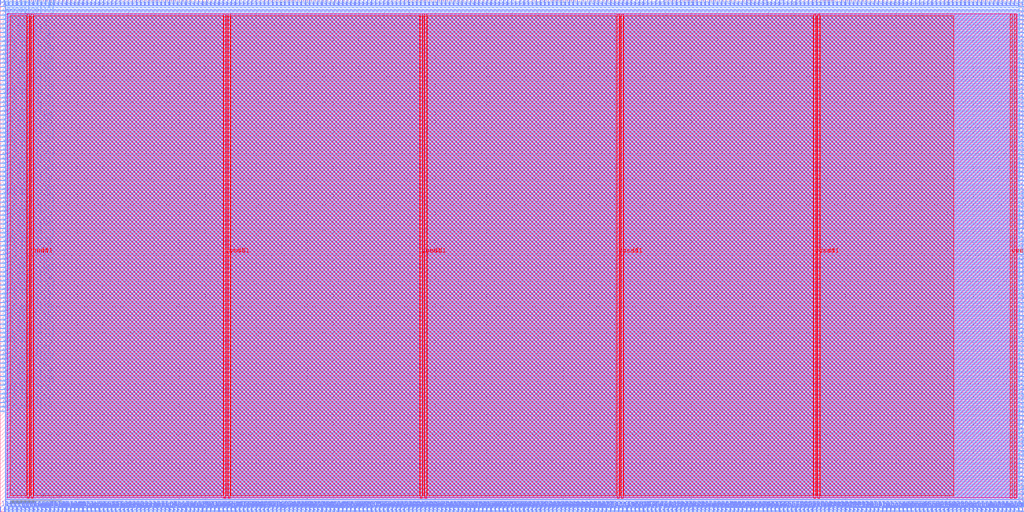
<source format=lef>
VERSION 5.7 ;
  NOWIREEXTENSIONATPIN ON ;
  DIVIDERCHAR "/" ;
  BUSBITCHARS "[]" ;
MACRO team_05_Wrapper
  CLASS BLOCK ;
  FOREIGN team_05_Wrapper ;
  ORIGIN 0.000 0.000 ;
  SIZE 800.000 BY 400.000 ;
  PIN ACK_I
    DIRECTION INPUT ;
    USE SIGNAL ;
    ANTENNAGATEAREA 0.213000 ;
    ANTENNADIFFAREA 0.434700 ;
    PORT
      LAYER met2 ;
        RECT 367.170 396.000 367.450 400.000 ;
    END
  END ACK_I
  PIN ADR_O[0]
    DIRECTION OUTPUT ;
    USE SIGNAL ;
    ANTENNADIFFAREA 0.445500 ;
    PORT
      LAYER met2 ;
        RECT 425.130 396.000 425.410 400.000 ;
    END
  END ADR_O[0]
  PIN ADR_O[10]
    DIRECTION OUTPUT ;
    USE SIGNAL ;
    ANTENNADIFFAREA 0.445500 ;
    PORT
      LAYER met3 ;
        RECT 796.000 51.040 800.000 51.640 ;
    END
  END ADR_O[10]
  PIN ADR_O[11]
    DIRECTION OUTPUT ;
    USE SIGNAL ;
    ANTENNADIFFAREA 0.445500 ;
    PORT
      LAYER met3 ;
        RECT 796.000 64.640 800.000 65.240 ;
    END
  END ADR_O[11]
  PIN ADR_O[12]
    DIRECTION OUTPUT ;
    USE SIGNAL ;
    ANTENNADIFFAREA 0.445500 ;
    PORT
      LAYER met3 ;
        RECT 796.000 13.640 800.000 14.240 ;
    END
  END ADR_O[12]
  PIN ADR_O[13]
    DIRECTION OUTPUT ;
    USE SIGNAL ;
    ANTENNADIFFAREA 0.445500 ;
    PORT
      LAYER met3 ;
        RECT 796.000 146.240 800.000 146.840 ;
    END
  END ADR_O[13]
  PIN ADR_O[14]
    DIRECTION OUTPUT ;
    USE SIGNAL ;
    ANTENNADIFFAREA 0.445500 ;
    PORT
      LAYER met3 ;
        RECT 796.000 234.640 800.000 235.240 ;
    END
  END ADR_O[14]
  PIN ADR_O[15]
    DIRECTION OUTPUT ;
    USE SIGNAL ;
    ANTENNADIFFAREA 0.445500 ;
    PORT
      LAYER met3 ;
        RECT 796.000 241.440 800.000 242.040 ;
    END
  END ADR_O[15]
  PIN ADR_O[16]
    DIRECTION OUTPUT ;
    USE SIGNAL ;
    ANTENNADIFFAREA 0.445500 ;
    PORT
      LAYER met3 ;
        RECT 796.000 227.840 800.000 228.440 ;
    END
  END ADR_O[16]
  PIN ADR_O[17]
    DIRECTION OUTPUT ;
    USE SIGNAL ;
    ANTENNADIFFAREA 0.445500 ;
    PORT
      LAYER met3 ;
        RECT 796.000 217.640 800.000 218.240 ;
    END
  END ADR_O[17]
  PIN ADR_O[18]
    DIRECTION OUTPUT ;
    USE SIGNAL ;
    ANTENNADIFFAREA 0.445500 ;
    PORT
      LAYER met3 ;
        RECT 796.000 176.840 800.000 177.440 ;
    END
  END ADR_O[18]
  PIN ADR_O[19]
    DIRECTION OUTPUT ;
    USE SIGNAL ;
    ANTENNADIFFAREA 0.445500 ;
    PORT
      LAYER met3 ;
        RECT 796.000 187.040 800.000 187.640 ;
    END
  END ADR_O[19]
  PIN ADR_O[1]
    DIRECTION OUTPUT ;
    USE SIGNAL ;
    ANTENNADIFFAREA 0.445500 ;
    PORT
      LAYER met2 ;
        RECT 650.530 396.000 650.810 400.000 ;
    END
  END ADR_O[1]
  PIN ADR_O[20]
    DIRECTION OUTPUT ;
    USE SIGNAL ;
    ANTENNADIFFAREA 0.445500 ;
    PORT
      LAYER met3 ;
        RECT 796.000 180.240 800.000 180.840 ;
    END
  END ADR_O[20]
  PIN ADR_O[21]
    DIRECTION OUTPUT ;
    USE SIGNAL ;
    ANTENNADIFFAREA 0.445500 ;
    PORT
      LAYER met3 ;
        RECT 796.000 173.440 800.000 174.040 ;
    END
  END ADR_O[21]
  PIN ADR_O[22]
    DIRECTION OUTPUT ;
    USE SIGNAL ;
    ANTENNADIFFAREA 0.445500 ;
    PORT
      LAYER met3 ;
        RECT 796.000 193.840 800.000 194.440 ;
    END
  END ADR_O[22]
  PIN ADR_O[23]
    DIRECTION OUTPUT ;
    USE SIGNAL ;
    ANTENNADIFFAREA 0.445500 ;
    PORT
      LAYER met3 ;
        RECT 796.000 183.640 800.000 184.240 ;
    END
  END ADR_O[23]
  PIN ADR_O[24]
    DIRECTION OUTPUT ;
    USE SIGNAL ;
    ANTENNADIFFAREA 0.445500 ;
    PORT
      LAYER met3 ;
        RECT 796.000 197.240 800.000 197.840 ;
    END
  END ADR_O[24]
  PIN ADR_O[25]
    DIRECTION OUTPUT ;
    USE SIGNAL ;
    ANTENNADIFFAREA 0.445500 ;
    PORT
      LAYER met3 ;
        RECT 796.000 190.440 800.000 191.040 ;
    END
  END ADR_O[25]
  PIN ADR_O[26]
    DIRECTION OUTPUT ;
    USE SIGNAL ;
    ANTENNADIFFAREA 0.445500 ;
    PORT
      LAYER met3 ;
        RECT 796.000 200.640 800.000 201.240 ;
    END
  END ADR_O[26]
  PIN ADR_O[27]
    DIRECTION OUTPUT ;
    USE SIGNAL ;
    ANTENNADIFFAREA 0.445500 ;
    PORT
      LAYER met3 ;
        RECT 796.000 221.040 800.000 221.640 ;
    END
  END ADR_O[27]
  PIN ADR_O[28]
    DIRECTION OUTPUT ;
    USE SIGNAL ;
    ANTENNADIFFAREA 0.445500 ;
    PORT
      LAYER met3 ;
        RECT 796.000 136.040 800.000 136.640 ;
    END
  END ADR_O[28]
  PIN ADR_O[29]
    DIRECTION OUTPUT ;
    USE SIGNAL ;
    ANTENNADIFFAREA 0.795200 ;
    PORT
      LAYER met3 ;
        RECT 796.000 0.040 800.000 0.640 ;
    END
  END ADR_O[29]
  PIN ADR_O[2]
    DIRECTION OUTPUT ;
    USE SIGNAL ;
    ANTENNADIFFAREA 0.445500 ;
    PORT
      LAYER met3 ;
        RECT 796.000 47.640 800.000 48.240 ;
    END
  END ADR_O[2]
  PIN ADR_O[30]
    DIRECTION OUTPUT ;
    USE SIGNAL ;
    ANTENNADIFFAREA 0.445500 ;
    PORT
      LAYER met3 ;
        RECT 796.000 244.840 800.000 245.440 ;
    END
  END ADR_O[30]
  PIN ADR_O[31]
    DIRECTION OUTPUT ;
    USE SIGNAL ;
    ANTENNADIFFAREA 0.445500 ;
    PORT
      LAYER met3 ;
        RECT 796.000 10.240 800.000 10.840 ;
    END
  END ADR_O[31]
  PIN ADR_O[3]
    DIRECTION OUTPUT ;
    USE SIGNAL ;
    ANTENNADIFFAREA 0.445500 ;
    PORT
      LAYER met3 ;
        RECT 796.000 204.040 800.000 204.640 ;
    END
  END ADR_O[3]
  PIN ADR_O[4]
    DIRECTION OUTPUT ;
    USE SIGNAL ;
    ANTENNADIFFAREA 0.445500 ;
    PORT
      LAYER met3 ;
        RECT 796.000 170.040 800.000 170.640 ;
    END
  END ADR_O[4]
  PIN ADR_O[5]
    DIRECTION OUTPUT ;
    USE SIGNAL ;
    ANTENNADIFFAREA 0.445500 ;
    PORT
      LAYER met3 ;
        RECT 796.000 85.040 800.000 85.640 ;
    END
  END ADR_O[5]
  PIN ADR_O[6]
    DIRECTION OUTPUT ;
    USE SIGNAL ;
    ANTENNADIFFAREA 0.445500 ;
    PORT
      LAYER met3 ;
        RECT 796.000 57.840 800.000 58.440 ;
    END
  END ADR_O[6]
  PIN ADR_O[7]
    DIRECTION OUTPUT ;
    USE SIGNAL ;
    ANTENNADIFFAREA 0.445500 ;
    PORT
      LAYER met3 ;
        RECT 796.000 91.840 800.000 92.440 ;
    END
  END ADR_O[7]
  PIN ADR_O[8]
    DIRECTION OUTPUT ;
    USE SIGNAL ;
    ANTENNADIFFAREA 0.445500 ;
    PORT
      LAYER met3 ;
        RECT 796.000 207.440 800.000 208.040 ;
    END
  END ADR_O[8]
  PIN ADR_O[9]
    DIRECTION OUTPUT ;
    USE SIGNAL ;
    ANTENNADIFFAREA 0.445500 ;
    PORT
      LAYER met3 ;
        RECT 796.000 163.240 800.000 163.840 ;
    END
  END ADR_O[9]
  PIN CYC_O
    DIRECTION OUTPUT ;
    USE SIGNAL ;
    ANTENNADIFFAREA 0.445500 ;
    PORT
      LAYER met3 ;
        RECT 796.000 316.240 800.000 316.840 ;
    END
  END CYC_O
  PIN DAT_I[0]
    DIRECTION INPUT ;
    USE SIGNAL ;
    ANTENNAGATEAREA 0.196500 ;
    ANTENNADIFFAREA 0.434700 ;
    PORT
      LAYER met2 ;
        RECT 541.050 396.000 541.330 400.000 ;
    END
  END DAT_I[0]
  PIN DAT_I[10]
    DIRECTION INPUT ;
    USE SIGNAL ;
    ANTENNAGATEAREA 0.196500 ;
    ANTENNADIFFAREA 0.434700 ;
    PORT
      LAYER met2 ;
        RECT 479.870 396.000 480.150 400.000 ;
    END
  END DAT_I[10]
  PIN DAT_I[11]
    DIRECTION INPUT ;
    USE SIGNAL ;
    ANTENNAGATEAREA 0.196500 ;
    ANTENNADIFFAREA 0.434700 ;
    PORT
      LAYER met2 ;
        RECT 544.270 396.000 544.550 400.000 ;
    END
  END DAT_I[11]
  PIN DAT_I[12]
    DIRECTION INPUT ;
    USE SIGNAL ;
    ANTENNAGATEAREA 0.196500 ;
    ANTENNADIFFAREA 0.434700 ;
    PORT
      LAYER met2 ;
        RECT 505.630 396.000 505.910 400.000 ;
    END
  END DAT_I[12]
  PIN DAT_I[13]
    DIRECTION INPUT ;
    USE SIGNAL ;
    ANTENNAGATEAREA 0.196500 ;
    ANTENNADIFFAREA 0.434700 ;
    PORT
      LAYER met2 ;
        RECT 441.230 396.000 441.510 400.000 ;
    END
  END DAT_I[13]
  PIN DAT_I[14]
    DIRECTION INPUT ;
    USE SIGNAL ;
    ANTENNAGATEAREA 0.196500 ;
    ANTENNADIFFAREA 0.434700 ;
    PORT
      LAYER met2 ;
        RECT 438.010 396.000 438.290 400.000 ;
    END
  END DAT_I[14]
  PIN DAT_I[15]
    DIRECTION INPUT ;
    USE SIGNAL ;
    ANTENNAGATEAREA 0.196500 ;
    ANTENNADIFFAREA 0.434700 ;
    PORT
      LAYER met2 ;
        RECT 405.810 396.000 406.090 400.000 ;
    END
  END DAT_I[15]
  PIN DAT_I[16]
    DIRECTION INPUT ;
    USE SIGNAL ;
    ANTENNAGATEAREA 0.196500 ;
    ANTENNADIFFAREA 0.434700 ;
    PORT
      LAYER met2 ;
        RECT 409.030 396.000 409.310 400.000 ;
    END
  END DAT_I[16]
  PIN DAT_I[17]
    DIRECTION INPUT ;
    USE SIGNAL ;
    ANTENNAGATEAREA 0.196500 ;
    ANTENNADIFFAREA 0.434700 ;
    PORT
      LAYER met2 ;
        RECT 415.470 396.000 415.750 400.000 ;
    END
  END DAT_I[17]
  PIN DAT_I[18]
    DIRECTION INPUT ;
    USE SIGNAL ;
    ANTENNAGATEAREA 0.196500 ;
    ANTENNADIFFAREA 0.434700 ;
    PORT
      LAYER met2 ;
        RECT 466.990 396.000 467.270 400.000 ;
    END
  END DAT_I[18]
  PIN DAT_I[19]
    DIRECTION INPUT ;
    USE SIGNAL ;
    ANTENNAGATEAREA 0.196500 ;
    ANTENNADIFFAREA 0.434700 ;
    PORT
      LAYER met2 ;
        RECT 473.430 396.000 473.710 400.000 ;
    END
  END DAT_I[19]
  PIN DAT_I[1]
    DIRECTION INPUT ;
    USE SIGNAL ;
    ANTENNAGATEAREA 0.126000 ;
    ANTENNADIFFAREA 0.434700 ;
    PORT
      LAYER met2 ;
        RECT 392.930 396.000 393.210 400.000 ;
    END
  END DAT_I[1]
  PIN DAT_I[20]
    DIRECTION INPUT ;
    USE SIGNAL ;
    ANTENNAGATEAREA 0.196500 ;
    ANTENNADIFFAREA 0.434700 ;
    PORT
      LAYER met2 ;
        RECT 412.250 396.000 412.530 400.000 ;
    END
  END DAT_I[20]
  PIN DAT_I[21]
    DIRECTION INPUT ;
    USE SIGNAL ;
    ANTENNAGATEAREA 0.196500 ;
    ANTENNADIFFAREA 0.434700 ;
    PORT
      LAYER met2 ;
        RECT 486.310 396.000 486.590 400.000 ;
    END
  END DAT_I[21]
  PIN DAT_I[22]
    DIRECTION INPUT ;
    USE SIGNAL ;
    ANTENNAGATEAREA 0.196500 ;
    ANTENNADIFFAREA 0.434700 ;
    PORT
      LAYER met2 ;
        RECT 418.690 396.000 418.970 400.000 ;
    END
  END DAT_I[22]
  PIN DAT_I[23]
    DIRECTION INPUT ;
    USE SIGNAL ;
    ANTENNAGATEAREA 0.196500 ;
    ANTENNADIFFAREA 0.434700 ;
    PORT
      LAYER met2 ;
        RECT 444.450 396.000 444.730 400.000 ;
    END
  END DAT_I[23]
  PIN DAT_I[24]
    DIRECTION INPUT ;
    USE SIGNAL ;
    ANTENNAGATEAREA 0.196500 ;
    ANTENNADIFFAREA 0.434700 ;
    PORT
      LAYER met2 ;
        RECT 447.670 396.000 447.950 400.000 ;
    END
  END DAT_I[24]
  PIN DAT_I[25]
    DIRECTION INPUT ;
    USE SIGNAL ;
    ANTENNAGATEAREA 0.196500 ;
    ANTENNADIFFAREA 0.434700 ;
    PORT
      LAYER met2 ;
        RECT 470.210 396.000 470.490 400.000 ;
    END
  END DAT_I[25]
  PIN DAT_I[26]
    DIRECTION INPUT ;
    USE SIGNAL ;
    ANTENNAGATEAREA 0.196500 ;
    ANTENNADIFFAREA 0.434700 ;
    PORT
      LAYER met2 ;
        RECT 421.910 396.000 422.190 400.000 ;
    END
  END DAT_I[26]
  PIN DAT_I[27]
    DIRECTION INPUT ;
    USE SIGNAL ;
    ANTENNAGATEAREA 0.196500 ;
    ANTENNADIFFAREA 0.434700 ;
    PORT
      LAYER met2 ;
        RECT 457.330 396.000 457.610 400.000 ;
    END
  END DAT_I[27]
  PIN DAT_I[28]
    DIRECTION INPUT ;
    USE SIGNAL ;
    ANTENNAGATEAREA 0.196500 ;
    ANTENNADIFFAREA 0.434700 ;
    PORT
      LAYER met2 ;
        RECT 428.350 396.000 428.630 400.000 ;
    END
  END DAT_I[28]
  PIN DAT_I[29]
    DIRECTION INPUT ;
    USE SIGNAL ;
    ANTENNAGATEAREA 0.196500 ;
    ANTENNADIFFAREA 0.434700 ;
    PORT
      LAYER met2 ;
        RECT 460.550 396.000 460.830 400.000 ;
    END
  END DAT_I[29]
  PIN DAT_I[2]
    DIRECTION INPUT ;
    USE SIGNAL ;
    ANTENNAGATEAREA 0.196500 ;
    ANTENNADIFFAREA 0.434700 ;
    PORT
      LAYER met2 ;
        RECT 563.590 396.000 563.870 400.000 ;
    END
  END DAT_I[2]
  PIN DAT_I[30]
    DIRECTION INPUT ;
    USE SIGNAL ;
    ANTENNAGATEAREA 0.196500 ;
    ANTENNADIFFAREA 0.434700 ;
    PORT
      LAYER met2 ;
        RECT 399.370 396.000 399.650 400.000 ;
    END
  END DAT_I[30]
  PIN DAT_I[31]
    DIRECTION INPUT ;
    USE SIGNAL ;
    ANTENNAGATEAREA 0.196500 ;
    ANTENNADIFFAREA 0.434700 ;
    PORT
      LAYER met2 ;
        RECT 502.410 396.000 502.690 400.000 ;
    END
  END DAT_I[31]
  PIN DAT_I[3]
    DIRECTION INPUT ;
    USE SIGNAL ;
    ANTENNAGATEAREA 0.196500 ;
    ANTENNADIFFAREA 0.434700 ;
    PORT
      LAYER met2 ;
        RECT 531.390 396.000 531.670 400.000 ;
    END
  END DAT_I[3]
  PIN DAT_I[4]
    DIRECTION INPUT ;
    USE SIGNAL ;
    ANTENNAGATEAREA 0.196500 ;
    ANTENNADIFFAREA 0.434700 ;
    PORT
      LAYER met2 ;
        RECT 579.690 396.000 579.970 400.000 ;
    END
  END DAT_I[4]
  PIN DAT_I[5]
    DIRECTION INPUT ;
    USE SIGNAL ;
    ANTENNAGATEAREA 0.196500 ;
    ANTENNADIFFAREA 0.434700 ;
    PORT
      LAYER met2 ;
        RECT 570.030 396.000 570.310 400.000 ;
    END
  END DAT_I[5]
  PIN DAT_I[6]
    DIRECTION INPUT ;
    USE SIGNAL ;
    ANTENNAGATEAREA 0.213000 ;
    ANTENNADIFFAREA 0.434700 ;
    PORT
      LAYER met2 ;
        RECT 376.830 396.000 377.110 400.000 ;
    END
  END DAT_I[6]
  PIN DAT_I[7]
    DIRECTION INPUT ;
    USE SIGNAL ;
    ANTENNAGATEAREA 0.196500 ;
    ANTENNADIFFAREA 0.434700 ;
    PORT
      LAYER met2 ;
        RECT 508.850 396.000 509.130 400.000 ;
    END
  END DAT_I[7]
  PIN DAT_I[8]
    DIRECTION INPUT ;
    USE SIGNAL ;
    ANTENNAGATEAREA 0.196500 ;
    ANTENNADIFFAREA 0.434700 ;
    PORT
      LAYER met2 ;
        RECT 566.810 396.000 567.090 400.000 ;
    END
  END DAT_I[8]
  PIN DAT_I[9]
    DIRECTION INPUT ;
    USE SIGNAL ;
    ANTENNAGATEAREA 0.213000 ;
    ANTENNADIFFAREA 0.434700 ;
    PORT
      LAYER met2 ;
        RECT 373.610 396.000 373.890 400.000 ;
    END
  END DAT_I[9]
  PIN DAT_O[0]
    DIRECTION OUTPUT ;
    USE SIGNAL ;
    ANTENNADIFFAREA 0.445500 ;
    PORT
      LAYER met2 ;
        RECT 444.450 0.000 444.730 4.000 ;
    END
  END DAT_O[0]
  PIN DAT_O[10]
    DIRECTION OUTPUT ;
    USE SIGNAL ;
    ANTENNADIFFAREA 0.445500 ;
    PORT
      LAYER met2 ;
        RECT 508.850 0.000 509.130 4.000 ;
    END
  END DAT_O[10]
  PIN DAT_O[11]
    DIRECTION OUTPUT ;
    USE SIGNAL ;
    ANTENNADIFFAREA 0.445500 ;
    PORT
      LAYER met2 ;
        RECT 673.070 0.000 673.350 4.000 ;
    END
  END DAT_O[11]
  PIN DAT_O[12]
    DIRECTION OUTPUT ;
    USE SIGNAL ;
    ANTENNADIFFAREA 0.445500 ;
    PORT
      LAYER met2 ;
        RECT 666.630 0.000 666.910 4.000 ;
    END
  END DAT_O[12]
  PIN DAT_O[13]
    DIRECTION OUTPUT ;
    USE SIGNAL ;
    ANTENNADIFFAREA 0.445500 ;
    PORT
      LAYER met2 ;
        RECT 502.410 0.000 502.690 4.000 ;
    END
  END DAT_O[13]
  PIN DAT_O[14]
    DIRECTION OUTPUT ;
    USE SIGNAL ;
    ANTENNADIFFAREA 0.445500 ;
    PORT
      LAYER met2 ;
        RECT 653.750 0.000 654.030 4.000 ;
    END
  END DAT_O[14]
  PIN DAT_O[15]
    DIRECTION OUTPUT ;
    USE SIGNAL ;
    ANTENNADIFFAREA 0.445500 ;
    PORT
      LAYER met2 ;
        RECT 521.730 396.000 522.010 400.000 ;
    END
  END DAT_O[15]
  PIN DAT_O[16]
    DIRECTION OUTPUT ;
    USE SIGNAL ;
    ANTENNADIFFAREA 0.445500 ;
    PORT
      LAYER met2 ;
        RECT 669.850 0.000 670.130 4.000 ;
    END
  END DAT_O[16]
  PIN DAT_O[17]
    DIRECTION OUTPUT ;
    USE SIGNAL ;
    ANTENNADIFFAREA 0.445500 ;
    PORT
      LAYER met3 ;
        RECT 796.000 71.440 800.000 72.040 ;
    END
  END DAT_O[17]
  PIN DAT_O[18]
    DIRECTION OUTPUT ;
    USE SIGNAL ;
    ANTENNADIFFAREA 0.445500 ;
    PORT
      LAYER met3 ;
        RECT 796.000 61.240 800.000 61.840 ;
    END
  END DAT_O[18]
  PIN DAT_O[19]
    DIRECTION OUTPUT ;
    USE SIGNAL ;
    ANTENNADIFFAREA 0.445500 ;
    PORT
      LAYER met2 ;
        RECT 457.330 0.000 457.610 4.000 ;
    END
  END DAT_O[19]
  PIN DAT_O[1]
    DIRECTION OUTPUT ;
    USE SIGNAL ;
    ANTENNADIFFAREA 0.445500 ;
    PORT
      LAYER met2 ;
        RECT 450.890 0.000 451.170 4.000 ;
    END
  END DAT_O[1]
  PIN DAT_O[20]
    DIRECTION OUTPUT ;
    USE SIGNAL ;
    ANTENNADIFFAREA 0.445500 ;
    PORT
      LAYER met2 ;
        RECT 483.090 0.000 483.370 4.000 ;
    END
  END DAT_O[20]
  PIN DAT_O[21]
    DIRECTION OUTPUT ;
    USE SIGNAL ;
    ANTENNADIFFAREA 0.445500 ;
    PORT
      LAYER met2 ;
        RECT 383.270 396.000 383.550 400.000 ;
    END
  END DAT_O[21]
  PIN DAT_O[22]
    DIRECTION OUTPUT ;
    USE SIGNAL ;
    ANTENNADIFFAREA 0.445500 ;
    PORT
      LAYER met3 ;
        RECT 796.000 95.240 800.000 95.840 ;
    END
  END DAT_O[22]
  PIN DAT_O[23]
    DIRECTION OUTPUT ;
    USE SIGNAL ;
    ANTENNADIFFAREA 0.445500 ;
    PORT
      LAYER met2 ;
        RECT 515.290 396.000 515.570 400.000 ;
    END
  END DAT_O[23]
  PIN DAT_O[24]
    DIRECTION OUTPUT ;
    USE SIGNAL ;
    ANTENNADIFFAREA 0.445500 ;
    PORT
      LAYER met3 ;
        RECT 796.000 81.640 800.000 82.240 ;
    END
  END DAT_O[24]
  PIN DAT_O[25]
    DIRECTION OUTPUT ;
    USE SIGNAL ;
    ANTENNADIFFAREA 0.445500 ;
    PORT
      LAYER met2 ;
        RECT 656.970 0.000 657.250 4.000 ;
    END
  END DAT_O[25]
  PIN DAT_O[26]
    DIRECTION OUTPUT ;
    USE SIGNAL ;
    ANTENNADIFFAREA 0.445500 ;
    PORT
      LAYER met2 ;
        RECT 647.310 0.000 647.590 4.000 ;
    END
  END DAT_O[26]
  PIN DAT_O[27]
    DIRECTION OUTPUT ;
    USE SIGNAL ;
    ANTENNADIFFAREA 0.445500 ;
    PORT
      LAYER met2 ;
        RECT 644.090 0.000 644.370 4.000 ;
    END
  END DAT_O[27]
  PIN DAT_O[28]
    DIRECTION OUTPUT ;
    USE SIGNAL ;
    ANTENNADIFFAREA 0.445500 ;
    PORT
      LAYER met2 ;
        RECT 454.110 0.000 454.390 4.000 ;
    END
  END DAT_O[28]
  PIN DAT_O[29]
    DIRECTION OUTPUT ;
    USE SIGNAL ;
    ANTENNADIFFAREA 0.445500 ;
    PORT
      LAYER met2 ;
        RECT 447.670 0.000 447.950 4.000 ;
    END
  END DAT_O[29]
  PIN DAT_O[2]
    DIRECTION OUTPUT ;
    USE SIGNAL ;
    ANTENNADIFFAREA 0.445500 ;
    PORT
      LAYER met2 ;
        RECT 460.550 0.000 460.830 4.000 ;
    END
  END DAT_O[2]
  PIN DAT_O[30]
    DIRECTION OUTPUT ;
    USE SIGNAL ;
    ANTENNADIFFAREA 0.445500 ;
    PORT
      LAYER met2 ;
        RECT 663.410 0.000 663.690 4.000 ;
    END
  END DAT_O[30]
  PIN DAT_O[31]
    DIRECTION OUTPUT ;
    USE SIGNAL ;
    ANTENNADIFFAREA 0.445500 ;
    PORT
      LAYER met2 ;
        RECT 650.530 0.000 650.810 4.000 ;
    END
  END DAT_O[31]
  PIN DAT_O[3]
    DIRECTION OUTPUT ;
    USE SIGNAL ;
    ANTENNADIFFAREA 0.445500 ;
    PORT
      LAYER met2 ;
        RECT 473.430 0.000 473.710 4.000 ;
    END
  END DAT_O[3]
  PIN DAT_O[4]
    DIRECTION OUTPUT ;
    USE SIGNAL ;
    ANTENNADIFFAREA 0.445500 ;
    PORT
      LAYER met2 ;
        RECT 524.950 396.000 525.230 400.000 ;
    END
  END DAT_O[4]
  PIN DAT_O[5]
    DIRECTION OUTPUT ;
    USE SIGNAL ;
    ANTENNADIFFAREA 0.445500 ;
    PORT
      LAYER met2 ;
        RECT 486.310 0.000 486.590 4.000 ;
    END
  END DAT_O[5]
  PIN DAT_O[6]
    DIRECTION OUTPUT ;
    USE SIGNAL ;
    ANTENNADIFFAREA 0.445500 ;
    PORT
      LAYER met2 ;
        RECT 479.870 0.000 480.150 4.000 ;
    END
  END DAT_O[6]
  PIN DAT_O[7]
    DIRECTION OUTPUT ;
    USE SIGNAL ;
    ANTENNADIFFAREA 0.445500 ;
    PORT
      LAYER met2 ;
        RECT 454.110 396.000 454.390 400.000 ;
    END
  END DAT_O[7]
  PIN DAT_O[8]
    DIRECTION OUTPUT ;
    USE SIGNAL ;
    ANTENNADIFFAREA 0.445500 ;
    PORT
      LAYER met2 ;
        RECT 660.190 0.000 660.470 4.000 ;
    END
  END DAT_O[8]
  PIN DAT_O[9]
    DIRECTION OUTPUT ;
    USE SIGNAL ;
    ANTENNADIFFAREA 0.445500 ;
    PORT
      LAYER met2 ;
        RECT 492.750 0.000 493.030 4.000 ;
    END
  END DAT_O[9]
  PIN SEL_O[0]
    DIRECTION OUTPUT ;
    USE SIGNAL ;
    ANTENNADIFFAREA 0.445500 ;
    PORT
      LAYER met3 ;
        RECT 796.000 340.040 800.000 340.640 ;
    END
  END SEL_O[0]
  PIN SEL_O[1]
    DIRECTION OUTPUT ;
    USE SIGNAL ;
    ANTENNADIFFAREA 0.445500 ;
    PORT
      LAYER met3 ;
        RECT 796.000 312.840 800.000 313.440 ;
    END
  END SEL_O[1]
  PIN SEL_O[2]
    DIRECTION OUTPUT ;
    USE SIGNAL ;
    ANTENNADIFFAREA 0.445500 ;
    PORT
      LAYER met3 ;
        RECT 796.000 343.440 800.000 344.040 ;
    END
  END SEL_O[2]
  PIN SEL_O[3]
    DIRECTION OUTPUT ;
    USE SIGNAL ;
    ANTENNADIFFAREA 0.445500 ;
    PORT
      LAYER met3 ;
        RECT 796.000 40.840 800.000 41.440 ;
    END
  END SEL_O[3]
  PIN STB_O
    DIRECTION OUTPUT ;
    USE SIGNAL ;
    ANTENNADIFFAREA 0.445500 ;
    PORT
      LAYER met3 ;
        RECT 796.000 20.440 800.000 21.040 ;
    END
  END STB_O
  PIN WE_O
    DIRECTION OUTPUT ;
    USE SIGNAL ;
    ANTENNADIFFAREA 0.445500 ;
    PORT
      LAYER met2 ;
        RECT 618.330 396.000 618.610 400.000 ;
    END
  END WE_O
  PIN gpio_in[0]
    DIRECTION INPUT ;
    USE SIGNAL ;
    PORT
      LAYER met2 ;
        RECT 41.950 0.000 42.230 4.000 ;
    END
  END gpio_in[0]
  PIN gpio_in[10]
    DIRECTION INPUT ;
    USE SIGNAL ;
    PORT
      LAYER met2 ;
        RECT 219.050 0.000 219.330 4.000 ;
    END
  END gpio_in[10]
  PIN gpio_in[11]
    DIRECTION INPUT ;
    USE SIGNAL ;
    PORT
      LAYER met2 ;
        RECT 16.190 0.000 16.470 4.000 ;
    END
  END gpio_in[11]
  PIN gpio_in[12]
    DIRECTION INPUT ;
    USE SIGNAL ;
    PORT
      LAYER met2 ;
        RECT 128.890 0.000 129.170 4.000 ;
    END
  END gpio_in[12]
  PIN gpio_in[13]
    DIRECTION INPUT ;
    USE SIGNAL ;
    PORT
      LAYER met2 ;
        RECT 45.170 0.000 45.450 4.000 ;
    END
  END gpio_in[13]
  PIN gpio_in[14]
    DIRECTION INPUT ;
    USE SIGNAL ;
    PORT
      LAYER met2 ;
        RECT 19.410 0.000 19.690 4.000 ;
    END
  END gpio_in[14]
  PIN gpio_in[15]
    DIRECTION INPUT ;
    USE SIGNAL ;
    PORT
      LAYER met2 ;
        RECT 32.290 0.000 32.570 4.000 ;
    END
  END gpio_in[15]
  PIN gpio_in[16]
    DIRECTION INPUT ;
    USE SIGNAL ;
    PORT
      LAYER met2 ;
        RECT 54.830 0.000 55.110 4.000 ;
    END
  END gpio_in[16]
  PIN gpio_in[17]
    DIRECTION INPUT ;
    USE SIGNAL ;
    PORT
      LAYER met2 ;
        RECT 103.130 0.000 103.410 4.000 ;
    END
  END gpio_in[17]
  PIN gpio_in[18]
    DIRECTION INPUT ;
    USE SIGNAL ;
    PORT
      LAYER met2 ;
        RECT 67.710 0.000 67.990 4.000 ;
    END
  END gpio_in[18]
  PIN gpio_in[19]
    DIRECTION INPUT ;
    USE SIGNAL ;
    PORT
      LAYER met2 ;
        RECT 35.510 0.000 35.790 4.000 ;
    END
  END gpio_in[19]
  PIN gpio_in[1]
    DIRECTION INPUT ;
    USE SIGNAL ;
    PORT
      LAYER met2 ;
        RECT 64.490 0.000 64.770 4.000 ;
    END
  END gpio_in[1]
  PIN gpio_in[20]
    DIRECTION INPUT ;
    USE SIGNAL ;
    PORT
      LAYER met2 ;
        RECT 112.790 0.000 113.070 4.000 ;
    END
  END gpio_in[20]
  PIN gpio_in[21]
    DIRECTION INPUT ;
    USE SIGNAL ;
    PORT
      LAYER met2 ;
        RECT 58.050 0.000 58.330 4.000 ;
    END
  END gpio_in[21]
  PIN gpio_in[22]
    DIRECTION INPUT ;
    USE SIGNAL ;
    PORT
      LAYER met2 ;
        RECT 48.390 0.000 48.670 4.000 ;
    END
  END gpio_in[22]
  PIN gpio_in[23]
    DIRECTION INPUT ;
    USE SIGNAL ;
    PORT
      LAYER met2 ;
        RECT 61.270 0.000 61.550 4.000 ;
    END
  END gpio_in[23]
  PIN gpio_in[24]
    DIRECTION INPUT ;
    USE SIGNAL ;
    PORT
      LAYER met2 ;
        RECT 74.150 0.000 74.430 4.000 ;
    END
  END gpio_in[24]
  PIN gpio_in[25]
    DIRECTION INPUT ;
    USE SIGNAL ;
    PORT
      LAYER met2 ;
        RECT 70.930 0.000 71.210 4.000 ;
    END
  END gpio_in[25]
  PIN gpio_in[26]
    DIRECTION INPUT ;
    USE SIGNAL ;
    PORT
      LAYER met2 ;
        RECT 80.590 0.000 80.870 4.000 ;
    END
  END gpio_in[26]
  PIN gpio_in[27]
    DIRECTION INPUT ;
    USE SIGNAL ;
    PORT
      LAYER met2 ;
        RECT 90.250 0.000 90.530 4.000 ;
    END
  END gpio_in[27]
  PIN gpio_in[28]
    DIRECTION INPUT ;
    USE SIGNAL ;
    PORT
      LAYER met2 ;
        RECT 141.770 0.000 142.050 4.000 ;
    END
  END gpio_in[28]
  PIN gpio_in[29]
    DIRECTION INPUT ;
    USE SIGNAL ;
    PORT
      LAYER met2 ;
        RECT 132.110 0.000 132.390 4.000 ;
    END
  END gpio_in[29]
  PIN gpio_in[2]
    DIRECTION INPUT ;
    USE SIGNAL ;
    PORT
      LAYER met2 ;
        RECT 180.410 0.000 180.690 4.000 ;
    END
  END gpio_in[2]
  PIN gpio_in[30]
    DIRECTION INPUT ;
    USE SIGNAL ;
    PORT
      LAYER met2 ;
        RECT 77.370 0.000 77.650 4.000 ;
    END
  END gpio_in[30]
  PIN gpio_in[31]
    DIRECTION INPUT ;
    USE SIGNAL ;
    PORT
      LAYER met2 ;
        RECT 264.130 0.000 264.410 4.000 ;
    END
  END gpio_in[31]
  PIN gpio_in[32]
    DIRECTION INPUT ;
    USE SIGNAL ;
    PORT
      LAYER met2 ;
        RECT 83.810 0.000 84.090 4.000 ;
    END
  END gpio_in[32]
  PIN gpio_in[33]
    DIRECTION INPUT ;
    USE SIGNAL ;
    PORT
      LAYER met2 ;
        RECT 87.030 0.000 87.310 4.000 ;
    END
  END gpio_in[33]
  PIN gpio_in[34]
    DIRECTION INPUT ;
    USE SIGNAL ;
    ANTENNAGATEAREA 0.196500 ;
    ANTENNADIFFAREA 0.434700 ;
    PORT
      LAYER met2 ;
        RECT 582.910 396.000 583.190 400.000 ;
    END
  END gpio_in[34]
  PIN gpio_in[35]
    DIRECTION INPUT ;
    USE SIGNAL ;
    ANTENNAGATEAREA 0.196500 ;
    ANTENNADIFFAREA 0.434700 ;
    PORT
      LAYER met2 ;
        RECT 644.090 396.000 644.370 400.000 ;
    END
  END gpio_in[35]
  PIN gpio_in[36]
    DIRECTION INPUT ;
    USE SIGNAL ;
    ANTENNAGATEAREA 0.196500 ;
    ANTENNADIFFAREA 0.434700 ;
    PORT
      LAYER met2 ;
        RECT 660.190 396.000 660.470 400.000 ;
    END
  END gpio_in[36]
  PIN gpio_in[37]
    DIRECTION INPUT ;
    USE SIGNAL ;
    ANTENNAGATEAREA 0.196500 ;
    ANTENNADIFFAREA 0.434700 ;
    PORT
      LAYER met2 ;
        RECT 640.870 396.000 641.150 400.000 ;
    END
  END gpio_in[37]
  PIN gpio_in[3]
    DIRECTION INPUT ;
    USE SIGNAL ;
    PORT
      LAYER met2 ;
        RECT 99.910 0.000 100.190 4.000 ;
    END
  END gpio_in[3]
  PIN gpio_in[4]
    DIRECTION INPUT ;
    USE SIGNAL ;
    PORT
      LAYER met2 ;
        RECT 93.470 0.000 93.750 4.000 ;
    END
  END gpio_in[4]
  PIN gpio_in[5]
    DIRECTION INPUT ;
    USE SIGNAL ;
    PORT
      LAYER met2 ;
        RECT 96.690 0.000 96.970 4.000 ;
    END
  END gpio_in[5]
  PIN gpio_in[6]
    DIRECTION INPUT ;
    USE SIGNAL ;
    PORT
      LAYER met2 ;
        RECT 109.570 0.000 109.850 4.000 ;
    END
  END gpio_in[6]
  PIN gpio_in[7]
    DIRECTION INPUT ;
    USE SIGNAL ;
    PORT
      LAYER met2 ;
        RECT 138.550 0.000 138.830 4.000 ;
    END
  END gpio_in[7]
  PIN gpio_in[8]
    DIRECTION INPUT ;
    USE SIGNAL ;
    PORT
      LAYER met2 ;
        RECT 106.350 0.000 106.630 4.000 ;
    END
  END gpio_in[8]
  PIN gpio_in[9]
    DIRECTION INPUT ;
    USE SIGNAL ;
    PORT
      LAYER met2 ;
        RECT 119.230 0.000 119.510 4.000 ;
    END
  END gpio_in[9]
  PIN gpio_oeb[0]
    DIRECTION OUTPUT ;
    USE SIGNAL ;
    ANTENNADIFFAREA 0.445500 ;
    PORT
      LAYER met2 ;
        RECT 682.730 0.000 683.010 4.000 ;
    END
  END gpio_oeb[0]
  PIN gpio_oeb[10]
    DIRECTION OUTPUT ;
    USE SIGNAL ;
    ANTENNADIFFAREA 0.445500 ;
    PORT
      LAYER met2 ;
        RECT 679.510 0.000 679.790 4.000 ;
    END
  END gpio_oeb[10]
  PIN gpio_oeb[11]
    DIRECTION OUTPUT ;
    USE SIGNAL ;
    ANTENNADIFFAREA 0.445500 ;
    PORT
      LAYER met2 ;
        RECT 737.470 0.000 737.750 4.000 ;
    END
  END gpio_oeb[11]
  PIN gpio_oeb[12]
    DIRECTION OUTPUT ;
    USE SIGNAL ;
    ANTENNADIFFAREA 0.445500 ;
    PORT
      LAYER met2 ;
        RECT 795.430 0.000 795.710 4.000 ;
    END
  END gpio_oeb[12]
  PIN gpio_oeb[13]
    DIRECTION OUTPUT ;
    USE SIGNAL ;
    ANTENNADIFFAREA 0.445500 ;
    PORT
      LAYER met2 ;
        RECT 769.670 0.000 769.950 4.000 ;
    END
  END gpio_oeb[13]
  PIN gpio_oeb[14]
    DIRECTION OUTPUT ;
    USE SIGNAL ;
    ANTENNADIFFAREA 0.445500 ;
    PORT
      LAYER met2 ;
        RECT 708.490 0.000 708.770 4.000 ;
    END
  END gpio_oeb[14]
  PIN gpio_oeb[15]
    DIRECTION OUTPUT ;
    USE SIGNAL ;
    ANTENNADIFFAREA 0.445500 ;
    PORT
      LAYER met2 ;
        RECT 756.790 0.000 757.070 4.000 ;
    END
  END gpio_oeb[15]
  PIN gpio_oeb[16]
    DIRECTION OUTPUT ;
    USE SIGNAL ;
    ANTENNADIFFAREA 0.445500 ;
    PORT
      LAYER met2 ;
        RECT 692.390 0.000 692.670 4.000 ;
    END
  END gpio_oeb[16]
  PIN gpio_oeb[17]
    DIRECTION OUTPUT ;
    USE SIGNAL ;
    ANTENNADIFFAREA 0.445500 ;
    PORT
      LAYER met2 ;
        RECT 705.270 0.000 705.550 4.000 ;
    END
  END gpio_oeb[17]
  PIN gpio_oeb[18]
    DIRECTION OUTPUT ;
    USE SIGNAL ;
    ANTENNADIFFAREA 0.445500 ;
    PORT
      LAYER met2 ;
        RECT 792.210 0.000 792.490 4.000 ;
    END
  END gpio_oeb[18]
  PIN gpio_oeb[19]
    DIRECTION OUTPUT ;
    USE SIGNAL ;
    ANTENNADIFFAREA 0.445500 ;
    PORT
      LAYER met2 ;
        RECT 711.710 0.000 711.990 4.000 ;
    END
  END gpio_oeb[19]
  PIN gpio_oeb[1]
    DIRECTION OUTPUT ;
    USE SIGNAL ;
    ANTENNADIFFAREA 0.445500 ;
    PORT
      LAYER met2 ;
        RECT 734.250 0.000 734.530 4.000 ;
    END
  END gpio_oeb[1]
  PIN gpio_oeb[20]
    DIRECTION OUTPUT ;
    USE SIGNAL ;
    ANTENNADIFFAREA 0.445500 ;
    PORT
      LAYER met2 ;
        RECT 785.770 0.000 786.050 4.000 ;
    END
  END gpio_oeb[20]
  PIN gpio_oeb[21]
    DIRECTION OUTPUT ;
    USE SIGNAL ;
    ANTENNADIFFAREA 0.445500 ;
    PORT
      LAYER met2 ;
        RECT 772.890 0.000 773.170 4.000 ;
    END
  END gpio_oeb[21]
  PIN gpio_oeb[22]
    DIRECTION OUTPUT ;
    USE SIGNAL ;
    ANTENNADIFFAREA 0.445500 ;
    PORT
      LAYER met2 ;
        RECT 782.550 0.000 782.830 4.000 ;
    END
  END gpio_oeb[22]
  PIN gpio_oeb[23]
    DIRECTION OUTPUT ;
    USE SIGNAL ;
    ANTENNADIFFAREA 0.445500 ;
    PORT
      LAYER met2 ;
        RECT 747.130 0.000 747.410 4.000 ;
    END
  END gpio_oeb[23]
  PIN gpio_oeb[24]
    DIRECTION OUTPUT ;
    USE SIGNAL ;
    ANTENNADIFFAREA 0.445500 ;
    PORT
      LAYER met2 ;
        RECT 689.170 0.000 689.450 4.000 ;
    END
  END gpio_oeb[24]
  PIN gpio_oeb[25]
    DIRECTION OUTPUT ;
    USE SIGNAL ;
    ANTENNADIFFAREA 0.445500 ;
    PORT
      LAYER met2 ;
        RECT 763.230 0.000 763.510 4.000 ;
    END
  END gpio_oeb[25]
  PIN gpio_oeb[26]
    DIRECTION OUTPUT ;
    USE SIGNAL ;
    ANTENNADIFFAREA 0.445500 ;
    PORT
      LAYER met2 ;
        RECT 724.590 0.000 724.870 4.000 ;
    END
  END gpio_oeb[26]
  PIN gpio_oeb[27]
    DIRECTION OUTPUT ;
    USE SIGNAL ;
    ANTENNADIFFAREA 0.445500 ;
    PORT
      LAYER met2 ;
        RECT 750.350 0.000 750.630 4.000 ;
    END
  END gpio_oeb[27]
  PIN gpio_oeb[28]
    DIRECTION OUTPUT ;
    USE SIGNAL ;
    ANTENNADIFFAREA 0.445500 ;
    PORT
      LAYER met2 ;
        RECT 702.050 0.000 702.330 4.000 ;
    END
  END gpio_oeb[28]
  PIN gpio_oeb[29]
    DIRECTION OUTPUT ;
    USE SIGNAL ;
    ANTENNADIFFAREA 0.445500 ;
    PORT
      LAYER met2 ;
        RECT 731.030 0.000 731.310 4.000 ;
    END
  END gpio_oeb[29]
  PIN gpio_oeb[2]
    DIRECTION OUTPUT ;
    USE SIGNAL ;
    ANTENNADIFFAREA 0.445500 ;
    PORT
      LAYER met2 ;
        RECT 766.450 0.000 766.730 4.000 ;
    END
  END gpio_oeb[2]
  PIN gpio_oeb[30]
    DIRECTION OUTPUT ;
    USE SIGNAL ;
    ANTENNADIFFAREA 0.445500 ;
    PORT
      LAYER met2 ;
        RECT 743.910 0.000 744.190 4.000 ;
    END
  END gpio_oeb[30]
  PIN gpio_oeb[31]
    DIRECTION OUTPUT ;
    USE SIGNAL ;
    ANTENNADIFFAREA 0.445500 ;
    PORT
      LAYER met2 ;
        RECT 721.370 0.000 721.650 4.000 ;
    END
  END gpio_oeb[31]
  PIN gpio_oeb[32]
    DIRECTION OUTPUT ;
    USE SIGNAL ;
    ANTENNADIFFAREA 0.445500 ;
    PORT
      LAYER met2 ;
        RECT 695.610 0.000 695.890 4.000 ;
    END
  END gpio_oeb[32]
  PIN gpio_oeb[33]
    DIRECTION OUTPUT ;
    USE SIGNAL ;
    ANTENNADIFFAREA 0.445500 ;
    PORT
      LAYER met2 ;
        RECT 718.150 0.000 718.430 4.000 ;
    END
  END gpio_oeb[33]
  PIN gpio_oeb[34]
    DIRECTION OUTPUT ;
    USE SIGNAL ;
    ANTENNADIFFAREA 0.445500 ;
    PORT
      LAYER met2 ;
        RECT 753.570 0.000 753.850 4.000 ;
    END
  END gpio_oeb[34]
  PIN gpio_oeb[35]
    DIRECTION OUTPUT ;
    USE SIGNAL ;
    ANTENNADIFFAREA 0.445500 ;
    PORT
      LAYER met2 ;
        RECT 714.930 0.000 715.210 4.000 ;
    END
  END gpio_oeb[35]
  PIN gpio_oeb[36]
    DIRECTION OUTPUT ;
    USE SIGNAL ;
    ANTENNADIFFAREA 0.445500 ;
    PORT
      LAYER met2 ;
        RECT 779.330 0.000 779.610 4.000 ;
    END
  END gpio_oeb[36]
  PIN gpio_oeb[37]
    DIRECTION OUTPUT ;
    USE SIGNAL ;
    ANTENNADIFFAREA 0.445500 ;
    PORT
      LAYER met2 ;
        RECT 727.810 0.000 728.090 4.000 ;
    END
  END gpio_oeb[37]
  PIN gpio_oeb[3]
    DIRECTION OUTPUT ;
    USE SIGNAL ;
    ANTENNADIFFAREA 0.445500 ;
    PORT
      LAYER met2 ;
        RECT 698.830 0.000 699.110 4.000 ;
    END
  END gpio_oeb[3]
  PIN gpio_oeb[4]
    DIRECTION OUTPUT ;
    USE SIGNAL ;
    ANTENNADIFFAREA 0.445500 ;
    PORT
      LAYER met2 ;
        RECT 776.110 0.000 776.390 4.000 ;
    END
  END gpio_oeb[4]
  PIN gpio_oeb[5]
    DIRECTION OUTPUT ;
    USE SIGNAL ;
    ANTENNADIFFAREA 0.445500 ;
    PORT
      LAYER met2 ;
        RECT 788.990 0.000 789.270 4.000 ;
    END
  END gpio_oeb[5]
  PIN gpio_oeb[6]
    DIRECTION OUTPUT ;
    USE SIGNAL ;
    ANTENNADIFFAREA 0.445500 ;
    PORT
      LAYER met2 ;
        RECT 685.950 0.000 686.230 4.000 ;
    END
  END gpio_oeb[6]
  PIN gpio_oeb[7]
    DIRECTION OUTPUT ;
    USE SIGNAL ;
    ANTENNADIFFAREA 0.445500 ;
    PORT
      LAYER met2 ;
        RECT 740.690 0.000 740.970 4.000 ;
    END
  END gpio_oeb[7]
  PIN gpio_oeb[8]
    DIRECTION OUTPUT ;
    USE SIGNAL ;
    ANTENNADIFFAREA 0.445500 ;
    PORT
      LAYER met2 ;
        RECT 798.650 0.000 798.930 4.000 ;
    END
  END gpio_oeb[8]
  PIN gpio_oeb[9]
    DIRECTION OUTPUT ;
    USE SIGNAL ;
    ANTENNADIFFAREA 0.445500 ;
    PORT
      LAYER met2 ;
        RECT 760.010 0.000 760.290 4.000 ;
    END
  END gpio_oeb[9]
  PIN gpio_out[0]
    DIRECTION OUTPUT ;
    USE SIGNAL ;
    ANTENNADIFFAREA 0.445500 ;
    PORT
      LAYER met3 ;
        RECT 796.000 309.440 800.000 310.040 ;
    END
  END gpio_out[0]
  PIN gpio_out[10]
    DIRECTION OUTPUT ;
    USE SIGNAL ;
    ANTENNADIFFAREA 0.445500 ;
    PORT
      LAYER met2 ;
        RECT 676.290 0.000 676.570 4.000 ;
    END
  END gpio_out[10]
  PIN gpio_out[11]
    DIRECTION OUTPUT ;
    USE SIGNAL ;
    ANTENNADIFFAREA 0.445500 ;
    PORT
      LAYER met3 ;
        RECT 796.000 54.440 800.000 55.040 ;
    END
  END gpio_out[11]
  PIN gpio_out[12]
    DIRECTION OUTPUT ;
    USE SIGNAL ;
    ANTENNADIFFAREA 0.445500 ;
    PORT
      LAYER met3 ;
        RECT 796.000 78.240 800.000 78.840 ;
    END
  END gpio_out[12]
  PIN gpio_out[13]
    DIRECTION OUTPUT ;
    USE SIGNAL ;
    ANTENNADIFFAREA 0.445500 ;
    PORT
      LAYER met3 ;
        RECT 796.000 44.240 800.000 44.840 ;
    END
  END gpio_out[13]
  PIN gpio_out[14]
    DIRECTION OUTPUT ;
    USE SIGNAL ;
    ANTENNADIFFAREA 0.445500 ;
    PORT
      LAYER met3 ;
        RECT 796.000 17.040 800.000 17.640 ;
    END
  END gpio_out[14]
  PIN gpio_out[15]
    DIRECTION OUTPUT ;
    USE SIGNAL ;
    ANTENNADIFFAREA 0.445500 ;
    PORT
      LAYER met3 ;
        RECT 796.000 336.640 800.000 337.240 ;
    END
  END gpio_out[15]
  PIN gpio_out[16]
    DIRECTION OUTPUT ;
    USE SIGNAL ;
    ANTENNADIFFAREA 0.445500 ;
    PORT
      LAYER met3 ;
        RECT 796.000 350.240 800.000 350.840 ;
    END
  END gpio_out[16]
  PIN gpio_out[17]
    DIRECTION OUTPUT ;
    USE SIGNAL ;
    ANTENNADIFFAREA 0.445500 ;
    PORT
      LAYER met3 ;
        RECT 796.000 333.240 800.000 333.840 ;
    END
  END gpio_out[17]
  PIN gpio_out[18]
    DIRECTION OUTPUT ;
    USE SIGNAL ;
    ANTENNADIFFAREA 0.795200 ;
    PORT
      LAYER met3 ;
        RECT 796.000 397.840 800.000 398.440 ;
    END
  END gpio_out[18]
  PIN gpio_out[19]
    DIRECTION OUTPUT ;
    USE SIGNAL ;
    ANTENNADIFFAREA 0.445500 ;
    PORT
      LAYER met3 ;
        RECT 796.000 37.440 800.000 38.040 ;
    END
  END gpio_out[19]
  PIN gpio_out[1]
    DIRECTION OUTPUT ;
    USE SIGNAL ;
    ANTENNADIFFAREA 0.445500 ;
    PORT
      LAYER met3 ;
        RECT 796.000 272.040 800.000 272.640 ;
    END
  END gpio_out[1]
  PIN gpio_out[20]
    DIRECTION OUTPUT ;
    USE SIGNAL ;
    ANTENNADIFFAREA 0.445500 ;
    PORT
      LAYER met3 ;
        RECT 796.000 210.840 800.000 211.440 ;
    END
  END gpio_out[20]
  PIN gpio_out[21]
    DIRECTION OUTPUT ;
    USE SIGNAL ;
    ANTENNADIFFAREA 0.445500 ;
    PORT
      LAYER met3 ;
        RECT 796.000 299.240 800.000 299.840 ;
    END
  END gpio_out[21]
  PIN gpio_out[22]
    DIRECTION OUTPUT ;
    USE SIGNAL ;
    ANTENNADIFFAREA 0.445500 ;
    PORT
      LAYER met3 ;
        RECT 796.000 363.840 800.000 364.440 ;
    END
  END gpio_out[22]
  PIN gpio_out[23]
    DIRECTION OUTPUT ;
    USE SIGNAL ;
    ANTENNADIFFAREA 0.445500 ;
    PORT
      LAYER met3 ;
        RECT 796.000 108.840 800.000 109.440 ;
    END
  END gpio_out[23]
  PIN gpio_out[24]
    DIRECTION OUTPUT ;
    USE SIGNAL ;
    ANTENNADIFFAREA 0.445500 ;
    PORT
      LAYER met3 ;
        RECT 796.000 391.040 800.000 391.640 ;
    END
  END gpio_out[24]
  PIN gpio_out[25]
    DIRECTION OUTPUT ;
    USE SIGNAL ;
    ANTENNADIFFAREA 0.445500 ;
    PORT
      LAYER met3 ;
        RECT 796.000 289.040 800.000 289.640 ;
    END
  END gpio_out[25]
  PIN gpio_out[26]
    DIRECTION OUTPUT ;
    USE SIGNAL ;
    ANTENNADIFFAREA 0.445500 ;
    PORT
      LAYER met3 ;
        RECT 796.000 394.440 800.000 395.040 ;
    END
  END gpio_out[26]
  PIN gpio_out[27]
    DIRECTION OUTPUT ;
    USE SIGNAL ;
    ANTENNADIFFAREA 0.445500 ;
    PORT
      LAYER met3 ;
        RECT 796.000 224.440 800.000 225.040 ;
    END
  END gpio_out[27]
  PIN gpio_out[28]
    DIRECTION OUTPUT ;
    USE SIGNAL ;
    ANTENNADIFFAREA 0.445500 ;
    PORT
      LAYER met3 ;
        RECT 796.000 3.440 800.000 4.040 ;
    END
  END gpio_out[28]
  PIN gpio_out[29]
    DIRECTION OUTPUT ;
    USE SIGNAL ;
    ANTENNADIFFAREA 0.445500 ;
    PORT
      LAYER met3 ;
        RECT 796.000 275.440 800.000 276.040 ;
    END
  END gpio_out[29]
  PIN gpio_out[2]
    DIRECTION OUTPUT ;
    USE SIGNAL ;
    ANTENNADIFFAREA 0.445500 ;
    PORT
      LAYER met3 ;
        RECT 796.000 292.440 800.000 293.040 ;
    END
  END gpio_out[2]
  PIN gpio_out[30]
    DIRECTION OUTPUT ;
    USE SIGNAL ;
    ANTENNADIFFAREA 0.445500 ;
    PORT
      LAYER met3 ;
        RECT 796.000 329.840 800.000 330.440 ;
    END
  END gpio_out[30]
  PIN gpio_out[31]
    DIRECTION OUTPUT ;
    USE SIGNAL ;
    ANTENNADIFFAREA 0.445500 ;
    PORT
      LAYER met3 ;
        RECT 796.000 30.640 800.000 31.240 ;
    END
  END gpio_out[31]
  PIN gpio_out[32]
    DIRECTION OUTPUT ;
    USE SIGNAL ;
    ANTENNADIFFAREA 0.445500 ;
    PORT
      LAYER met3 ;
        RECT 796.000 265.240 800.000 265.840 ;
    END
  END gpio_out[32]
  PIN gpio_out[33]
    DIRECTION OUTPUT ;
    USE SIGNAL ;
    ANTENNADIFFAREA 0.445500 ;
    PORT
      LAYER met3 ;
        RECT 796.000 380.840 800.000 381.440 ;
    END
  END gpio_out[33]
  PIN gpio_out[34]
    DIRECTION OUTPUT ;
    USE SIGNAL ;
    ANTENNADIFFAREA 0.445500 ;
    PORT
      LAYER met2 ;
        RECT 647.310 396.000 647.590 400.000 ;
    END
  END gpio_out[34]
  PIN gpio_out[35]
    DIRECTION OUTPUT ;
    USE SIGNAL ;
    ANTENNADIFFAREA 0.445500 ;
    PORT
      LAYER met2 ;
        RECT 595.790 396.000 596.070 400.000 ;
    END
  END gpio_out[35]
  PIN gpio_out[36]
    DIRECTION OUTPUT ;
    USE SIGNAL ;
    ANTENNADIFFAREA 0.445500 ;
    PORT
      LAYER met2 ;
        RECT 534.610 396.000 534.890 400.000 ;
    END
  END gpio_out[36]
  PIN gpio_out[37]
    DIRECTION OUTPUT ;
    USE SIGNAL ;
    ANTENNADIFFAREA 0.445500 ;
    PORT
      LAYER met2 ;
        RECT 608.670 396.000 608.950 400.000 ;
    END
  END gpio_out[37]
  PIN gpio_out[3]
    DIRECTION OUTPUT ;
    USE SIGNAL ;
    ANTENNADIFFAREA 0.445500 ;
    PORT
      LAYER met3 ;
        RECT 796.000 156.440 800.000 157.040 ;
    END
  END gpio_out[3]
  PIN gpio_out[4]
    DIRECTION OUTPUT ;
    USE SIGNAL ;
    ANTENNADIFFAREA 0.445500 ;
    PORT
      LAYER met3 ;
        RECT 796.000 282.240 800.000 282.840 ;
    END
  END gpio_out[4]
  PIN gpio_out[5]
    DIRECTION OUTPUT ;
    USE SIGNAL ;
    ANTENNADIFFAREA 0.445500 ;
    PORT
      LAYER met3 ;
        RECT 796.000 105.440 800.000 106.040 ;
    END
  END gpio_out[5]
  PIN gpio_out[6]
    DIRECTION OUTPUT ;
    USE SIGNAL ;
    ANTENNADIFFAREA 0.445500 ;
    PORT
      LAYER met3 ;
        RECT 796.000 142.840 800.000 143.440 ;
    END
  END gpio_out[6]
  PIN gpio_out[7]
    DIRECTION OUTPUT ;
    USE SIGNAL ;
    ANTENNADIFFAREA 0.445500 ;
    PORT
      LAYER met3 ;
        RECT 796.000 98.640 800.000 99.240 ;
    END
  END gpio_out[7]
  PIN gpio_out[8]
    DIRECTION OUTPUT ;
    USE SIGNAL ;
    ANTENNADIFFAREA 0.445500 ;
    PORT
      LAYER met3 ;
        RECT 796.000 129.240 800.000 129.840 ;
    END
  END gpio_out[8]
  PIN gpio_out[9]
    DIRECTION OUTPUT ;
    USE SIGNAL ;
    ANTENNADIFFAREA 0.445500 ;
    PORT
      LAYER met3 ;
        RECT 796.000 132.640 800.000 133.240 ;
    END
  END gpio_out[9]
  PIN irq[0]
    DIRECTION OUTPUT ;
    USE SIGNAL ;
    ANTENNADIFFAREA 0.445500 ;
    PORT
      LAYER met3 ;
        RECT 796.000 370.640 800.000 371.240 ;
    END
  END irq[0]
  PIN irq[1]
    DIRECTION OUTPUT ;
    USE SIGNAL ;
    ANTENNADIFFAREA 0.445500 ;
    PORT
      LAYER met3 ;
        RECT 796.000 346.840 800.000 347.440 ;
    END
  END irq[1]
  PIN irq[2]
    DIRECTION OUTPUT ;
    USE SIGNAL ;
    ANTENNADIFFAREA 0.445500 ;
    PORT
      LAYER met3 ;
        RECT 796.000 231.240 800.000 231.840 ;
    END
  END irq[2]
  PIN la_data_in[0]
    DIRECTION INPUT ;
    USE SIGNAL ;
    PORT
      LAYER met2 ;
        RECT 173.970 0.000 174.250 4.000 ;
    END
  END la_data_in[0]
  PIN la_data_in[100]
    DIRECTION INPUT ;
    USE SIGNAL ;
    PORT
      LAYER met2 ;
        RECT 116.010 0.000 116.290 4.000 ;
    END
  END la_data_in[100]
  PIN la_data_in[101]
    DIRECTION INPUT ;
    USE SIGNAL ;
    PORT
      LAYER met2 ;
        RECT 231.930 0.000 232.210 4.000 ;
    END
  END la_data_in[101]
  PIN la_data_in[102]
    DIRECTION INPUT ;
    USE SIGNAL ;
    PORT
      LAYER met2 ;
        RECT 122.450 0.000 122.730 4.000 ;
    END
  END la_data_in[102]
  PIN la_data_in[103]
    DIRECTION INPUT ;
    USE SIGNAL ;
    PORT
      LAYER met2 ;
        RECT 125.670 0.000 125.950 4.000 ;
    END
  END la_data_in[103]
  PIN la_data_in[104]
    DIRECTION INPUT ;
    USE SIGNAL ;
    PORT
      LAYER met2 ;
        RECT 164.310 0.000 164.590 4.000 ;
    END
  END la_data_in[104]
  PIN la_data_in[105]
    DIRECTION INPUT ;
    USE SIGNAL ;
    PORT
      LAYER met2 ;
        RECT 631.210 0.000 631.490 4.000 ;
    END
  END la_data_in[105]
  PIN la_data_in[106]
    DIRECTION INPUT ;
    USE SIGNAL ;
    PORT
      LAYER met2 ;
        RECT 135.330 0.000 135.610 4.000 ;
    END
  END la_data_in[106]
  PIN la_data_in[107]
    DIRECTION INPUT ;
    USE SIGNAL ;
    PORT
      LAYER met2 ;
        RECT 148.210 0.000 148.490 4.000 ;
    END
  END la_data_in[107]
  PIN la_data_in[108]
    DIRECTION INPUT ;
    USE SIGNAL ;
    PORT
      LAYER met2 ;
        RECT 215.830 0.000 216.110 4.000 ;
    END
  END la_data_in[108]
  PIN la_data_in[109]
    DIRECTION INPUT ;
    USE SIGNAL ;
    PORT
      LAYER met2 ;
        RECT 144.990 0.000 145.270 4.000 ;
    END
  END la_data_in[109]
  PIN la_data_in[10]
    DIRECTION INPUT ;
    USE SIGNAL ;
    PORT
      LAYER met2 ;
        RECT 157.870 0.000 158.150 4.000 ;
    END
  END la_data_in[10]
  PIN la_data_in[110]
    DIRECTION INPUT ;
    USE SIGNAL ;
    PORT
      LAYER met2 ;
        RECT 151.430 0.000 151.710 4.000 ;
    END
  END la_data_in[110]
  PIN la_data_in[111]
    DIRECTION INPUT ;
    USE SIGNAL ;
    PORT
      LAYER met2 ;
        RECT 154.650 0.000 154.930 4.000 ;
    END
  END la_data_in[111]
  PIN la_data_in[112]
    DIRECTION INPUT ;
    USE SIGNAL ;
    PORT
      LAYER met2 ;
        RECT 167.530 0.000 167.810 4.000 ;
    END
  END la_data_in[112]
  PIN la_data_in[113]
    DIRECTION INPUT ;
    USE SIGNAL ;
    PORT
      LAYER met2 ;
        RECT 161.090 0.000 161.370 4.000 ;
    END
  END la_data_in[113]
  PIN la_data_in[114]
    DIRECTION INPUT ;
    USE SIGNAL ;
    PORT
      LAYER met2 ;
        RECT 199.730 0.000 200.010 4.000 ;
    END
  END la_data_in[114]
  PIN la_data_in[115]
    DIRECTION INPUT ;
    USE SIGNAL ;
    PORT
      LAYER met2 ;
        RECT 177.190 0.000 177.470 4.000 ;
    END
  END la_data_in[115]
  PIN la_data_in[116]
    DIRECTION INPUT ;
    USE SIGNAL ;
    PORT
      LAYER met2 ;
        RECT 170.750 0.000 171.030 4.000 ;
    END
  END la_data_in[116]
  PIN la_data_in[117]
    DIRECTION INPUT ;
    USE SIGNAL ;
    PORT
      LAYER met2 ;
        RECT 225.490 0.000 225.770 4.000 ;
    END
  END la_data_in[117]
  PIN la_data_in[118]
    DIRECTION INPUT ;
    USE SIGNAL ;
    PORT
      LAYER met2 ;
        RECT 186.850 0.000 187.130 4.000 ;
    END
  END la_data_in[118]
  PIN la_data_in[119]
    DIRECTION INPUT ;
    USE SIGNAL ;
    PORT
      LAYER met2 ;
        RECT 286.670 0.000 286.950 4.000 ;
    END
  END la_data_in[119]
  PIN la_data_in[11]
    DIRECTION INPUT ;
    USE SIGNAL ;
    PORT
      LAYER met2 ;
        RECT 183.630 0.000 183.910 4.000 ;
    END
  END la_data_in[11]
  PIN la_data_in[120]
    DIRECTION INPUT ;
    USE SIGNAL ;
    PORT
      LAYER met2 ;
        RECT 196.510 0.000 196.790 4.000 ;
    END
  END la_data_in[120]
  PIN la_data_in[121]
    DIRECTION INPUT ;
    USE SIGNAL ;
    PORT
      LAYER met2 ;
        RECT 190.070 0.000 190.350 4.000 ;
    END
  END la_data_in[121]
  PIN la_data_in[122]
    DIRECTION INPUT ;
    USE SIGNAL ;
    PORT
      LAYER met2 ;
        RECT 193.290 0.000 193.570 4.000 ;
    END
  END la_data_in[122]
  PIN la_data_in[123]
    DIRECTION INPUT ;
    USE SIGNAL ;
    PORT
      LAYER met2 ;
        RECT 206.170 0.000 206.450 4.000 ;
    END
  END la_data_in[123]
  PIN la_data_in[124]
    DIRECTION INPUT ;
    USE SIGNAL ;
    PORT
      LAYER met2 ;
        RECT 235.150 0.000 235.430 4.000 ;
    END
  END la_data_in[124]
  PIN la_data_in[125]
    DIRECTION INPUT ;
    USE SIGNAL ;
    PORT
      LAYER met2 ;
        RECT 202.950 0.000 203.230 4.000 ;
    END
  END la_data_in[125]
  PIN la_data_in[126]
    DIRECTION INPUT ;
    USE SIGNAL ;
    PORT
      LAYER met2 ;
        RECT 280.230 0.000 280.510 4.000 ;
    END
  END la_data_in[126]
  PIN la_data_in[127]
    DIRECTION INPUT ;
    USE SIGNAL ;
    PORT
      LAYER met2 ;
        RECT 412.250 0.000 412.530 4.000 ;
    END
  END la_data_in[127]
  PIN la_data_in[12]
    DIRECTION INPUT ;
    USE SIGNAL ;
    PORT
      LAYER met2 ;
        RECT 212.610 0.000 212.890 4.000 ;
    END
  END la_data_in[12]
  PIN la_data_in[13]
    DIRECTION INPUT ;
    USE SIGNAL ;
    PORT
      LAYER met2 ;
        RECT 637.650 0.000 637.930 4.000 ;
    END
  END la_data_in[13]
  PIN la_data_in[14]
    DIRECTION INPUT ;
    USE SIGNAL ;
    PORT
      LAYER met2 ;
        RECT 425.130 0.000 425.410 4.000 ;
    END
  END la_data_in[14]
  PIN la_data_in[15]
    DIRECTION INPUT ;
    USE SIGNAL ;
    PORT
      LAYER met2 ;
        RECT 222.270 0.000 222.550 4.000 ;
    END
  END la_data_in[15]
  PIN la_data_in[16]
    DIRECTION INPUT ;
    USE SIGNAL ;
    PORT
      LAYER met2 ;
        RECT 260.910 0.000 261.190 4.000 ;
    END
  END la_data_in[16]
  PIN la_data_in[17]
    DIRECTION INPUT ;
    USE SIGNAL ;
    PORT
      LAYER met2 ;
        RECT 228.710 0.000 228.990 4.000 ;
    END
  END la_data_in[17]
  PIN la_data_in[18]
    DIRECTION INPUT ;
    USE SIGNAL ;
    PORT
      LAYER met2 ;
        RECT 338.190 0.000 338.470 4.000 ;
    END
  END la_data_in[18]
  PIN la_data_in[19]
    DIRECTION INPUT ;
    USE SIGNAL ;
    PORT
      LAYER met2 ;
        RECT 244.810 0.000 245.090 4.000 ;
    END
  END la_data_in[19]
  PIN la_data_in[1]
    DIRECTION INPUT ;
    USE SIGNAL ;
    PORT
      LAYER met2 ;
        RECT 238.370 0.000 238.650 4.000 ;
    END
  END la_data_in[1]
  PIN la_data_in[20]
    DIRECTION INPUT ;
    USE SIGNAL ;
    PORT
      LAYER met2 ;
        RECT 241.590 0.000 241.870 4.000 ;
    END
  END la_data_in[20]
  PIN la_data_in[21]
    DIRECTION INPUT ;
    USE SIGNAL ;
    PORT
      LAYER met2 ;
        RECT 254.470 0.000 254.750 4.000 ;
    END
  END la_data_in[21]
  PIN la_data_in[22]
    DIRECTION INPUT ;
    USE SIGNAL ;
    PORT
      LAYER met2 ;
        RECT 248.030 0.000 248.310 4.000 ;
    END
  END la_data_in[22]
  PIN la_data_in[23]
    DIRECTION INPUT ;
    USE SIGNAL ;
    PORT
      LAYER met2 ;
        RECT 251.250 0.000 251.530 4.000 ;
    END
  END la_data_in[23]
  PIN la_data_in[24]
    DIRECTION INPUT ;
    USE SIGNAL ;
    PORT
      LAYER met2 ;
        RECT 438.010 0.000 438.290 4.000 ;
    END
  END la_data_in[24]
  PIN la_data_in[25]
    DIRECTION INPUT ;
    USE SIGNAL ;
    PORT
      LAYER met2 ;
        RECT 257.690 0.000 257.970 4.000 ;
    END
  END la_data_in[25]
  PIN la_data_in[26]
    DIRECTION INPUT ;
    USE SIGNAL ;
    PORT
      LAYER met2 ;
        RECT 296.330 0.000 296.610 4.000 ;
    END
  END la_data_in[26]
  PIN la_data_in[27]
    DIRECTION INPUT ;
    USE SIGNAL ;
    PORT
      LAYER met2 ;
        RECT 273.790 0.000 274.070 4.000 ;
    END
  END la_data_in[27]
  PIN la_data_in[28]
    DIRECTION INPUT ;
    USE SIGNAL ;
    PORT
      LAYER met2 ;
        RECT 267.350 0.000 267.630 4.000 ;
    END
  END la_data_in[28]
  PIN la_data_in[29]
    DIRECTION INPUT ;
    USE SIGNAL ;
    PORT
      LAYER met2 ;
        RECT 270.570 0.000 270.850 4.000 ;
    END
  END la_data_in[29]
  PIN la_data_in[2]
    DIRECTION INPUT ;
    USE SIGNAL ;
    PORT
      LAYER met2 ;
        RECT 283.450 0.000 283.730 4.000 ;
    END
  END la_data_in[2]
  PIN la_data_in[30]
    DIRECTION INPUT ;
    USE SIGNAL ;
    PORT
      LAYER met2 ;
        RECT 277.010 0.000 277.290 4.000 ;
    END
  END la_data_in[30]
  PIN la_data_in[31]
    DIRECTION INPUT ;
    USE SIGNAL ;
    PORT
      LAYER met2 ;
        RECT 354.290 0.000 354.570 4.000 ;
    END
  END la_data_in[31]
  PIN la_data_in[32]
    DIRECTION INPUT ;
    USE SIGNAL ;
    PORT
      LAYER met2 ;
        RECT 293.110 0.000 293.390 4.000 ;
    END
  END la_data_in[32]
  PIN la_data_in[33]
    DIRECTION INPUT ;
    USE SIGNAL ;
    PORT
      LAYER met2 ;
        RECT 392.930 0.000 393.210 4.000 ;
    END
  END la_data_in[33]
  PIN la_data_in[34]
    DIRECTION INPUT ;
    USE SIGNAL ;
    PORT
      LAYER met2 ;
        RECT 289.890 0.000 290.170 4.000 ;
    END
  END la_data_in[34]
  PIN la_data_in[35]
    DIRECTION INPUT ;
    USE SIGNAL ;
    PORT
      LAYER met2 ;
        RECT 302.770 0.000 303.050 4.000 ;
    END
  END la_data_in[35]
  PIN la_data_in[36]
    DIRECTION INPUT ;
    USE SIGNAL ;
    PORT
      LAYER met2 ;
        RECT 331.750 0.000 332.030 4.000 ;
    END
  END la_data_in[36]
  PIN la_data_in[37]
    DIRECTION INPUT ;
    USE SIGNAL ;
    PORT
      LAYER met2 ;
        RECT 621.550 0.000 621.830 4.000 ;
    END
  END la_data_in[37]
  PIN la_data_in[38]
    DIRECTION INPUT ;
    USE SIGNAL ;
    PORT
      LAYER met2 ;
        RECT 312.430 0.000 312.710 4.000 ;
    END
  END la_data_in[38]
  PIN la_data_in[39]
    DIRECTION INPUT ;
    USE SIGNAL ;
    PORT
      LAYER met2 ;
        RECT 305.990 0.000 306.270 4.000 ;
    END
  END la_data_in[39]
  PIN la_data_in[3]
    DIRECTION INPUT ;
    USE SIGNAL ;
    PORT
      LAYER met2 ;
        RECT 309.210 0.000 309.490 4.000 ;
    END
  END la_data_in[3]
  PIN la_data_in[40]
    DIRECTION INPUT ;
    USE SIGNAL ;
    PORT
      LAYER met2 ;
        RECT 322.090 0.000 322.370 4.000 ;
    END
  END la_data_in[40]
  PIN la_data_in[41]
    DIRECTION INPUT ;
    USE SIGNAL ;
    PORT
      LAYER met2 ;
        RECT 315.650 0.000 315.930 4.000 ;
    END
  END la_data_in[41]
  PIN la_data_in[42]
    DIRECTION INPUT ;
    USE SIGNAL ;
    PORT
      LAYER met2 ;
        RECT 318.870 0.000 319.150 4.000 ;
    END
  END la_data_in[42]
  PIN la_data_in[43]
    DIRECTION INPUT ;
    USE SIGNAL ;
    PORT
      LAYER met2 ;
        RECT 357.510 0.000 357.790 4.000 ;
    END
  END la_data_in[43]
  PIN la_data_in[44]
    DIRECTION INPUT ;
    USE SIGNAL ;
    PORT
      LAYER met2 ;
        RECT 325.310 0.000 325.590 4.000 ;
    END
  END la_data_in[44]
  PIN la_data_in[45]
    DIRECTION INPUT ;
    USE SIGNAL ;
    PORT
      LAYER met2 ;
        RECT 328.530 0.000 328.810 4.000 ;
    END
  END la_data_in[45]
  PIN la_data_in[46]
    DIRECTION INPUT ;
    USE SIGNAL ;
    PORT
      LAYER met2 ;
        RECT 341.410 0.000 341.690 4.000 ;
    END
  END la_data_in[46]
  PIN la_data_in[47]
    DIRECTION INPUT ;
    USE SIGNAL ;
    PORT
      LAYER met2 ;
        RECT 334.970 0.000 335.250 4.000 ;
    END
  END la_data_in[47]
  PIN la_data_in[48]
    DIRECTION INPUT ;
    USE SIGNAL ;
    PORT
      LAYER met2 ;
        RECT 434.790 0.000 435.070 4.000 ;
    END
  END la_data_in[48]
  PIN la_data_in[49]
    DIRECTION INPUT ;
    USE SIGNAL ;
    PORT
      LAYER met2 ;
        RECT 351.070 0.000 351.350 4.000 ;
    END
  END la_data_in[49]
  PIN la_data_in[4]
    DIRECTION INPUT ;
    USE SIGNAL ;
    PORT
      LAYER met2 ;
        RECT 344.630 0.000 344.910 4.000 ;
    END
  END la_data_in[4]
  PIN la_data_in[50]
    DIRECTION INPUT ;
    USE SIGNAL ;
    PORT
      LAYER met2 ;
        RECT 347.850 0.000 348.130 4.000 ;
    END
  END la_data_in[50]
  PIN la_data_in[51]
    DIRECTION INPUT ;
    USE SIGNAL ;
    PORT
      LAYER met2 ;
        RECT 360.730 0.000 361.010 4.000 ;
    END
  END la_data_in[51]
  PIN la_data_in[52]
    DIRECTION INPUT ;
    USE SIGNAL ;
    PORT
      LAYER met2 ;
        RECT 428.350 0.000 428.630 4.000 ;
    END
  END la_data_in[52]
  PIN la_data_in[53]
    DIRECTION INPUT ;
    USE SIGNAL ;
    PORT
      LAYER met2 ;
        RECT 470.210 0.000 470.490 4.000 ;
    END
  END la_data_in[53]
  PIN la_data_in[54]
    DIRECTION INPUT ;
    USE SIGNAL ;
    PORT
      LAYER met2 ;
        RECT 370.390 0.000 370.670 4.000 ;
    END
  END la_data_in[54]
  PIN la_data_in[55]
    DIRECTION INPUT ;
    USE SIGNAL ;
    PORT
      LAYER met2 ;
        RECT 363.950 0.000 364.230 4.000 ;
    END
  END la_data_in[55]
  PIN la_data_in[56]
    DIRECTION INPUT ;
    USE SIGNAL ;
    PORT
      LAYER met2 ;
        RECT 367.170 0.000 367.450 4.000 ;
    END
  END la_data_in[56]
  PIN la_data_in[57]
    DIRECTION INPUT ;
    USE SIGNAL ;
    PORT
      LAYER met2 ;
        RECT 380.050 0.000 380.330 4.000 ;
    END
  END la_data_in[57]
  PIN la_data_in[58]
    DIRECTION INPUT ;
    USE SIGNAL ;
    PORT
      LAYER met2 ;
        RECT 373.610 0.000 373.890 4.000 ;
    END
  END la_data_in[58]
  PIN la_data_in[59]
    DIRECTION INPUT ;
    USE SIGNAL ;
    PORT
      LAYER met2 ;
        RECT 376.830 0.000 377.110 4.000 ;
    END
  END la_data_in[59]
  PIN la_data_in[5]
    DIRECTION INPUT ;
    USE SIGNAL ;
    PORT
      LAYER met2 ;
        RECT 389.710 0.000 389.990 4.000 ;
    END
  END la_data_in[5]
  PIN la_data_in[60]
    DIRECTION INPUT ;
    USE SIGNAL ;
    PORT
      LAYER met2 ;
        RECT 383.270 0.000 383.550 4.000 ;
    END
  END la_data_in[60]
  PIN la_data_in[61]
    DIRECTION INPUT ;
    USE SIGNAL ;
    PORT
      LAYER met2 ;
        RECT 386.490 0.000 386.770 4.000 ;
    END
  END la_data_in[61]
  PIN la_data_in[62]
    DIRECTION INPUT ;
    USE SIGNAL ;
    PORT
      LAYER met2 ;
        RECT 399.370 0.000 399.650 4.000 ;
    END
  END la_data_in[62]
  PIN la_data_in[63]
    DIRECTION INPUT ;
    USE SIGNAL ;
    PORT
      LAYER met2 ;
        RECT 505.630 0.000 505.910 4.000 ;
    END
  END la_data_in[63]
  PIN la_data_in[64]
    DIRECTION INPUT ;
    USE SIGNAL ;
    PORT
      LAYER met2 ;
        RECT 396.150 0.000 396.430 4.000 ;
    END
  END la_data_in[64]
  PIN la_data_in[65]
    DIRECTION INPUT ;
    USE SIGNAL ;
    PORT
      LAYER met2 ;
        RECT 409.030 0.000 409.310 4.000 ;
    END
  END la_data_in[65]
  PIN la_data_in[66]
    DIRECTION INPUT ;
    USE SIGNAL ;
    PORT
      LAYER met2 ;
        RECT 402.590 0.000 402.870 4.000 ;
    END
  END la_data_in[66]
  PIN la_data_in[67]
    DIRECTION INPUT ;
    USE SIGNAL ;
    PORT
      LAYER met2 ;
        RECT 405.810 0.000 406.090 4.000 ;
    END
  END la_data_in[67]
  PIN la_data_in[68]
    DIRECTION INPUT ;
    USE SIGNAL ;
    PORT
      LAYER met2 ;
        RECT 418.690 0.000 418.970 4.000 ;
    END
  END la_data_in[68]
  PIN la_data_in[69]
    DIRECTION INPUT ;
    USE SIGNAL ;
    PORT
      LAYER met2 ;
        RECT 624.770 0.000 625.050 4.000 ;
    END
  END la_data_in[69]
  PIN la_data_in[6]
    DIRECTION INPUT ;
    USE SIGNAL ;
    PORT
      LAYER met2 ;
        RECT 415.470 0.000 415.750 4.000 ;
    END
  END la_data_in[6]
  PIN la_data_in[70]
    DIRECTION INPUT ;
    USE SIGNAL ;
    PORT
      LAYER met2 ;
        RECT 9.750 0.000 10.030 4.000 ;
    END
  END la_data_in[70]
  PIN la_data_in[71]
    DIRECTION INPUT ;
    USE SIGNAL ;
    PORT
      LAYER met2 ;
        RECT 421.910 0.000 422.190 4.000 ;
    END
  END la_data_in[71]
  PIN la_data_in[72]
    DIRECTION INPUT ;
    USE SIGNAL ;
    PORT
      LAYER met2 ;
        RECT 640.870 0.000 641.150 4.000 ;
    END
  END la_data_in[72]
  PIN la_data_in[73]
    DIRECTION INPUT ;
    USE SIGNAL ;
    PORT
      LAYER met2 ;
        RECT 618.330 0.000 618.610 4.000 ;
    END
  END la_data_in[73]
  PIN la_data_in[74]
    DIRECTION INPUT ;
    USE SIGNAL ;
    PORT
      LAYER met2 ;
        RECT 431.570 0.000 431.850 4.000 ;
    END
  END la_data_in[74]
  PIN la_data_in[75]
    DIRECTION INPUT ;
    USE SIGNAL ;
    PORT
      LAYER met2 ;
        RECT 534.610 0.000 534.890 4.000 ;
    END
  END la_data_in[75]
  PIN la_data_in[76]
    DIRECTION INPUT ;
    USE SIGNAL ;
    PORT
      LAYER met2 ;
        RECT 299.550 0.000 299.830 4.000 ;
    END
  END la_data_in[76]
  PIN la_data_in[77]
    DIRECTION INPUT ;
    USE SIGNAL ;
    PORT
      LAYER met2 ;
        RECT 441.230 0.000 441.510 4.000 ;
    END
  END la_data_in[77]
  PIN la_data_in[78]
    DIRECTION INPUT ;
    USE SIGNAL ;
    PORT
      LAYER met2 ;
        RECT 6.530 0.000 6.810 4.000 ;
    END
  END la_data_in[78]
  PIN la_data_in[79]
    DIRECTION INPUT ;
    USE SIGNAL ;
    PORT
      LAYER met2 ;
        RECT 51.610 0.000 51.890 4.000 ;
    END
  END la_data_in[79]
  PIN la_data_in[7]
    DIRECTION INPUT ;
    USE SIGNAL ;
    PORT
      LAYER met2 ;
        RECT 3.310 0.000 3.590 4.000 ;
    END
  END la_data_in[7]
  PIN la_data_in[80]
    DIRECTION INPUT ;
    USE SIGNAL ;
    PORT
      LAYER met2 ;
        RECT 25.850 0.000 26.130 4.000 ;
    END
  END la_data_in[80]
  PIN la_data_in[81]
    DIRECTION INPUT ;
    USE SIGNAL ;
    PORT
      LAYER met2 ;
        RECT 29.070 0.000 29.350 4.000 ;
    END
  END la_data_in[81]
  PIN la_data_in[82]
    DIRECTION INPUT ;
    USE SIGNAL ;
    PORT
      LAYER met2 ;
        RECT 537.830 0.000 538.110 4.000 ;
    END
  END la_data_in[82]
  PIN la_data_in[83]
    DIRECTION INPUT ;
    USE SIGNAL ;
    PORT
      LAYER met2 ;
        RECT 466.990 0.000 467.270 4.000 ;
    END
  END la_data_in[83]
  PIN la_data_in[84]
    DIRECTION INPUT ;
    USE SIGNAL ;
    PORT
      LAYER met2 ;
        RECT 463.770 0.000 464.050 4.000 ;
    END
  END la_data_in[84]
  PIN la_data_in[85]
    DIRECTION INPUT ;
    USE SIGNAL ;
    PORT
      LAYER met2 ;
        RECT 518.510 0.000 518.790 4.000 ;
    END
  END la_data_in[85]
  PIN la_data_in[86]
    DIRECTION INPUT ;
    USE SIGNAL ;
    PORT
      LAYER met2 ;
        RECT 489.530 0.000 489.810 4.000 ;
    END
  END la_data_in[86]
  PIN la_data_in[87]
    DIRECTION INPUT ;
    USE SIGNAL ;
    PORT
      LAYER met2 ;
        RECT 22.630 0.000 22.910 4.000 ;
    END
  END la_data_in[87]
  PIN la_data_in[88]
    DIRECTION INPUT ;
    USE SIGNAL ;
    PORT
      LAYER met2 ;
        RECT 476.650 0.000 476.930 4.000 ;
    END
  END la_data_in[88]
  PIN la_data_in[89]
    DIRECTION INPUT ;
    USE SIGNAL ;
    PORT
      LAYER met2 ;
        RECT 38.730 0.000 39.010 4.000 ;
    END
  END la_data_in[89]
  PIN la_data_in[8]
    DIRECTION INPUT ;
    USE SIGNAL ;
    PORT
      LAYER met2 ;
        RECT 0.090 0.000 0.370 4.000 ;
    END
  END la_data_in[8]
  PIN la_data_in[90]
    DIRECTION INPUT ;
    USE SIGNAL ;
    PORT
      LAYER met2 ;
        RECT 531.390 0.000 531.670 4.000 ;
    END
  END la_data_in[90]
  PIN la_data_in[91]
    DIRECTION INPUT ;
    USE SIGNAL ;
    PORT
      LAYER met2 ;
        RECT 209.390 0.000 209.670 4.000 ;
    END
  END la_data_in[91]
  PIN la_data_in[92]
    DIRECTION INPUT ;
    USE SIGNAL ;
    PORT
      LAYER met2 ;
        RECT 499.190 0.000 499.470 4.000 ;
    END
  END la_data_in[92]
  PIN la_data_in[93]
    DIRECTION INPUT ;
    USE SIGNAL ;
    PORT
      LAYER met2 ;
        RECT 495.970 0.000 496.250 4.000 ;
    END
  END la_data_in[93]
  PIN la_data_in[94]
    DIRECTION INPUT ;
    USE SIGNAL ;
    PORT
      LAYER met2 ;
        RECT 615.110 0.000 615.390 4.000 ;
    END
  END la_data_in[94]
  PIN la_data_in[95]
    DIRECTION INPUT ;
    USE SIGNAL ;
    PORT
      LAYER met2 ;
        RECT 12.970 0.000 13.250 4.000 ;
    END
  END la_data_in[95]
  PIN la_data_in[96]
    DIRECTION INPUT ;
    USE SIGNAL ;
    PORT
      LAYER met2 ;
        RECT 512.070 0.000 512.350 4.000 ;
    END
  END la_data_in[96]
  PIN la_data_in[97]
    DIRECTION INPUT ;
    USE SIGNAL ;
    PORT
      LAYER met2 ;
        RECT 528.170 0.000 528.450 4.000 ;
    END
  END la_data_in[97]
  PIN la_data_in[98]
    DIRECTION INPUT ;
    USE SIGNAL ;
    PORT
      LAYER met2 ;
        RECT 560.370 0.000 560.650 4.000 ;
    END
  END la_data_in[98]
  PIN la_data_in[99]
    DIRECTION INPUT ;
    USE SIGNAL ;
    PORT
      LAYER met2 ;
        RECT 515.290 0.000 515.570 4.000 ;
    END
  END la_data_in[99]
  PIN la_data_in[9]
    DIRECTION INPUT ;
    USE SIGNAL ;
    PORT
      LAYER met2 ;
        RECT 524.950 0.000 525.230 4.000 ;
    END
  END la_data_in[9]
  PIN la_data_out[0]
    DIRECTION OUTPUT ;
    USE SIGNAL ;
    ANTENNADIFFAREA 0.445500 ;
    PORT
      LAYER met3 ;
        RECT 796.000 306.040 800.000 306.640 ;
    END
  END la_data_out[0]
  PIN la_data_out[100]
    DIRECTION OUTPUT ;
    USE SIGNAL ;
    ANTENNADIFFAREA 0.445500 ;
    PORT
      LAYER met3 ;
        RECT 796.000 68.040 800.000 68.640 ;
    END
  END la_data_out[100]
  PIN la_data_out[101]
    DIRECTION OUTPUT ;
    USE SIGNAL ;
    ANTENNADIFFAREA 0.445500 ;
    PORT
      LAYER met3 ;
        RECT 796.000 360.440 800.000 361.040 ;
    END
  END la_data_out[101]
  PIN la_data_out[102]
    DIRECTION OUTPUT ;
    USE SIGNAL ;
    ANTENNADIFFAREA 0.445500 ;
    PORT
      LAYER met3 ;
        RECT 796.000 261.840 800.000 262.440 ;
    END
  END la_data_out[102]
  PIN la_data_out[103]
    DIRECTION OUTPUT ;
    USE SIGNAL ;
    ANTENNADIFFAREA 0.445500 ;
    PORT
      LAYER met3 ;
        RECT 796.000 112.240 800.000 112.840 ;
    END
  END la_data_out[103]
  PIN la_data_out[104]
    DIRECTION OUTPUT ;
    USE SIGNAL ;
    ANTENNADIFFAREA 0.445500 ;
    PORT
      LAYER met3 ;
        RECT 796.000 119.040 800.000 119.640 ;
    END
  END la_data_out[104]
  PIN la_data_out[105]
    DIRECTION OUTPUT ;
    USE SIGNAL ;
    ANTENNADIFFAREA 0.445500 ;
    PORT
      LAYER met3 ;
        RECT 796.000 153.040 800.000 153.640 ;
    END
  END la_data_out[105]
  PIN la_data_out[106]
    DIRECTION OUTPUT ;
    USE SIGNAL ;
    ANTENNADIFFAREA 0.445500 ;
    PORT
      LAYER met3 ;
        RECT 796.000 149.640 800.000 150.240 ;
    END
  END la_data_out[106]
  PIN la_data_out[107]
    DIRECTION OUTPUT ;
    USE SIGNAL ;
    ANTENNADIFFAREA 0.445500 ;
    PORT
      LAYER met3 ;
        RECT 796.000 6.840 800.000 7.440 ;
    END
  END la_data_out[107]
  PIN la_data_out[108]
    DIRECTION OUTPUT ;
    USE SIGNAL ;
    ANTENNADIFFAREA 0.445500 ;
    PORT
      LAYER met3 ;
        RECT 796.000 285.640 800.000 286.240 ;
    END
  END la_data_out[108]
  PIN la_data_out[109]
    DIRECTION OUTPUT ;
    USE SIGNAL ;
    ANTENNADIFFAREA 0.445500 ;
    PORT
      LAYER met3 ;
        RECT 796.000 295.840 800.000 296.440 ;
    END
  END la_data_out[109]
  PIN la_data_out[10]
    DIRECTION OUTPUT ;
    USE SIGNAL ;
    ANTENNADIFFAREA 0.445500 ;
    PORT
      LAYER met3 ;
        RECT 796.000 387.640 800.000 388.240 ;
    END
  END la_data_out[10]
  PIN la_data_out[110]
    DIRECTION OUTPUT ;
    USE SIGNAL ;
    ANTENNADIFFAREA 0.445500 ;
    PORT
      LAYER met3 ;
        RECT 796.000 251.640 800.000 252.240 ;
    END
  END la_data_out[110]
  PIN la_data_out[111]
    DIRECTION OUTPUT ;
    USE SIGNAL ;
    ANTENNADIFFAREA 0.445500 ;
    PORT
      LAYER met3 ;
        RECT 796.000 139.440 800.000 140.040 ;
    END
  END la_data_out[111]
  PIN la_data_out[112]
    DIRECTION OUTPUT ;
    USE SIGNAL ;
    ANTENNADIFFAREA 0.445500 ;
    PORT
      LAYER met3 ;
        RECT 796.000 88.440 800.000 89.040 ;
    END
  END la_data_out[112]
  PIN la_data_out[113]
    DIRECTION OUTPUT ;
    USE SIGNAL ;
    ANTENNADIFFAREA 0.445500 ;
    PORT
      LAYER met3 ;
        RECT 796.000 102.040 800.000 102.640 ;
    END
  END la_data_out[113]
  PIN la_data_out[114]
    DIRECTION OUTPUT ;
    USE SIGNAL ;
    ANTENNADIFFAREA 0.445500 ;
    PORT
      LAYER met3 ;
        RECT 796.000 384.240 800.000 384.840 ;
    END
  END la_data_out[114]
  PIN la_data_out[115]
    DIRECTION OUTPUT ;
    USE SIGNAL ;
    ANTENNADIFFAREA 0.445500 ;
    PORT
      LAYER met3 ;
        RECT 796.000 323.040 800.000 323.640 ;
    END
  END la_data_out[115]
  PIN la_data_out[116]
    DIRECTION OUTPUT ;
    USE SIGNAL ;
    ANTENNADIFFAREA 0.445500 ;
    PORT
      LAYER met3 ;
        RECT 796.000 34.040 800.000 34.640 ;
    END
  END la_data_out[116]
  PIN la_data_out[117]
    DIRECTION OUTPUT ;
    USE SIGNAL ;
    ANTENNADIFFAREA 0.445500 ;
    PORT
      LAYER met3 ;
        RECT 796.000 377.440 800.000 378.040 ;
    END
  END la_data_out[117]
  PIN la_data_out[118]
    DIRECTION OUTPUT ;
    USE SIGNAL ;
    ANTENNADIFFAREA 0.445500 ;
    PORT
      LAYER met3 ;
        RECT 796.000 326.440 800.000 327.040 ;
    END
  END la_data_out[118]
  PIN la_data_out[119]
    DIRECTION OUTPUT ;
    USE SIGNAL ;
    ANTENNADIFFAREA 0.445500 ;
    PORT
      LAYER met3 ;
        RECT 796.000 23.840 800.000 24.440 ;
    END
  END la_data_out[119]
  PIN la_data_out[11]
    DIRECTION OUTPUT ;
    USE SIGNAL ;
    ANTENNADIFFAREA 0.445500 ;
    PORT
      LAYER met3 ;
        RECT 796.000 159.840 800.000 160.440 ;
    END
  END la_data_out[11]
  PIN la_data_out[120]
    DIRECTION OUTPUT ;
    USE SIGNAL ;
    ANTENNADIFFAREA 0.445500 ;
    PORT
      LAYER met3 ;
        RECT 796.000 166.640 800.000 167.240 ;
    END
  END la_data_out[120]
  PIN la_data_out[121]
    DIRECTION OUTPUT ;
    USE SIGNAL ;
    ANTENNADIFFAREA 0.445500 ;
    PORT
      LAYER met3 ;
        RECT 796.000 319.640 800.000 320.240 ;
    END
  END la_data_out[121]
  PIN la_data_out[122]
    DIRECTION OUTPUT ;
    USE SIGNAL ;
    ANTENNADIFFAREA 0.445500 ;
    PORT
      LAYER met3 ;
        RECT 796.000 122.440 800.000 123.040 ;
    END
  END la_data_out[122]
  PIN la_data_out[123]
    DIRECTION OUTPUT ;
    USE SIGNAL ;
    ANTENNADIFFAREA 0.445500 ;
    PORT
      LAYER met3 ;
        RECT 796.000 268.640 800.000 269.240 ;
    END
  END la_data_out[123]
  PIN la_data_out[124]
    DIRECTION OUTPUT ;
    USE SIGNAL ;
    ANTENNADIFFAREA 0.445500 ;
    PORT
      LAYER met3 ;
        RECT 796.000 258.440 800.000 259.040 ;
    END
  END la_data_out[124]
  PIN la_data_out[125]
    DIRECTION OUTPUT ;
    USE SIGNAL ;
    ANTENNADIFFAREA 0.445500 ;
    PORT
      LAYER met3 ;
        RECT 796.000 367.240 800.000 367.840 ;
    END
  END la_data_out[125]
  PIN la_data_out[126]
    DIRECTION OUTPUT ;
    USE SIGNAL ;
    ANTENNADIFFAREA 0.445500 ;
    PORT
      LAYER met3 ;
        RECT 796.000 278.840 800.000 279.440 ;
    END
  END la_data_out[126]
  PIN la_data_out[127]
    DIRECTION OUTPUT ;
    USE SIGNAL ;
    ANTENNADIFFAREA 0.445500 ;
    PORT
      LAYER met3 ;
        RECT 796.000 125.840 800.000 126.440 ;
    END
  END la_data_out[127]
  PIN la_data_out[12]
    DIRECTION OUTPUT ;
    USE SIGNAL ;
    ANTENNADIFFAREA 0.445500 ;
    PORT
      LAYER met3 ;
        RECT 796.000 353.640 800.000 354.240 ;
    END
  END la_data_out[12]
  PIN la_data_out[13]
    DIRECTION OUTPUT ;
    USE SIGNAL ;
    ANTENNADIFFAREA 0.445500 ;
    PORT
      LAYER met3 ;
        RECT 796.000 27.240 800.000 27.840 ;
    END
  END la_data_out[13]
  PIN la_data_out[14]
    DIRECTION OUTPUT ;
    USE SIGNAL ;
    ANTENNADIFFAREA 0.445500 ;
    PORT
      LAYER met3 ;
        RECT 796.000 357.040 800.000 357.640 ;
    END
  END la_data_out[14]
  PIN la_data_out[15]
    DIRECTION OUTPUT ;
    USE SIGNAL ;
    ANTENNADIFFAREA 0.445500 ;
    PORT
      LAYER met3 ;
        RECT 796.000 115.640 800.000 116.240 ;
    END
  END la_data_out[15]
  PIN la_data_out[16]
    DIRECTION OUTPUT ;
    USE SIGNAL ;
    ANTENNADIFFAREA 0.445500 ;
    PORT
      LAYER met3 ;
        RECT 796.000 238.040 800.000 238.640 ;
    END
  END la_data_out[16]
  PIN la_data_out[17]
    DIRECTION OUTPUT ;
    USE SIGNAL ;
    ANTENNADIFFAREA 0.445500 ;
    PORT
      LAYER met3 ;
        RECT 796.000 302.640 800.000 303.240 ;
    END
  END la_data_out[17]
  PIN la_data_out[18]
    DIRECTION OUTPUT ;
    USE SIGNAL ;
    ANTENNADIFFAREA 0.445500 ;
    PORT
      LAYER met3 ;
        RECT 796.000 214.240 800.000 214.840 ;
    END
  END la_data_out[18]
  PIN la_data_out[19]
    DIRECTION OUTPUT ;
    USE SIGNAL ;
    ANTENNADIFFAREA 0.445500 ;
    PORT
      LAYER met3 ;
        RECT 796.000 255.040 800.000 255.640 ;
    END
  END la_data_out[19]
  PIN la_data_out[1]
    DIRECTION OUTPUT ;
    USE SIGNAL ;
    ANTENNADIFFAREA 0.445500 ;
    PORT
      LAYER met3 ;
        RECT 796.000 74.840 800.000 75.440 ;
    END
  END la_data_out[1]
  PIN la_data_out[20]
    DIRECTION OUTPUT ;
    USE SIGNAL ;
    ANTENNADIFFAREA 0.445500 ;
    PORT
      LAYER met3 ;
        RECT 796.000 248.240 800.000 248.840 ;
    END
  END la_data_out[20]
  PIN la_data_out[21]
    DIRECTION OUTPUT ;
    USE SIGNAL ;
    ANTENNADIFFAREA 0.445500 ;
    PORT
      LAYER met3 ;
        RECT 796.000 374.040 800.000 374.640 ;
    END
  END la_data_out[21]
  PIN la_data_out[22]
    DIRECTION OUTPUT ;
    USE SIGNAL ;
    ANTENNADIFFAREA 0.445500 ;
    PORT
      LAYER met2 ;
        RECT 692.390 396.000 692.670 400.000 ;
    END
  END la_data_out[22]
  PIN la_data_out[23]
    DIRECTION OUTPUT ;
    USE SIGNAL ;
    ANTENNADIFFAREA 0.445500 ;
    PORT
      LAYER met2 ;
        RECT 599.010 396.000 599.290 400.000 ;
    END
  END la_data_out[23]
  PIN la_data_out[24]
    DIRECTION OUTPUT ;
    USE SIGNAL ;
    ANTENNADIFFAREA 0.445500 ;
    PORT
      LAYER met2 ;
        RECT 795.430 396.000 795.710 400.000 ;
    END
  END la_data_out[24]
  PIN la_data_out[25]
    DIRECTION OUTPUT ;
    USE SIGNAL ;
    ANTENNADIFFAREA 0.445500 ;
    PORT
      LAYER met2 ;
        RECT 727.810 396.000 728.090 400.000 ;
    END
  END la_data_out[25]
  PIN la_data_out[26]
    DIRECTION OUTPUT ;
    USE SIGNAL ;
    ANTENNADIFFAREA 0.445500 ;
    PORT
      LAYER met2 ;
        RECT 772.890 396.000 773.170 400.000 ;
    END
  END la_data_out[26]
  PIN la_data_out[27]
    DIRECTION OUTPUT ;
    USE SIGNAL ;
    ANTENNADIFFAREA 0.445500 ;
    PORT
      LAYER met2 ;
        RECT 592.570 396.000 592.850 400.000 ;
    END
  END la_data_out[27]
  PIN la_data_out[28]
    DIRECTION OUTPUT ;
    USE SIGNAL ;
    ANTENNADIFFAREA 0.445500 ;
    PORT
      LAYER met2 ;
        RECT 624.770 396.000 625.050 400.000 ;
    END
  END la_data_out[28]
  PIN la_data_out[29]
    DIRECTION OUTPUT ;
    USE SIGNAL ;
    ANTENNADIFFAREA 0.445500 ;
    PORT
      LAYER met2 ;
        RECT 792.210 396.000 792.490 400.000 ;
    END
  END la_data_out[29]
  PIN la_data_out[2]
    DIRECTION OUTPUT ;
    USE SIGNAL ;
    ANTENNADIFFAREA 0.445500 ;
    PORT
      LAYER met2 ;
        RECT 734.250 396.000 734.530 400.000 ;
    END
  END la_data_out[2]
  PIN la_data_out[30]
    DIRECTION OUTPUT ;
    USE SIGNAL ;
    ANTENNADIFFAREA 0.445500 ;
    PORT
      LAYER met2 ;
        RECT 547.490 396.000 547.770 400.000 ;
    END
  END la_data_out[30]
  PIN la_data_out[31]
    DIRECTION OUTPUT ;
    USE SIGNAL ;
    ANTENNADIFFAREA 0.445500 ;
    PORT
      LAYER met2 ;
        RECT 653.750 396.000 654.030 400.000 ;
    END
  END la_data_out[31]
  PIN la_data_out[32]
    DIRECTION OUTPUT ;
    USE SIGNAL ;
    ANTENNADIFFAREA 0.445500 ;
    PORT
      LAYER met2 ;
        RECT 711.710 396.000 711.990 400.000 ;
    END
  END la_data_out[32]
  PIN la_data_out[33]
    DIRECTION OUTPUT ;
    USE SIGNAL ;
    ANTENNADIFFAREA 0.445500 ;
    PORT
      LAYER met2 ;
        RECT 766.450 396.000 766.730 400.000 ;
    END
  END la_data_out[33]
  PIN la_data_out[34]
    DIRECTION OUTPUT ;
    USE SIGNAL ;
    ANTENNADIFFAREA 0.445500 ;
    PORT
      LAYER met2 ;
        RECT 586.130 396.000 586.410 400.000 ;
    END
  END la_data_out[34]
  PIN la_data_out[35]
    DIRECTION OUTPUT ;
    USE SIGNAL ;
    ANTENNADIFFAREA 0.445500 ;
    PORT
      LAYER met2 ;
        RECT 631.210 396.000 631.490 400.000 ;
    END
  END la_data_out[35]
  PIN la_data_out[36]
    DIRECTION OUTPUT ;
    USE SIGNAL ;
    ANTENNADIFFAREA 0.445500 ;
    PORT
      LAYER met2 ;
        RECT 756.790 396.000 757.070 400.000 ;
    END
  END la_data_out[36]
  PIN la_data_out[37]
    DIRECTION OUTPUT ;
    USE SIGNAL ;
    ANTENNADIFFAREA 0.445500 ;
    PORT
      LAYER met2 ;
        RECT 489.530 396.000 489.810 400.000 ;
    END
  END la_data_out[37]
  PIN la_data_out[38]
    DIRECTION OUTPUT ;
    USE SIGNAL ;
    ANTENNADIFFAREA 0.445500 ;
    PORT
      LAYER met2 ;
        RECT 380.050 396.000 380.330 400.000 ;
    END
  END la_data_out[38]
  PIN la_data_out[39]
    DIRECTION OUTPUT ;
    USE SIGNAL ;
    ANTENNADIFFAREA 0.445500 ;
    PORT
      LAYER met2 ;
        RECT 560.370 396.000 560.650 400.000 ;
    END
  END la_data_out[39]
  PIN la_data_out[3]
    DIRECTION OUTPUT ;
    USE SIGNAL ;
    ANTENNADIFFAREA 0.445500 ;
    PORT
      LAYER met2 ;
        RECT 370.390 396.000 370.670 400.000 ;
    END
  END la_data_out[3]
  PIN la_data_out[40]
    DIRECTION OUTPUT ;
    USE SIGNAL ;
    ANTENNADIFFAREA 0.445500 ;
    PORT
      LAYER met2 ;
        RECT 589.350 396.000 589.630 400.000 ;
    END
  END la_data_out[40]
  PIN la_data_out[41]
    DIRECTION OUTPUT ;
    USE SIGNAL ;
    ANTENNADIFFAREA 0.445500 ;
    PORT
      LAYER met2 ;
        RECT 737.470 396.000 737.750 400.000 ;
    END
  END la_data_out[41]
  PIN la_data_out[42]
    DIRECTION OUTPUT ;
    USE SIGNAL ;
    ANTENNADIFFAREA 0.445500 ;
    PORT
      LAYER met2 ;
        RECT 476.650 396.000 476.930 400.000 ;
    END
  END la_data_out[42]
  PIN la_data_out[43]
    DIRECTION OUTPUT ;
    USE SIGNAL ;
    ANTENNADIFFAREA 0.445500 ;
    PORT
      LAYER met2 ;
        RECT 576.470 396.000 576.750 400.000 ;
    END
  END la_data_out[43]
  PIN la_data_out[44]
    DIRECTION OUTPUT ;
    USE SIGNAL ;
    ANTENNADIFFAREA 0.445500 ;
    PORT
      LAYER met2 ;
        RECT 573.250 396.000 573.530 400.000 ;
    END
  END la_data_out[44]
  PIN la_data_out[45]
    DIRECTION OUTPUT ;
    USE SIGNAL ;
    ANTENNADIFFAREA 0.445500 ;
    PORT
      LAYER met2 ;
        RECT 714.930 396.000 715.210 400.000 ;
    END
  END la_data_out[45]
  PIN la_data_out[46]
    DIRECTION OUTPUT ;
    USE SIGNAL ;
    ANTENNADIFFAREA 0.445500 ;
    PORT
      LAYER met2 ;
        RECT 798.650 396.000 798.930 400.000 ;
    END
  END la_data_out[46]
  PIN la_data_out[47]
    DIRECTION OUTPUT ;
    USE SIGNAL ;
    ANTENNADIFFAREA 0.445500 ;
    PORT
      LAYER met2 ;
        RECT 679.510 396.000 679.790 400.000 ;
    END
  END la_data_out[47]
  PIN la_data_out[48]
    DIRECTION OUTPUT ;
    USE SIGNAL ;
    ANTENNADIFFAREA 0.445500 ;
    PORT
      LAYER met2 ;
        RECT 673.070 396.000 673.350 400.000 ;
    END
  END la_data_out[48]
  PIN la_data_out[49]
    DIRECTION OUTPUT ;
    USE SIGNAL ;
    ANTENNADIFFAREA 0.445500 ;
    PORT
      LAYER met2 ;
        RECT 492.750 396.000 493.030 400.000 ;
    END
  END la_data_out[49]
  PIN la_data_out[4]
    DIRECTION OUTPUT ;
    USE SIGNAL ;
    ANTENNADIFFAREA 0.445500 ;
    PORT
      LAYER met2 ;
        RECT 402.590 396.000 402.870 400.000 ;
    END
  END la_data_out[4]
  PIN la_data_out[50]
    DIRECTION OUTPUT ;
    USE SIGNAL ;
    ANTENNADIFFAREA 0.445500 ;
    PORT
      LAYER met2 ;
        RECT 721.370 396.000 721.650 400.000 ;
    END
  END la_data_out[50]
  PIN la_data_out[51]
    DIRECTION OUTPUT ;
    USE SIGNAL ;
    ANTENNADIFFAREA 0.445500 ;
    PORT
      LAYER met2 ;
        RECT 779.330 396.000 779.610 400.000 ;
    END
  END la_data_out[51]
  PIN la_data_out[52]
    DIRECTION OUTPUT ;
    USE SIGNAL ;
    ANTENNADIFFAREA 0.445500 ;
    PORT
      LAYER met2 ;
        RECT 557.150 396.000 557.430 400.000 ;
    END
  END la_data_out[52]
  PIN la_data_out[53]
    DIRECTION OUTPUT ;
    USE SIGNAL ;
    ANTENNADIFFAREA 0.445500 ;
    PORT
      LAYER met2 ;
        RECT 760.010 396.000 760.290 400.000 ;
    END
  END la_data_out[53]
  PIN la_data_out[54]
    DIRECTION OUTPUT ;
    USE SIGNAL ;
    ANTENNADIFFAREA 0.445500 ;
    PORT
      LAYER met2 ;
        RECT 753.570 396.000 753.850 400.000 ;
    END
  END la_data_out[54]
  PIN la_data_out[55]
    DIRECTION OUTPUT ;
    USE SIGNAL ;
    ANTENNADIFFAREA 0.445500 ;
    PORT
      LAYER met2 ;
        RECT 763.230 396.000 763.510 400.000 ;
    END
  END la_data_out[55]
  PIN la_data_out[56]
    DIRECTION OUTPUT ;
    USE SIGNAL ;
    ANTENNADIFFAREA 0.445500 ;
    PORT
      LAYER met2 ;
        RECT 689.170 396.000 689.450 400.000 ;
    END
  END la_data_out[56]
  PIN la_data_out[57]
    DIRECTION OUTPUT ;
    USE SIGNAL ;
    ANTENNADIFFAREA 0.445500 ;
    PORT
      LAYER met2 ;
        RECT 676.290 396.000 676.570 400.000 ;
    END
  END la_data_out[57]
  PIN la_data_out[58]
    DIRECTION OUTPUT ;
    USE SIGNAL ;
    ANTENNADIFFAREA 0.445500 ;
    PORT
      LAYER met2 ;
        RECT 518.510 396.000 518.790 400.000 ;
    END
  END la_data_out[58]
  PIN la_data_out[59]
    DIRECTION OUTPUT ;
    USE SIGNAL ;
    ANTENNADIFFAREA 0.445500 ;
    PORT
      LAYER met2 ;
        RECT 450.890 396.000 451.170 400.000 ;
    END
  END la_data_out[59]
  PIN la_data_out[5]
    DIRECTION OUTPUT ;
    USE SIGNAL ;
    ANTENNADIFFAREA 0.445500 ;
    PORT
      LAYER met2 ;
        RECT 553.930 396.000 554.210 400.000 ;
    END
  END la_data_out[5]
  PIN la_data_out[60]
    DIRECTION OUTPUT ;
    USE SIGNAL ;
    ANTENNADIFFAREA 0.445500 ;
    PORT
      LAYER met2 ;
        RECT 434.790 396.000 435.070 400.000 ;
    END
  END la_data_out[60]
  PIN la_data_out[61]
    DIRECTION OUTPUT ;
    USE SIGNAL ;
    ANTENNADIFFAREA 0.445500 ;
    PORT
      LAYER met2 ;
        RECT 528.170 396.000 528.450 400.000 ;
    END
  END la_data_out[61]
  PIN la_data_out[62]
    DIRECTION OUTPUT ;
    USE SIGNAL ;
    ANTENNADIFFAREA 0.445500 ;
    PORT
      LAYER met2 ;
        RECT 718.150 396.000 718.430 400.000 ;
    END
  END la_data_out[62]
  PIN la_data_out[63]
    DIRECTION OUTPUT ;
    USE SIGNAL ;
    ANTENNADIFFAREA 0.445500 ;
    PORT
      LAYER met2 ;
        RECT 637.650 396.000 637.930 400.000 ;
    END
  END la_data_out[63]
  PIN la_data_out[64]
    DIRECTION OUTPUT ;
    USE SIGNAL ;
    ANTENNADIFFAREA 0.445500 ;
    PORT
      LAYER met2 ;
        RECT 743.910 396.000 744.190 400.000 ;
    END
  END la_data_out[64]
  PIN la_data_out[65]
    DIRECTION OUTPUT ;
    USE SIGNAL ;
    ANTENNADIFFAREA 0.445500 ;
    PORT
      LAYER met2 ;
        RECT 627.990 396.000 628.270 400.000 ;
    END
  END la_data_out[65]
  PIN la_data_out[66]
    DIRECTION OUTPUT ;
    USE SIGNAL ;
    ANTENNADIFFAREA 0.445500 ;
    PORT
      LAYER met2 ;
        RECT 656.970 396.000 657.250 400.000 ;
    END
  END la_data_out[66]
  PIN la_data_out[67]
    DIRECTION OUTPUT ;
    USE SIGNAL ;
    ANTENNADIFFAREA 0.445500 ;
    PORT
      LAYER met2 ;
        RECT 621.550 396.000 621.830 400.000 ;
    END
  END la_data_out[67]
  PIN la_data_out[68]
    DIRECTION OUTPUT ;
    USE SIGNAL ;
    ANTENNADIFFAREA 0.445500 ;
    PORT
      LAYER met2 ;
        RECT 495.970 396.000 496.250 400.000 ;
    END
  END la_data_out[68]
  PIN la_data_out[69]
    DIRECTION OUTPUT ;
    USE SIGNAL ;
    ANTENNADIFFAREA 0.445500 ;
    PORT
      LAYER met2 ;
        RECT 769.670 396.000 769.950 400.000 ;
    END
  END la_data_out[69]
  PIN la_data_out[6]
    DIRECTION OUTPUT ;
    USE SIGNAL ;
    ANTENNADIFFAREA 0.445500 ;
    PORT
      LAYER met2 ;
        RECT 463.770 396.000 464.050 400.000 ;
    END
  END la_data_out[6]
  PIN la_data_out[70]
    DIRECTION OUTPUT ;
    USE SIGNAL ;
    ANTENNADIFFAREA 0.445500 ;
    PORT
      LAYER met2 ;
        RECT 695.610 396.000 695.890 400.000 ;
    END
  END la_data_out[70]
  PIN la_data_out[71]
    DIRECTION OUTPUT ;
    USE SIGNAL ;
    ANTENNADIFFAREA 0.445500 ;
    PORT
      LAYER met2 ;
        RECT 669.850 396.000 670.130 400.000 ;
    END
  END la_data_out[71]
  PIN la_data_out[72]
    DIRECTION OUTPUT ;
    USE SIGNAL ;
    ANTENNADIFFAREA 0.445500 ;
    PORT
      LAYER met2 ;
        RECT 615.110 396.000 615.390 400.000 ;
    END
  END la_data_out[72]
  PIN la_data_out[73]
    DIRECTION OUTPUT ;
    USE SIGNAL ;
    ANTENNADIFFAREA 0.445500 ;
    PORT
      LAYER met2 ;
        RECT 702.050 396.000 702.330 400.000 ;
    END
  END la_data_out[73]
  PIN la_data_out[74]
    DIRECTION OUTPUT ;
    USE SIGNAL ;
    ANTENNADIFFAREA 0.445500 ;
    PORT
      LAYER met2 ;
        RECT 389.710 396.000 389.990 400.000 ;
    END
  END la_data_out[74]
  PIN la_data_out[75]
    DIRECTION OUTPUT ;
    USE SIGNAL ;
    ANTENNADIFFAREA 0.445500 ;
    PORT
      LAYER met2 ;
        RECT 396.150 396.000 396.430 400.000 ;
    END
  END la_data_out[75]
  PIN la_data_out[76]
    DIRECTION OUTPUT ;
    USE SIGNAL ;
    ANTENNADIFFAREA 0.445500 ;
    PORT
      LAYER met2 ;
        RECT 788.990 396.000 789.270 400.000 ;
    END
  END la_data_out[76]
  PIN la_data_out[77]
    DIRECTION OUTPUT ;
    USE SIGNAL ;
    ANTENNADIFFAREA 0.445500 ;
    PORT
      LAYER met2 ;
        RECT 634.430 396.000 634.710 400.000 ;
    END
  END la_data_out[77]
  PIN la_data_out[78]
    DIRECTION OUTPUT ;
    USE SIGNAL ;
    ANTENNADIFFAREA 0.445500 ;
    PORT
      LAYER met2 ;
        RECT 386.490 396.000 386.770 400.000 ;
    END
  END la_data_out[78]
  PIN la_data_out[79]
    DIRECTION OUTPUT ;
    USE SIGNAL ;
    ANTENNADIFFAREA 0.445500 ;
    PORT
      LAYER met2 ;
        RECT 431.570 396.000 431.850 400.000 ;
    END
  END la_data_out[79]
  PIN la_data_out[7]
    DIRECTION OUTPUT ;
    USE SIGNAL ;
    ANTENNADIFFAREA 0.445500 ;
    PORT
      LAYER met2 ;
        RECT 750.350 396.000 750.630 400.000 ;
    END
  END la_data_out[7]
  PIN la_data_out[80]
    DIRECTION OUTPUT ;
    USE SIGNAL ;
    ANTENNADIFFAREA 0.445500 ;
    PORT
      LAYER met2 ;
        RECT 708.490 396.000 708.770 400.000 ;
    END
  END la_data_out[80]
  PIN la_data_out[81]
    DIRECTION OUTPUT ;
    USE SIGNAL ;
    ANTENNADIFFAREA 0.445500 ;
    PORT
      LAYER met2 ;
        RECT 682.730 396.000 683.010 400.000 ;
    END
  END la_data_out[81]
  PIN la_data_out[82]
    DIRECTION OUTPUT ;
    USE SIGNAL ;
    ANTENNADIFFAREA 0.445500 ;
    PORT
      LAYER met2 ;
        RECT 499.190 396.000 499.470 400.000 ;
    END
  END la_data_out[82]
  PIN la_data_out[83]
    DIRECTION OUTPUT ;
    USE SIGNAL ;
    ANTENNADIFFAREA 0.445500 ;
    PORT
      LAYER met2 ;
        RECT 698.830 396.000 699.110 400.000 ;
    END
  END la_data_out[83]
  PIN la_data_out[84]
    DIRECTION OUTPUT ;
    USE SIGNAL ;
    ANTENNADIFFAREA 0.445500 ;
    PORT
      LAYER met2 ;
        RECT 550.710 396.000 550.990 400.000 ;
    END
  END la_data_out[84]
  PIN la_data_out[85]
    DIRECTION OUTPUT ;
    USE SIGNAL ;
    ANTENNADIFFAREA 0.445500 ;
    PORT
      LAYER met2 ;
        RECT 663.410 396.000 663.690 400.000 ;
    END
  END la_data_out[85]
  PIN la_data_out[86]
    DIRECTION OUTPUT ;
    USE SIGNAL ;
    ANTENNADIFFAREA 0.445500 ;
    PORT
      LAYER met2 ;
        RECT 776.110 396.000 776.390 400.000 ;
    END
  END la_data_out[86]
  PIN la_data_out[87]
    DIRECTION OUTPUT ;
    USE SIGNAL ;
    ANTENNADIFFAREA 0.445500 ;
    PORT
      LAYER met2 ;
        RECT 782.550 396.000 782.830 400.000 ;
    END
  END la_data_out[87]
  PIN la_data_out[88]
    DIRECTION OUTPUT ;
    USE SIGNAL ;
    ANTENNADIFFAREA 0.445500 ;
    PORT
      LAYER met2 ;
        RECT 705.270 396.000 705.550 400.000 ;
    END
  END la_data_out[88]
  PIN la_data_out[89]
    DIRECTION OUTPUT ;
    USE SIGNAL ;
    ANTENNADIFFAREA 0.445500 ;
    PORT
      LAYER met2 ;
        RECT 537.830 396.000 538.110 400.000 ;
    END
  END la_data_out[89]
  PIN la_data_out[8]
    DIRECTION OUTPUT ;
    USE SIGNAL ;
    ANTENNADIFFAREA 0.445500 ;
    PORT
      LAYER met2 ;
        RECT 724.590 396.000 724.870 400.000 ;
    END
  END la_data_out[8]
  PIN la_data_out[90]
    DIRECTION OUTPUT ;
    USE SIGNAL ;
    ANTENNADIFFAREA 0.445500 ;
    PORT
      LAYER met2 ;
        RECT 666.630 396.000 666.910 400.000 ;
    END
  END la_data_out[90]
  PIN la_data_out[91]
    DIRECTION OUTPUT ;
    USE SIGNAL ;
    ANTENNADIFFAREA 0.445500 ;
    PORT
      LAYER met2 ;
        RECT 611.890 396.000 612.170 400.000 ;
    END
  END la_data_out[91]
  PIN la_data_out[92]
    DIRECTION OUTPUT ;
    USE SIGNAL ;
    ANTENNADIFFAREA 0.445500 ;
    PORT
      LAYER met2 ;
        RECT 483.090 396.000 483.370 400.000 ;
    END
  END la_data_out[92]
  PIN la_data_out[93]
    DIRECTION OUTPUT ;
    USE SIGNAL ;
    ANTENNADIFFAREA 0.445500 ;
    PORT
      LAYER met2 ;
        RECT 602.230 396.000 602.510 400.000 ;
    END
  END la_data_out[93]
  PIN la_data_out[94]
    DIRECTION OUTPUT ;
    USE SIGNAL ;
    ANTENNADIFFAREA 0.445500 ;
    PORT
      LAYER met2 ;
        RECT 731.030 396.000 731.310 400.000 ;
    END
  END la_data_out[94]
  PIN la_data_out[95]
    DIRECTION OUTPUT ;
    USE SIGNAL ;
    ANTENNADIFFAREA 0.445500 ;
    PORT
      LAYER met2 ;
        RECT 605.450 396.000 605.730 400.000 ;
    END
  END la_data_out[95]
  PIN la_data_out[96]
    DIRECTION OUTPUT ;
    USE SIGNAL ;
    ANTENNADIFFAREA 0.445500 ;
    PORT
      LAYER met2 ;
        RECT 685.950 396.000 686.230 400.000 ;
    END
  END la_data_out[96]
  PIN la_data_out[97]
    DIRECTION OUTPUT ;
    USE SIGNAL ;
    ANTENNADIFFAREA 0.445500 ;
    PORT
      LAYER met2 ;
        RECT 785.770 396.000 786.050 400.000 ;
    END
  END la_data_out[97]
  PIN la_data_out[98]
    DIRECTION OUTPUT ;
    USE SIGNAL ;
    ANTENNADIFFAREA 0.445500 ;
    PORT
      LAYER met2 ;
        RECT 740.690 396.000 740.970 400.000 ;
    END
  END la_data_out[98]
  PIN la_data_out[99]
    DIRECTION OUTPUT ;
    USE SIGNAL ;
    ANTENNADIFFAREA 0.445500 ;
    PORT
      LAYER met2 ;
        RECT 512.070 396.000 512.350 400.000 ;
    END
  END la_data_out[99]
  PIN la_data_out[9]
    DIRECTION OUTPUT ;
    USE SIGNAL ;
    ANTENNADIFFAREA 0.445500 ;
    PORT
      LAYER met2 ;
        RECT 747.130 396.000 747.410 400.000 ;
    END
  END la_data_out[9]
  PIN la_oenb[0]
    DIRECTION INPUT ;
    USE SIGNAL ;
    PORT
      LAYER met2 ;
        RECT 521.730 0.000 522.010 4.000 ;
    END
  END la_oenb[0]
  PIN la_oenb[100]
    DIRECTION INPUT ;
    USE SIGNAL ;
    PORT
      LAYER met2 ;
        RECT 570.030 0.000 570.310 4.000 ;
    END
  END la_oenb[100]
  PIN la_oenb[101]
    DIRECTION INPUT ;
    USE SIGNAL ;
    PORT
      LAYER met2 ;
        RECT 547.490 0.000 547.770 4.000 ;
    END
  END la_oenb[101]
  PIN la_oenb[102]
    DIRECTION INPUT ;
    USE SIGNAL ;
    PORT
      LAYER met2 ;
        RECT 611.890 0.000 612.170 4.000 ;
    END
  END la_oenb[102]
  PIN la_oenb[103]
    DIRECTION INPUT ;
    USE SIGNAL ;
    PORT
      LAYER met2 ;
        RECT 634.430 0.000 634.710 4.000 ;
    END
  END la_oenb[103]
  PIN la_oenb[104]
    DIRECTION INPUT ;
    USE SIGNAL ;
    PORT
      LAYER met2 ;
        RECT 544.270 0.000 544.550 4.000 ;
    END
  END la_oenb[104]
  PIN la_oenb[105]
    DIRECTION INPUT ;
    USE SIGNAL ;
    PORT
      LAYER met2 ;
        RECT 541.050 0.000 541.330 4.000 ;
    END
  END la_oenb[105]
  PIN la_oenb[106]
    DIRECTION INPUT ;
    USE SIGNAL ;
    PORT
      LAYER met2 ;
        RECT 550.710 0.000 550.990 4.000 ;
    END
  END la_oenb[106]
  PIN la_oenb[107]
    DIRECTION INPUT ;
    USE SIGNAL ;
    PORT
      LAYER met2 ;
        RECT 566.810 0.000 567.090 4.000 ;
    END
  END la_oenb[107]
  PIN la_oenb[108]
    DIRECTION INPUT ;
    USE SIGNAL ;
    PORT
      LAYER met2 ;
        RECT 557.150 0.000 557.430 4.000 ;
    END
  END la_oenb[108]
  PIN la_oenb[109]
    DIRECTION INPUT ;
    USE SIGNAL ;
    PORT
      LAYER met2 ;
        RECT 553.930 0.000 554.210 4.000 ;
    END
  END la_oenb[109]
  PIN la_oenb[10]
    DIRECTION INPUT ;
    USE SIGNAL ;
    PORT
      LAYER met2 ;
        RECT 563.590 0.000 563.870 4.000 ;
    END
  END la_oenb[10]
  PIN la_oenb[110]
    DIRECTION INPUT ;
    USE SIGNAL ;
    PORT
      LAYER met2 ;
        RECT 605.450 0.000 605.730 4.000 ;
    END
  END la_oenb[110]
  PIN la_oenb[111]
    DIRECTION INPUT ;
    USE SIGNAL ;
    PORT
      LAYER met2 ;
        RECT 608.670 0.000 608.950 4.000 ;
    END
  END la_oenb[111]
  PIN la_oenb[112]
    DIRECTION INPUT ;
    USE SIGNAL ;
    PORT
      LAYER met2 ;
        RECT 586.130 0.000 586.410 4.000 ;
    END
  END la_oenb[112]
  PIN la_oenb[113]
    DIRECTION INPUT ;
    USE SIGNAL ;
    PORT
      LAYER met2 ;
        RECT 576.470 0.000 576.750 4.000 ;
    END
  END la_oenb[113]
  PIN la_oenb[114]
    DIRECTION INPUT ;
    USE SIGNAL ;
    PORT
      LAYER met2 ;
        RECT 573.250 0.000 573.530 4.000 ;
    END
  END la_oenb[114]
  PIN la_oenb[115]
    DIRECTION INPUT ;
    USE SIGNAL ;
    PORT
      LAYER met2 ;
        RECT 582.910 0.000 583.190 4.000 ;
    END
  END la_oenb[115]
  PIN la_oenb[116]
    DIRECTION INPUT ;
    USE SIGNAL ;
    PORT
      LAYER met2 ;
        RECT 579.690 0.000 579.970 4.000 ;
    END
  END la_oenb[116]
  PIN la_oenb[117]
    DIRECTION INPUT ;
    USE SIGNAL ;
    PORT
      LAYER met2 ;
        RECT 589.350 0.000 589.630 4.000 ;
    END
  END la_oenb[117]
  PIN la_oenb[118]
    DIRECTION INPUT ;
    USE SIGNAL ;
    PORT
      LAYER met2 ;
        RECT 627.990 0.000 628.270 4.000 ;
    END
  END la_oenb[118]
  PIN la_oenb[119]
    DIRECTION INPUT ;
    USE SIGNAL ;
    PORT
      LAYER met2 ;
        RECT 595.790 0.000 596.070 4.000 ;
    END
  END la_oenb[119]
  PIN la_oenb[11]
    DIRECTION INPUT ;
    USE SIGNAL ;
    PORT
      LAYER met2 ;
        RECT 592.570 0.000 592.850 4.000 ;
    END
  END la_oenb[11]
  PIN la_oenb[120]
    DIRECTION INPUT ;
    USE SIGNAL ;
    PORT
      LAYER met2 ;
        RECT 602.230 0.000 602.510 4.000 ;
    END
  END la_oenb[120]
  PIN la_oenb[121]
    DIRECTION INPUT ;
    USE SIGNAL ;
    PORT
      LAYER met2 ;
        RECT 599.010 0.000 599.290 4.000 ;
    END
  END la_oenb[121]
  PIN la_oenb[122]
    DIRECTION INPUT ;
    USE SIGNAL ;
    PORT
      LAYER met2 ;
        RECT 305.990 396.000 306.270 400.000 ;
    END
  END la_oenb[122]
  PIN la_oenb[123]
    DIRECTION INPUT ;
    USE SIGNAL ;
    PORT
      LAYER met2 ;
        RECT 206.170 396.000 206.450 400.000 ;
    END
  END la_oenb[123]
  PIN la_oenb[124]
    DIRECTION INPUT ;
    USE SIGNAL ;
    PORT
      LAYER met2 ;
        RECT 334.970 396.000 335.250 400.000 ;
    END
  END la_oenb[124]
  PIN la_oenb[125]
    DIRECTION INPUT ;
    USE SIGNAL ;
    PORT
      LAYER met2 ;
        RECT 322.090 396.000 322.370 400.000 ;
    END
  END la_oenb[125]
  PIN la_oenb[126]
    DIRECTION INPUT ;
    USE SIGNAL ;
    PORT
      LAYER met2 ;
        RECT 202.950 396.000 203.230 400.000 ;
    END
  END la_oenb[126]
  PIN la_oenb[127]
    DIRECTION INPUT ;
    USE SIGNAL ;
    PORT
      LAYER met2 ;
        RECT 273.790 396.000 274.070 400.000 ;
    END
  END la_oenb[127]
  PIN la_oenb[12]
    DIRECTION INPUT ;
    USE SIGNAL ;
    PORT
      LAYER met2 ;
        RECT 351.070 396.000 351.350 400.000 ;
    END
  END la_oenb[12]
  PIN la_oenb[13]
    DIRECTION INPUT ;
    USE SIGNAL ;
    PORT
      LAYER met2 ;
        RECT 183.630 396.000 183.910 400.000 ;
    END
  END la_oenb[13]
  PIN la_oenb[14]
    DIRECTION INPUT ;
    USE SIGNAL ;
    PORT
      LAYER met2 ;
        RECT 157.870 396.000 158.150 400.000 ;
    END
  END la_oenb[14]
  PIN la_oenb[15]
    DIRECTION INPUT ;
    USE SIGNAL ;
    PORT
      LAYER met2 ;
        RECT 289.890 396.000 290.170 400.000 ;
    END
  END la_oenb[15]
  PIN la_oenb[16]
    DIRECTION INPUT ;
    USE SIGNAL ;
    PORT
      LAYER met2 ;
        RECT 186.850 396.000 187.130 400.000 ;
    END
  END la_oenb[16]
  PIN la_oenb[17]
    DIRECTION INPUT ;
    USE SIGNAL ;
    PORT
      LAYER met2 ;
        RECT 248.030 396.000 248.310 400.000 ;
    END
  END la_oenb[17]
  PIN la_oenb[18]
    DIRECTION INPUT ;
    USE SIGNAL ;
    PORT
      LAYER met2 ;
        RECT 254.470 396.000 254.750 400.000 ;
    END
  END la_oenb[18]
  PIN la_oenb[19]
    DIRECTION INPUT ;
    USE SIGNAL ;
    PORT
      LAYER met2 ;
        RECT 302.770 396.000 303.050 400.000 ;
    END
  END la_oenb[19]
  PIN la_oenb[1]
    DIRECTION INPUT ;
    USE SIGNAL ;
    PORT
      LAYER met2 ;
        RECT 241.590 396.000 241.870 400.000 ;
    END
  END la_oenb[1]
  PIN la_oenb[20]
    DIRECTION INPUT ;
    USE SIGNAL ;
    PORT
      LAYER met2 ;
        RECT 264.130 396.000 264.410 400.000 ;
    END
  END la_oenb[20]
  PIN la_oenb[21]
    DIRECTION INPUT ;
    USE SIGNAL ;
    PORT
      LAYER met2 ;
        RECT 270.570 396.000 270.850 400.000 ;
    END
  END la_oenb[21]
  PIN la_oenb[22]
    DIRECTION INPUT ;
    USE SIGNAL ;
    PORT
      LAYER met2 ;
        RECT 363.950 396.000 364.230 400.000 ;
    END
  END la_oenb[22]
  PIN la_oenb[23]
    DIRECTION INPUT ;
    USE SIGNAL ;
    PORT
      LAYER met2 ;
        RECT 360.730 396.000 361.010 400.000 ;
    END
  END la_oenb[23]
  PIN la_oenb[24]
    DIRECTION INPUT ;
    USE SIGNAL ;
    PORT
      LAYER met2 ;
        RECT 267.350 396.000 267.630 400.000 ;
    END
  END la_oenb[24]
  PIN la_oenb[25]
    DIRECTION INPUT ;
    USE SIGNAL ;
    PORT
      LAYER met2 ;
        RECT 238.370 396.000 238.650 400.000 ;
    END
  END la_oenb[25]
  PIN la_oenb[26]
    DIRECTION INPUT ;
    USE SIGNAL ;
    PORT
      LAYER met2 ;
        RECT 209.390 396.000 209.670 400.000 ;
    END
  END la_oenb[26]
  PIN la_oenb[27]
    DIRECTION INPUT ;
    USE SIGNAL ;
    PORT
      LAYER met2 ;
        RECT 328.530 396.000 328.810 400.000 ;
    END
  END la_oenb[27]
  PIN la_oenb[28]
    DIRECTION INPUT ;
    USE SIGNAL ;
    PORT
      LAYER met2 ;
        RECT 251.250 396.000 251.530 400.000 ;
    END
  END la_oenb[28]
  PIN la_oenb[29]
    DIRECTION INPUT ;
    USE SIGNAL ;
    PORT
      LAYER met2 ;
        RECT 277.010 396.000 277.290 400.000 ;
    END
  END la_oenb[29]
  PIN la_oenb[2]
    DIRECTION INPUT ;
    USE SIGNAL ;
    PORT
      LAYER met2 ;
        RECT 215.830 396.000 216.110 400.000 ;
    END
  END la_oenb[2]
  PIN la_oenb[30]
    DIRECTION INPUT ;
    USE SIGNAL ;
    PORT
      LAYER met2 ;
        RECT 173.970 396.000 174.250 400.000 ;
    END
  END la_oenb[30]
  PIN la_oenb[31]
    DIRECTION INPUT ;
    USE SIGNAL ;
    PORT
      LAYER met2 ;
        RECT 347.850 396.000 348.130 400.000 ;
    END
  END la_oenb[31]
  PIN la_oenb[32]
    DIRECTION INPUT ;
    USE SIGNAL ;
    PORT
      LAYER met2 ;
        RECT 180.410 396.000 180.690 400.000 ;
    END
  END la_oenb[32]
  PIN la_oenb[33]
    DIRECTION INPUT ;
    USE SIGNAL ;
    PORT
      LAYER met2 ;
        RECT 309.210 396.000 309.490 400.000 ;
    END
  END la_oenb[33]
  PIN la_oenb[34]
    DIRECTION INPUT ;
    USE SIGNAL ;
    PORT
      LAYER met2 ;
        RECT 283.450 396.000 283.730 400.000 ;
    END
  END la_oenb[34]
  PIN la_oenb[35]
    DIRECTION INPUT ;
    USE SIGNAL ;
    PORT
      LAYER met2 ;
        RECT 167.530 396.000 167.810 400.000 ;
    END
  END la_oenb[35]
  PIN la_oenb[36]
    DIRECTION INPUT ;
    USE SIGNAL ;
    PORT
      LAYER met2 ;
        RECT 331.750 396.000 332.030 400.000 ;
    END
  END la_oenb[36]
  PIN la_oenb[37]
    DIRECTION INPUT ;
    USE SIGNAL ;
    PORT
      LAYER met2 ;
        RECT 312.430 396.000 312.710 400.000 ;
    END
  END la_oenb[37]
  PIN la_oenb[38]
    DIRECTION INPUT ;
    USE SIGNAL ;
    PORT
      LAYER met2 ;
        RECT 296.330 396.000 296.610 400.000 ;
    END
  END la_oenb[38]
  PIN la_oenb[39]
    DIRECTION INPUT ;
    USE SIGNAL ;
    PORT
      LAYER met2 ;
        RECT 161.090 396.000 161.370 400.000 ;
    END
  END la_oenb[39]
  PIN la_oenb[3]
    DIRECTION INPUT ;
    USE SIGNAL ;
    PORT
      LAYER met2 ;
        RECT 231.930 396.000 232.210 400.000 ;
    END
  END la_oenb[3]
  PIN la_oenb[40]
    DIRECTION INPUT ;
    USE SIGNAL ;
    PORT
      LAYER met2 ;
        RECT 257.690 396.000 257.970 400.000 ;
    END
  END la_oenb[40]
  PIN la_oenb[41]
    DIRECTION INPUT ;
    USE SIGNAL ;
    PORT
      LAYER met2 ;
        RECT 244.810 396.000 245.090 400.000 ;
    END
  END la_oenb[41]
  PIN la_oenb[42]
    DIRECTION INPUT ;
    USE SIGNAL ;
    PORT
      LAYER met2 ;
        RECT 219.050 396.000 219.330 400.000 ;
    END
  END la_oenb[42]
  PIN la_oenb[43]
    DIRECTION INPUT ;
    USE SIGNAL ;
    PORT
      LAYER met2 ;
        RECT 357.510 396.000 357.790 400.000 ;
    END
  END la_oenb[43]
  PIN la_oenb[44]
    DIRECTION INPUT ;
    USE SIGNAL ;
    PORT
      LAYER met2 ;
        RECT 222.270 396.000 222.550 400.000 ;
    END
  END la_oenb[44]
  PIN la_oenb[45]
    DIRECTION INPUT ;
    USE SIGNAL ;
    PORT
      LAYER met2 ;
        RECT 196.510 396.000 196.790 400.000 ;
    END
  END la_oenb[45]
  PIN la_oenb[46]
    DIRECTION INPUT ;
    USE SIGNAL ;
    PORT
      LAYER met2 ;
        RECT 338.190 396.000 338.470 400.000 ;
    END
  END la_oenb[46]
  PIN la_oenb[47]
    DIRECTION INPUT ;
    USE SIGNAL ;
    PORT
      LAYER met2 ;
        RECT 344.630 396.000 344.910 400.000 ;
    END
  END la_oenb[47]
  PIN la_oenb[48]
    DIRECTION INPUT ;
    USE SIGNAL ;
    PORT
      LAYER met2 ;
        RECT 164.310 396.000 164.590 400.000 ;
    END
  END la_oenb[48]
  PIN la_oenb[49]
    DIRECTION INPUT ;
    USE SIGNAL ;
    PORT
      LAYER met2 ;
        RECT 280.230 396.000 280.510 400.000 ;
    END
  END la_oenb[49]
  PIN la_oenb[4]
    DIRECTION INPUT ;
    USE SIGNAL ;
    PORT
      LAYER met2 ;
        RECT 325.310 396.000 325.590 400.000 ;
    END
  END la_oenb[4]
  PIN la_oenb[50]
    DIRECTION INPUT ;
    USE SIGNAL ;
    PORT
      LAYER met2 ;
        RECT 228.710 396.000 228.990 400.000 ;
    END
  END la_oenb[50]
  PIN la_oenb[51]
    DIRECTION INPUT ;
    USE SIGNAL ;
    PORT
      LAYER met2 ;
        RECT 318.870 396.000 319.150 400.000 ;
    END
  END la_oenb[51]
  PIN la_oenb[52]
    DIRECTION INPUT ;
    USE SIGNAL ;
    PORT
      LAYER met2 ;
        RECT 170.750 396.000 171.030 400.000 ;
    END
  END la_oenb[52]
  PIN la_oenb[53]
    DIRECTION INPUT ;
    USE SIGNAL ;
    PORT
      LAYER met2 ;
        RECT 199.730 396.000 200.010 400.000 ;
    END
  END la_oenb[53]
  PIN la_oenb[54]
    DIRECTION INPUT ;
    USE SIGNAL ;
    PORT
      LAYER met2 ;
        RECT 225.490 396.000 225.770 400.000 ;
    END
  END la_oenb[54]
  PIN la_oenb[55]
    DIRECTION INPUT ;
    USE SIGNAL ;
    PORT
      LAYER met2 ;
        RECT 193.290 396.000 193.570 400.000 ;
    END
  END la_oenb[55]
  PIN la_oenb[56]
    DIRECTION INPUT ;
    USE SIGNAL ;
    PORT
      LAYER met2 ;
        RECT 212.610 396.000 212.890 400.000 ;
    END
  END la_oenb[56]
  PIN la_oenb[57]
    DIRECTION INPUT ;
    USE SIGNAL ;
    PORT
      LAYER met2 ;
        RECT 354.290 396.000 354.570 400.000 ;
    END
  END la_oenb[57]
  PIN la_oenb[58]
    DIRECTION INPUT ;
    USE SIGNAL ;
    PORT
      LAYER met2 ;
        RECT 286.670 396.000 286.950 400.000 ;
    END
  END la_oenb[58]
  PIN la_oenb[59]
    DIRECTION INPUT ;
    USE SIGNAL ;
    PORT
      LAYER met2 ;
        RECT 315.650 396.000 315.930 400.000 ;
    END
  END la_oenb[59]
  PIN la_oenb[5]
    DIRECTION INPUT ;
    USE SIGNAL ;
    PORT
      LAYER met2 ;
        RECT 190.070 396.000 190.350 400.000 ;
    END
  END la_oenb[5]
  PIN la_oenb[60]
    DIRECTION INPUT ;
    USE SIGNAL ;
    PORT
      LAYER met2 ;
        RECT 177.190 396.000 177.470 400.000 ;
    END
  END la_oenb[60]
  PIN la_oenb[61]
    DIRECTION INPUT ;
    USE SIGNAL ;
    PORT
      LAYER met2 ;
        RECT 235.150 396.000 235.430 400.000 ;
    END
  END la_oenb[61]
  PIN la_oenb[62]
    DIRECTION INPUT ;
    USE SIGNAL ;
    PORT
      LAYER met2 ;
        RECT 341.410 396.000 341.690 400.000 ;
    END
  END la_oenb[62]
  PIN la_oenb[63]
    DIRECTION INPUT ;
    USE SIGNAL ;
    PORT
      LAYER met2 ;
        RECT 293.110 396.000 293.390 400.000 ;
    END
  END la_oenb[63]
  PIN la_oenb[64]
    DIRECTION INPUT ;
    USE SIGNAL ;
    PORT
      LAYER met2 ;
        RECT 260.910 396.000 261.190 400.000 ;
    END
  END la_oenb[64]
  PIN la_oenb[65]
    DIRECTION INPUT ;
    USE SIGNAL ;
    PORT
      LAYER met2 ;
        RECT 299.550 396.000 299.830 400.000 ;
    END
  END la_oenb[65]
  PIN la_oenb[66]
    DIRECTION INPUT ;
    USE SIGNAL ;
    PORT
      LAYER met2 ;
        RECT 119.230 396.000 119.510 400.000 ;
    END
  END la_oenb[66]
  PIN la_oenb[67]
    DIRECTION INPUT ;
    USE SIGNAL ;
    PORT
      LAYER met2 ;
        RECT 116.010 396.000 116.290 400.000 ;
    END
  END la_oenb[67]
  PIN la_oenb[68]
    DIRECTION INPUT ;
    USE SIGNAL ;
    PORT
      LAYER met2 ;
        RECT 112.790 396.000 113.070 400.000 ;
    END
  END la_oenb[68]
  PIN la_oenb[69]
    DIRECTION INPUT ;
    USE SIGNAL ;
    PORT
      LAYER met2 ;
        RECT 109.570 396.000 109.850 400.000 ;
    END
  END la_oenb[69]
  PIN la_oenb[6]
    DIRECTION INPUT ;
    USE SIGNAL ;
    PORT
      LAYER met2 ;
        RECT 106.350 396.000 106.630 400.000 ;
    END
  END la_oenb[6]
  PIN la_oenb[70]
    DIRECTION INPUT ;
    USE SIGNAL ;
    PORT
      LAYER met2 ;
        RECT 103.130 396.000 103.410 400.000 ;
    END
  END la_oenb[70]
  PIN la_oenb[71]
    DIRECTION INPUT ;
    USE SIGNAL ;
    PORT
      LAYER met2 ;
        RECT 99.910 396.000 100.190 400.000 ;
    END
  END la_oenb[71]
  PIN la_oenb[72]
    DIRECTION INPUT ;
    USE SIGNAL ;
    PORT
      LAYER met2 ;
        RECT 96.690 396.000 96.970 400.000 ;
    END
  END la_oenb[72]
  PIN la_oenb[73]
    DIRECTION INPUT ;
    USE SIGNAL ;
    PORT
      LAYER met2 ;
        RECT 93.470 396.000 93.750 400.000 ;
    END
  END la_oenb[73]
  PIN la_oenb[74]
    DIRECTION INPUT ;
    USE SIGNAL ;
    PORT
      LAYER met2 ;
        RECT 90.250 396.000 90.530 400.000 ;
    END
  END la_oenb[74]
  PIN la_oenb[75]
    DIRECTION INPUT ;
    USE SIGNAL ;
    PORT
      LAYER met2 ;
        RECT 87.030 396.000 87.310 400.000 ;
    END
  END la_oenb[75]
  PIN la_oenb[76]
    DIRECTION INPUT ;
    USE SIGNAL ;
    PORT
      LAYER met2 ;
        RECT 83.810 396.000 84.090 400.000 ;
    END
  END la_oenb[76]
  PIN la_oenb[77]
    DIRECTION INPUT ;
    USE SIGNAL ;
    PORT
      LAYER met2 ;
        RECT 80.590 396.000 80.870 400.000 ;
    END
  END la_oenb[77]
  PIN la_oenb[78]
    DIRECTION INPUT ;
    USE SIGNAL ;
    PORT
      LAYER met2 ;
        RECT 77.370 396.000 77.650 400.000 ;
    END
  END la_oenb[78]
  PIN la_oenb[79]
    DIRECTION INPUT ;
    USE SIGNAL ;
    PORT
      LAYER met2 ;
        RECT 74.150 396.000 74.430 400.000 ;
    END
  END la_oenb[79]
  PIN la_oenb[7]
    DIRECTION INPUT ;
    USE SIGNAL ;
    PORT
      LAYER met2 ;
        RECT 70.930 396.000 71.210 400.000 ;
    END
  END la_oenb[7]
  PIN la_oenb[80]
    DIRECTION INPUT ;
    USE SIGNAL ;
    PORT
      LAYER met2 ;
        RECT 67.710 396.000 67.990 400.000 ;
    END
  END la_oenb[80]
  PIN la_oenb[81]
    DIRECTION INPUT ;
    USE SIGNAL ;
    PORT
      LAYER met2 ;
        RECT 64.490 396.000 64.770 400.000 ;
    END
  END la_oenb[81]
  PIN la_oenb[82]
    DIRECTION INPUT ;
    USE SIGNAL ;
    PORT
      LAYER met2 ;
        RECT 61.270 396.000 61.550 400.000 ;
    END
  END la_oenb[82]
  PIN la_oenb[83]
    DIRECTION INPUT ;
    USE SIGNAL ;
    PORT
      LAYER met2 ;
        RECT 58.050 396.000 58.330 400.000 ;
    END
  END la_oenb[83]
  PIN la_oenb[84]
    DIRECTION INPUT ;
    USE SIGNAL ;
    PORT
      LAYER met2 ;
        RECT 54.830 396.000 55.110 400.000 ;
    END
  END la_oenb[84]
  PIN la_oenb[85]
    DIRECTION INPUT ;
    USE SIGNAL ;
    PORT
      LAYER met2 ;
        RECT 51.610 396.000 51.890 400.000 ;
    END
  END la_oenb[85]
  PIN la_oenb[86]
    DIRECTION INPUT ;
    USE SIGNAL ;
    PORT
      LAYER met2 ;
        RECT 48.390 396.000 48.670 400.000 ;
    END
  END la_oenb[86]
  PIN la_oenb[87]
    DIRECTION INPUT ;
    USE SIGNAL ;
    PORT
      LAYER met2 ;
        RECT 45.170 396.000 45.450 400.000 ;
    END
  END la_oenb[87]
  PIN la_oenb[88]
    DIRECTION INPUT ;
    USE SIGNAL ;
    PORT
      LAYER met2 ;
        RECT 41.950 396.000 42.230 400.000 ;
    END
  END la_oenb[88]
  PIN la_oenb[89]
    DIRECTION INPUT ;
    USE SIGNAL ;
    PORT
      LAYER met2 ;
        RECT 38.730 396.000 39.010 400.000 ;
    END
  END la_oenb[89]
  PIN la_oenb[8]
    DIRECTION INPUT ;
    USE SIGNAL ;
    PORT
      LAYER met2 ;
        RECT 35.510 396.000 35.790 400.000 ;
    END
  END la_oenb[8]
  PIN la_oenb[90]
    DIRECTION INPUT ;
    USE SIGNAL ;
    PORT
      LAYER met2 ;
        RECT 32.290 396.000 32.570 400.000 ;
    END
  END la_oenb[90]
  PIN la_oenb[91]
    DIRECTION INPUT ;
    USE SIGNAL ;
    PORT
      LAYER met2 ;
        RECT 29.070 396.000 29.350 400.000 ;
    END
  END la_oenb[91]
  PIN la_oenb[92]
    DIRECTION INPUT ;
    USE SIGNAL ;
    PORT
      LAYER met2 ;
        RECT 25.850 396.000 26.130 400.000 ;
    END
  END la_oenb[92]
  PIN la_oenb[93]
    DIRECTION INPUT ;
    USE SIGNAL ;
    PORT
      LAYER met2 ;
        RECT 22.630 396.000 22.910 400.000 ;
    END
  END la_oenb[93]
  PIN la_oenb[94]
    DIRECTION INPUT ;
    USE SIGNAL ;
    PORT
      LAYER met2 ;
        RECT 19.410 396.000 19.690 400.000 ;
    END
  END la_oenb[94]
  PIN la_oenb[95]
    DIRECTION INPUT ;
    USE SIGNAL ;
    PORT
      LAYER met2 ;
        RECT 16.190 396.000 16.470 400.000 ;
    END
  END la_oenb[95]
  PIN la_oenb[96]
    DIRECTION INPUT ;
    USE SIGNAL ;
    PORT
      LAYER met2 ;
        RECT 12.970 396.000 13.250 400.000 ;
    END
  END la_oenb[96]
  PIN la_oenb[97]
    DIRECTION INPUT ;
    USE SIGNAL ;
    PORT
      LAYER met2 ;
        RECT 9.750 396.000 10.030 400.000 ;
    END
  END la_oenb[97]
  PIN la_oenb[98]
    DIRECTION INPUT ;
    USE SIGNAL ;
    PORT
      LAYER met2 ;
        RECT 6.530 396.000 6.810 400.000 ;
    END
  END la_oenb[98]
  PIN la_oenb[99]
    DIRECTION INPUT ;
    USE SIGNAL ;
    PORT
      LAYER met2 ;
        RECT 3.310 396.000 3.590 400.000 ;
    END
  END la_oenb[99]
  PIN la_oenb[9]
    DIRECTION INPUT ;
    USE SIGNAL ;
    PORT
      LAYER met2 ;
        RECT 0.090 396.000 0.370 400.000 ;
    END
  END la_oenb[9]
  PIN vccd1
    DIRECTION INOUT ;
    USE POWER ;
    PORT
      LAYER met4 ;
        RECT 21.040 10.640 22.640 389.200 ;
    END
    PORT
      LAYER met4 ;
        RECT 174.640 10.640 176.240 389.200 ;
    END
    PORT
      LAYER met4 ;
        RECT 328.240 10.640 329.840 389.200 ;
    END
    PORT
      LAYER met4 ;
        RECT 481.840 10.640 483.440 389.200 ;
    END
    PORT
      LAYER met4 ;
        RECT 635.440 10.640 637.040 389.200 ;
    END
    PORT
      LAYER met4 ;
        RECT 789.040 10.640 790.640 389.200 ;
    END
  END vccd1
  PIN vssd1
    DIRECTION INOUT ;
    USE GROUND ;
    PORT
      LAYER met4 ;
        RECT 24.340 10.640 25.940 389.200 ;
    END
    PORT
      LAYER met4 ;
        RECT 177.940 10.640 179.540 389.200 ;
    END
    PORT
      LAYER met4 ;
        RECT 331.540 10.640 333.140 389.200 ;
    END
    PORT
      LAYER met4 ;
        RECT 485.140 10.640 486.740 389.200 ;
    END
    PORT
      LAYER met4 ;
        RECT 638.740 10.640 640.340 389.200 ;
    END
    PORT
      LAYER met4 ;
        RECT 792.340 10.640 793.940 389.200 ;
    END
  END vssd1
  PIN wb_clk_i
    DIRECTION INPUT ;
    USE SIGNAL ;
    ANTENNAGATEAREA 0.852000 ;
    ANTENNADIFFAREA 0.434700 ;
    PORT
      LAYER met2 ;
        RECT 125.670 396.000 125.950 400.000 ;
    END
  END wb_clk_i
  PIN wb_rst_i
    DIRECTION INPUT ;
    USE SIGNAL ;
    ANTENNAGATEAREA 0.196500 ;
    ANTENNADIFFAREA 0.434700 ;
    PORT
      LAYER met2 ;
        RECT 122.450 396.000 122.730 400.000 ;
    END
  END wb_rst_i
  PIN wbs_ack_o
    DIRECTION OUTPUT ;
    USE SIGNAL ;
    ANTENNADIFFAREA 0.445500 ;
    PORT
      LAYER met2 ;
        RECT 128.890 396.000 129.170 400.000 ;
    END
  END wbs_ack_o
  PIN wbs_adr_i[0]
    DIRECTION INPUT ;
    USE SIGNAL ;
    ANTENNAGATEAREA 0.213000 ;
    ANTENNADIFFAREA 0.434700 ;
    PORT
      LAYER met2 ;
        RECT 148.210 396.000 148.490 400.000 ;
    END
  END wbs_adr_i[0]
  PIN wbs_adr_i[10]
    DIRECTION INPUT ;
    USE SIGNAL ;
    ANTENNAGATEAREA 0.213000 ;
    ANTENNADIFFAREA 0.434700 ;
    PORT
      LAYER met2 ;
        RECT 135.330 396.000 135.610 400.000 ;
    END
  END wbs_adr_i[10]
  PIN wbs_adr_i[11]
    DIRECTION INPUT ;
    USE SIGNAL ;
    ANTENNAGATEAREA 0.213000 ;
    ANTENNADIFFAREA 0.434700 ;
    PORT
      LAYER met2 ;
        RECT 151.430 396.000 151.710 400.000 ;
    END
  END wbs_adr_i[11]
  PIN wbs_adr_i[12]
    DIRECTION INPUT ;
    USE SIGNAL ;
    ANTENNAGATEAREA 0.196500 ;
    ANTENNADIFFAREA 0.434700 ;
    PORT
      LAYER met2 ;
        RECT 132.110 396.000 132.390 400.000 ;
    END
  END wbs_adr_i[12]
  PIN wbs_adr_i[13]
    DIRECTION INPUT ;
    USE SIGNAL ;
    ANTENNAGATEAREA 0.196500 ;
    ANTENNADIFFAREA 0.434700 ;
    PORT
      LAYER met2 ;
        RECT 154.650 396.000 154.930 400.000 ;
    END
  END wbs_adr_i[13]
  PIN wbs_adr_i[14]
    DIRECTION INPUT ;
    USE SIGNAL ;
    ANTENNAGATEAREA 0.196500 ;
    ANTENNADIFFAREA 0.434700 ;
    PORT
      LAYER met2 ;
        RECT 144.990 396.000 145.270 400.000 ;
    END
  END wbs_adr_i[14]
  PIN wbs_adr_i[15]
    DIRECTION INPUT ;
    USE SIGNAL ;
    ANTENNAGATEAREA 0.196500 ;
    ANTENNADIFFAREA 0.434700 ;
    PORT
      LAYER met2 ;
        RECT 138.550 396.000 138.830 400.000 ;
    END
  END wbs_adr_i[15]
  PIN wbs_adr_i[16]
    DIRECTION INPUT ;
    USE SIGNAL ;
    ANTENNAGATEAREA 0.213000 ;
    ANTENNADIFFAREA 0.434700 ;
    PORT
      LAYER met2 ;
        RECT 141.770 396.000 142.050 400.000 ;
    END
  END wbs_adr_i[16]
  PIN wbs_adr_i[17]
    DIRECTION INPUT ;
    USE SIGNAL ;
    ANTENNAGATEAREA 0.196500 ;
    ANTENNADIFFAREA 0.434700 ;
    PORT
      LAYER met3 ;
        RECT 0.000 197.240 4.000 197.840 ;
    END
  END wbs_adr_i[17]
  PIN wbs_adr_i[18]
    DIRECTION INPUT ;
    USE SIGNAL ;
    ANTENNAGATEAREA 0.196500 ;
    ANTENNADIFFAREA 0.434700 ;
    PORT
      LAYER met3 ;
        RECT 0.000 302.640 4.000 303.240 ;
    END
  END wbs_adr_i[18]
  PIN wbs_adr_i[19]
    DIRECTION INPUT ;
    USE SIGNAL ;
    ANTENNAGATEAREA 0.196500 ;
    ANTENNADIFFAREA 0.434700 ;
    PORT
      LAYER met3 ;
        RECT 0.000 244.840 4.000 245.440 ;
    END
  END wbs_adr_i[19]
  PIN wbs_adr_i[1]
    DIRECTION INPUT ;
    USE SIGNAL ;
    ANTENNAGATEAREA 0.196500 ;
    ANTENNADIFFAREA 0.434700 ;
    PORT
      LAYER met3 ;
        RECT 0.000 227.840 4.000 228.440 ;
    END
  END wbs_adr_i[1]
  PIN wbs_adr_i[20]
    DIRECTION INPUT ;
    USE SIGNAL ;
    ANTENNAGATEAREA 0.196500 ;
    ANTENNADIFFAREA 0.434700 ;
    PORT
      LAYER met3 ;
        RECT 0.000 289.040 4.000 289.640 ;
    END
  END wbs_adr_i[20]
  PIN wbs_adr_i[21]
    DIRECTION INPUT ;
    USE SIGNAL ;
    ANTENNAGATEAREA 0.196500 ;
    ANTENNADIFFAREA 0.434700 ;
    PORT
      LAYER met3 ;
        RECT 0.000 261.840 4.000 262.440 ;
    END
  END wbs_adr_i[21]
  PIN wbs_adr_i[22]
    DIRECTION INPUT ;
    USE SIGNAL ;
    ANTENNAGATEAREA 0.196500 ;
    ANTENNADIFFAREA 0.434700 ;
    PORT
      LAYER met3 ;
        RECT 0.000 278.840 4.000 279.440 ;
    END
  END wbs_adr_i[22]
  PIN wbs_adr_i[23]
    DIRECTION INPUT ;
    USE SIGNAL ;
    ANTENNAGATEAREA 0.196500 ;
    ANTENNADIFFAREA 0.434700 ;
    PORT
      LAYER met3 ;
        RECT 0.000 210.840 4.000 211.440 ;
    END
  END wbs_adr_i[23]
  PIN wbs_adr_i[24]
    DIRECTION INPUT ;
    USE SIGNAL ;
    ANTENNAGATEAREA 0.196500 ;
    ANTENNADIFFAREA 0.434700 ;
    PORT
      LAYER met3 ;
        RECT 0.000 306.040 4.000 306.640 ;
    END
  END wbs_adr_i[24]
  PIN wbs_adr_i[25]
    DIRECTION INPUT ;
    USE SIGNAL ;
    ANTENNAGATEAREA 0.196500 ;
    ANTENNADIFFAREA 0.434700 ;
    PORT
      LAYER met3 ;
        RECT 0.000 275.440 4.000 276.040 ;
    END
  END wbs_adr_i[25]
  PIN wbs_adr_i[26]
    DIRECTION INPUT ;
    USE SIGNAL ;
    ANTENNAGATEAREA 0.196500 ;
    ANTENNADIFFAREA 0.434700 ;
    PORT
      LAYER met3 ;
        RECT 0.000 204.040 4.000 204.640 ;
    END
  END wbs_adr_i[26]
  PIN wbs_adr_i[27]
    DIRECTION INPUT ;
    USE SIGNAL ;
    ANTENNAGATEAREA 0.196500 ;
    ANTENNADIFFAREA 0.434700 ;
    PORT
      LAYER met3 ;
        RECT 0.000 214.240 4.000 214.840 ;
    END
  END wbs_adr_i[27]
  PIN wbs_adr_i[28]
    DIRECTION INPUT ;
    USE SIGNAL ;
    ANTENNAGATEAREA 0.196500 ;
    ANTENNADIFFAREA 0.434700 ;
    PORT
      LAYER met3 ;
        RECT 0.000 207.440 4.000 208.040 ;
    END
  END wbs_adr_i[28]
  PIN wbs_adr_i[29]
    DIRECTION INPUT ;
    USE SIGNAL ;
    ANTENNAGATEAREA 0.196500 ;
    ANTENNADIFFAREA 0.434700 ;
    PORT
      LAYER met3 ;
        RECT 0.000 295.840 4.000 296.440 ;
    END
  END wbs_adr_i[29]
  PIN wbs_adr_i[2]
    DIRECTION INPUT ;
    USE SIGNAL ;
    ANTENNAGATEAREA 0.196500 ;
    ANTENNADIFFAREA 0.434700 ;
    PORT
      LAYER met3 ;
        RECT 0.000 258.440 4.000 259.040 ;
    END
  END wbs_adr_i[2]
  PIN wbs_adr_i[30]
    DIRECTION INPUT ;
    USE SIGNAL ;
    ANTENNAGATEAREA 0.196500 ;
    ANTENNADIFFAREA 0.434700 ;
    PORT
      LAYER met3 ;
        RECT 0.000 248.240 4.000 248.840 ;
    END
  END wbs_adr_i[30]
  PIN wbs_adr_i[31]
    DIRECTION INPUT ;
    USE SIGNAL ;
    ANTENNAGATEAREA 0.196500 ;
    ANTENNADIFFAREA 0.434700 ;
    PORT
      LAYER met3 ;
        RECT 0.000 238.040 4.000 238.640 ;
    END
  END wbs_adr_i[31]
  PIN wbs_adr_i[3]
    DIRECTION INPUT ;
    USE SIGNAL ;
    ANTENNAGATEAREA 0.196500 ;
    ANTENNADIFFAREA 0.434700 ;
    PORT
      LAYER met3 ;
        RECT 0.000 272.040 4.000 272.640 ;
    END
  END wbs_adr_i[3]
  PIN wbs_adr_i[4]
    DIRECTION INPUT ;
    USE SIGNAL ;
    ANTENNAGATEAREA 0.196500 ;
    ANTENNADIFFAREA 0.434700 ;
    PORT
      LAYER met3 ;
        RECT 0.000 224.440 4.000 225.040 ;
    END
  END wbs_adr_i[4]
  PIN wbs_adr_i[5]
    DIRECTION INPUT ;
    USE SIGNAL ;
    ANTENNAGATEAREA 0.196500 ;
    ANTENNADIFFAREA 0.434700 ;
    PORT
      LAYER met3 ;
        RECT 0.000 200.640 4.000 201.240 ;
    END
  END wbs_adr_i[5]
  PIN wbs_adr_i[6]
    DIRECTION INPUT ;
    USE SIGNAL ;
    ANTENNAGATEAREA 0.196500 ;
    ANTENNADIFFAREA 0.434700 ;
    PORT
      LAYER met3 ;
        RECT 0.000 231.240 4.000 231.840 ;
    END
  END wbs_adr_i[6]
  PIN wbs_adr_i[7]
    DIRECTION INPUT ;
    USE SIGNAL ;
    ANTENNAGATEAREA 0.196500 ;
    ANTENNADIFFAREA 0.434700 ;
    PORT
      LAYER met3 ;
        RECT 0.000 282.240 4.000 282.840 ;
    END
  END wbs_adr_i[7]
  PIN wbs_adr_i[8]
    DIRECTION INPUT ;
    USE SIGNAL ;
    ANTENNAGATEAREA 0.196500 ;
    ANTENNADIFFAREA 0.434700 ;
    PORT
      LAYER met3 ;
        RECT 0.000 255.040 4.000 255.640 ;
    END
  END wbs_adr_i[8]
  PIN wbs_adr_i[9]
    DIRECTION INPUT ;
    USE SIGNAL ;
    ANTENNAGATEAREA 0.196500 ;
    ANTENNADIFFAREA 0.434700 ;
    PORT
      LAYER met3 ;
        RECT 0.000 251.640 4.000 252.240 ;
    END
  END wbs_adr_i[9]
  PIN wbs_cyc_i
    DIRECTION INPUT ;
    USE SIGNAL ;
    ANTENNAGATEAREA 0.196500 ;
    ANTENNADIFFAREA 0.434700 ;
    PORT
      LAYER met3 ;
        RECT 0.000 397.840 4.000 398.440 ;
    END
  END wbs_cyc_i
  PIN wbs_dat_i[0]
    DIRECTION INPUT ;
    USE SIGNAL ;
    ANTENNAGATEAREA 0.196500 ;
    ANTENNADIFFAREA 0.434700 ;
    PORT
      LAYER met3 ;
        RECT 0.000 316.240 4.000 316.840 ;
    END
  END wbs_dat_i[0]
  PIN wbs_dat_i[10]
    DIRECTION INPUT ;
    USE SIGNAL ;
    PORT
      LAYER met3 ;
        RECT 0.000 146.240 4.000 146.840 ;
    END
  END wbs_dat_i[10]
  PIN wbs_dat_i[11]
    DIRECTION INPUT ;
    USE SIGNAL ;
    PORT
      LAYER met3 ;
        RECT 0.000 139.440 4.000 140.040 ;
    END
  END wbs_dat_i[11]
  PIN wbs_dat_i[12]
    DIRECTION INPUT ;
    USE SIGNAL ;
    PORT
      LAYER met3 ;
        RECT 0.000 88.440 4.000 89.040 ;
    END
  END wbs_dat_i[12]
  PIN wbs_dat_i[13]
    DIRECTION INPUT ;
    USE SIGNAL ;
    PORT
      LAYER met3 ;
        RECT 0.000 105.440 4.000 106.040 ;
    END
  END wbs_dat_i[13]
  PIN wbs_dat_i[14]
    DIRECTION INPUT ;
    USE SIGNAL ;
    PORT
      LAYER met3 ;
        RECT 0.000 98.640 4.000 99.240 ;
    END
  END wbs_dat_i[14]
  PIN wbs_dat_i[15]
    DIRECTION INPUT ;
    USE SIGNAL ;
    PORT
      LAYER met3 ;
        RECT 0.000 156.440 4.000 157.040 ;
    END
  END wbs_dat_i[15]
  PIN wbs_dat_i[16]
    DIRECTION INPUT ;
    USE SIGNAL ;
    PORT
      LAYER met3 ;
        RECT 0.000 119.040 4.000 119.640 ;
    END
  END wbs_dat_i[16]
  PIN wbs_dat_i[17]
    DIRECTION INPUT ;
    USE SIGNAL ;
    PORT
      LAYER met3 ;
        RECT 0.000 176.840 4.000 177.440 ;
    END
  END wbs_dat_i[17]
  PIN wbs_dat_i[18]
    DIRECTION INPUT ;
    USE SIGNAL ;
    PORT
      LAYER met3 ;
        RECT 0.000 142.840 4.000 143.440 ;
    END
  END wbs_dat_i[18]
  PIN wbs_dat_i[19]
    DIRECTION INPUT ;
    USE SIGNAL ;
    PORT
      LAYER met3 ;
        RECT 0.000 102.040 4.000 102.640 ;
    END
  END wbs_dat_i[19]
  PIN wbs_dat_i[1]
    DIRECTION INPUT ;
    USE SIGNAL ;
    PORT
      LAYER met3 ;
        RECT 0.000 78.240 4.000 78.840 ;
    END
  END wbs_dat_i[1]
  PIN wbs_dat_i[20]
    DIRECTION INPUT ;
    USE SIGNAL ;
    PORT
      LAYER met3 ;
        RECT 0.000 166.640 4.000 167.240 ;
    END
  END wbs_dat_i[20]
  PIN wbs_dat_i[21]
    DIRECTION INPUT ;
    USE SIGNAL ;
    PORT
      LAYER met3 ;
        RECT 0.000 170.040 4.000 170.640 ;
    END
  END wbs_dat_i[21]
  PIN wbs_dat_i[22]
    DIRECTION INPUT ;
    USE SIGNAL ;
    PORT
      LAYER met3 ;
        RECT 0.000 129.240 4.000 129.840 ;
    END
  END wbs_dat_i[22]
  PIN wbs_dat_i[23]
    DIRECTION INPUT ;
    USE SIGNAL ;
    PORT
      LAYER met3 ;
        RECT 0.000 183.640 4.000 184.240 ;
    END
  END wbs_dat_i[23]
  PIN wbs_dat_i[24]
    DIRECTION INPUT ;
    USE SIGNAL ;
    PORT
      LAYER met3 ;
        RECT 0.000 187.040 4.000 187.640 ;
    END
  END wbs_dat_i[24]
  PIN wbs_dat_i[25]
    DIRECTION INPUT ;
    USE SIGNAL ;
    PORT
      LAYER met3 ;
        RECT 0.000 91.840 4.000 92.440 ;
    END
  END wbs_dat_i[25]
  PIN wbs_dat_i[26]
    DIRECTION INPUT ;
    USE SIGNAL ;
    PORT
      LAYER met3 ;
        RECT 0.000 173.440 4.000 174.040 ;
    END
  END wbs_dat_i[26]
  PIN wbs_dat_i[27]
    DIRECTION INPUT ;
    USE SIGNAL ;
    PORT
      LAYER met3 ;
        RECT 0.000 132.640 4.000 133.240 ;
    END
  END wbs_dat_i[27]
  PIN wbs_dat_i[28]
    DIRECTION INPUT ;
    USE SIGNAL ;
    PORT
      LAYER met3 ;
        RECT 0.000 193.840 4.000 194.440 ;
    END
  END wbs_dat_i[28]
  PIN wbs_dat_i[29]
    DIRECTION INPUT ;
    USE SIGNAL ;
    PORT
      LAYER met3 ;
        RECT 0.000 115.640 4.000 116.240 ;
    END
  END wbs_dat_i[29]
  PIN wbs_dat_i[2]
    DIRECTION INPUT ;
    USE SIGNAL ;
    PORT
      LAYER met3 ;
        RECT 0.000 122.440 4.000 123.040 ;
    END
  END wbs_dat_i[2]
  PIN wbs_dat_i[30]
    DIRECTION INPUT ;
    USE SIGNAL ;
    PORT
      LAYER met3 ;
        RECT 0.000 153.040 4.000 153.640 ;
    END
  END wbs_dat_i[30]
  PIN wbs_dat_i[31]
    DIRECTION INPUT ;
    USE SIGNAL ;
    PORT
      LAYER met3 ;
        RECT 0.000 136.040 4.000 136.640 ;
    END
  END wbs_dat_i[31]
  PIN wbs_dat_i[3]
    DIRECTION INPUT ;
    USE SIGNAL ;
    PORT
      LAYER met3 ;
        RECT 0.000 95.240 4.000 95.840 ;
    END
  END wbs_dat_i[3]
  PIN wbs_dat_i[4]
    DIRECTION INPUT ;
    USE SIGNAL ;
    PORT
      LAYER met3 ;
        RECT 0.000 125.840 4.000 126.440 ;
    END
  END wbs_dat_i[4]
  PIN wbs_dat_i[5]
    DIRECTION INPUT ;
    USE SIGNAL ;
    PORT
      LAYER met3 ;
        RECT 0.000 180.240 4.000 180.840 ;
    END
  END wbs_dat_i[5]
  PIN wbs_dat_i[6]
    DIRECTION INPUT ;
    USE SIGNAL ;
    PORT
      LAYER met3 ;
        RECT 0.000 112.240 4.000 112.840 ;
    END
  END wbs_dat_i[6]
  PIN wbs_dat_i[7]
    DIRECTION INPUT ;
    USE SIGNAL ;
    PORT
      LAYER met3 ;
        RECT 0.000 149.640 4.000 150.240 ;
    END
  END wbs_dat_i[7]
  PIN wbs_dat_i[8]
    DIRECTION INPUT ;
    USE SIGNAL ;
    PORT
      LAYER met3 ;
        RECT 0.000 85.040 4.000 85.640 ;
    END
  END wbs_dat_i[8]
  PIN wbs_dat_i[9]
    DIRECTION INPUT ;
    USE SIGNAL ;
    PORT
      LAYER met3 ;
        RECT 0.000 108.840 4.000 109.440 ;
    END
  END wbs_dat_i[9]
  PIN wbs_dat_o[0]
    DIRECTION OUTPUT ;
    USE SIGNAL ;
    ANTENNADIFFAREA 0.445500 ;
    PORT
      LAYER met3 ;
        RECT 0.000 309.440 4.000 310.040 ;
    END
  END wbs_dat_o[0]
  PIN wbs_dat_o[10]
    DIRECTION OUTPUT ;
    USE SIGNAL ;
    ANTENNADIFFAREA 0.445500 ;
    PORT
      LAYER met3 ;
        RECT 0.000 265.240 4.000 265.840 ;
    END
  END wbs_dat_o[10]
  PIN wbs_dat_o[11]
    DIRECTION OUTPUT ;
    USE SIGNAL ;
    ANTENNADIFFAREA 0.445500 ;
    PORT
      LAYER met3 ;
        RECT 0.000 394.440 4.000 395.040 ;
    END
  END wbs_dat_o[11]
  PIN wbs_dat_o[12]
    DIRECTION OUTPUT ;
    USE SIGNAL ;
    ANTENNADIFFAREA 0.445500 ;
    PORT
      LAYER met3 ;
        RECT 0.000 387.640 4.000 388.240 ;
    END
  END wbs_dat_o[12]
  PIN wbs_dat_o[13]
    DIRECTION OUTPUT ;
    USE SIGNAL ;
    ANTENNADIFFAREA 0.445500 ;
    PORT
      LAYER met3 ;
        RECT 0.000 350.240 4.000 350.840 ;
    END
  END wbs_dat_o[13]
  PIN wbs_dat_o[14]
    DIRECTION OUTPUT ;
    USE SIGNAL ;
    ANTENNADIFFAREA 0.445500 ;
    PORT
      LAYER met3 ;
        RECT 0.000 234.640 4.000 235.240 ;
    END
  END wbs_dat_o[14]
  PIN wbs_dat_o[15]
    DIRECTION OUTPUT ;
    USE SIGNAL ;
    ANTENNADIFFAREA 0.445500 ;
    PORT
      LAYER met3 ;
        RECT 0.000 319.640 4.000 320.240 ;
    END
  END wbs_dat_o[15]
  PIN wbs_dat_o[16]
    DIRECTION OUTPUT ;
    USE SIGNAL ;
    ANTENNADIFFAREA 0.445500 ;
    PORT
      LAYER met3 ;
        RECT 0.000 357.040 4.000 357.640 ;
    END
  END wbs_dat_o[16]
  PIN wbs_dat_o[17]
    DIRECTION OUTPUT ;
    USE SIGNAL ;
    ANTENNADIFFAREA 0.445500 ;
    PORT
      LAYER met3 ;
        RECT 0.000 268.640 4.000 269.240 ;
    END
  END wbs_dat_o[17]
  PIN wbs_dat_o[18]
    DIRECTION OUTPUT ;
    USE SIGNAL ;
    ANTENNADIFFAREA 0.445500 ;
    PORT
      LAYER met3 ;
        RECT 0.000 292.440 4.000 293.040 ;
    END
  END wbs_dat_o[18]
  PIN wbs_dat_o[19]
    DIRECTION OUTPUT ;
    USE SIGNAL ;
    ANTENNADIFFAREA 0.445500 ;
    PORT
      LAYER met3 ;
        RECT 0.000 360.440 4.000 361.040 ;
    END
  END wbs_dat_o[19]
  PIN wbs_dat_o[1]
    DIRECTION OUTPUT ;
    USE SIGNAL ;
    ANTENNADIFFAREA 0.445500 ;
    PORT
      LAYER met3 ;
        RECT 0.000 333.240 4.000 333.840 ;
    END
  END wbs_dat_o[1]
  PIN wbs_dat_o[20]
    DIRECTION OUTPUT ;
    USE SIGNAL ;
    ANTENNADIFFAREA 0.445500 ;
    PORT
      LAYER met3 ;
        RECT 0.000 221.040 4.000 221.640 ;
    END
  END wbs_dat_o[20]
  PIN wbs_dat_o[21]
    DIRECTION OUTPUT ;
    USE SIGNAL ;
    ANTENNADIFFAREA 0.445500 ;
    PORT
      LAYER met3 ;
        RECT 0.000 323.040 4.000 323.640 ;
    END
  END wbs_dat_o[21]
  PIN wbs_dat_o[22]
    DIRECTION OUTPUT ;
    USE SIGNAL ;
    ANTENNADIFFAREA 0.445500 ;
    PORT
      LAYER met3 ;
        RECT 0.000 217.640 4.000 218.240 ;
    END
  END wbs_dat_o[22]
  PIN wbs_dat_o[23]
    DIRECTION OUTPUT ;
    USE SIGNAL ;
    ANTENNADIFFAREA 0.445500 ;
    PORT
      LAYER met3 ;
        RECT 0.000 340.040 4.000 340.640 ;
    END
  END wbs_dat_o[23]
  PIN wbs_dat_o[24]
    DIRECTION OUTPUT ;
    USE SIGNAL ;
    ANTENNADIFFAREA 0.445500 ;
    PORT
      LAYER met3 ;
        RECT 0.000 391.040 4.000 391.640 ;
    END
  END wbs_dat_o[24]
  PIN wbs_dat_o[25]
    DIRECTION OUTPUT ;
    USE SIGNAL ;
    ANTENNADIFFAREA 0.445500 ;
    PORT
      LAYER met3 ;
        RECT 0.000 367.240 4.000 367.840 ;
    END
  END wbs_dat_o[25]
  PIN wbs_dat_o[26]
    DIRECTION OUTPUT ;
    USE SIGNAL ;
    ANTENNADIFFAREA 0.445500 ;
    PORT
      LAYER met3 ;
        RECT 0.000 312.840 4.000 313.440 ;
    END
  END wbs_dat_o[26]
  PIN wbs_dat_o[27]
    DIRECTION OUTPUT ;
    USE SIGNAL ;
    ANTENNADIFFAREA 0.445500 ;
    PORT
      LAYER met3 ;
        RECT 0.000 326.440 4.000 327.040 ;
    END
  END wbs_dat_o[27]
  PIN wbs_dat_o[28]
    DIRECTION OUTPUT ;
    USE SIGNAL ;
    ANTENNADIFFAREA 0.445500 ;
    PORT
      LAYER met3 ;
        RECT 0.000 346.840 4.000 347.440 ;
    END
  END wbs_dat_o[28]
  PIN wbs_dat_o[29]
    DIRECTION OUTPUT ;
    USE SIGNAL ;
    ANTENNADIFFAREA 0.445500 ;
    PORT
      LAYER met3 ;
        RECT 0.000 241.440 4.000 242.040 ;
    END
  END wbs_dat_o[29]
  PIN wbs_dat_o[2]
    DIRECTION OUTPUT ;
    USE SIGNAL ;
    ANTENNADIFFAREA 0.445500 ;
    PORT
      LAYER met3 ;
        RECT 0.000 370.640 4.000 371.240 ;
    END
  END wbs_dat_o[2]
  PIN wbs_dat_o[30]
    DIRECTION OUTPUT ;
    USE SIGNAL ;
    ANTENNADIFFAREA 0.445500 ;
    PORT
      LAYER met3 ;
        RECT 0.000 343.440 4.000 344.040 ;
    END
  END wbs_dat_o[30]
  PIN wbs_dat_o[31]
    DIRECTION OUTPUT ;
    USE SIGNAL ;
    ANTENNADIFFAREA 0.445500 ;
    PORT
      LAYER met3 ;
        RECT 0.000 329.840 4.000 330.440 ;
    END
  END wbs_dat_o[31]
  PIN wbs_dat_o[3]
    DIRECTION OUTPUT ;
    USE SIGNAL ;
    ANTENNADIFFAREA 0.445500 ;
    PORT
      LAYER met3 ;
        RECT 0.000 353.640 4.000 354.240 ;
    END
  END wbs_dat_o[3]
  PIN wbs_dat_o[4]
    DIRECTION OUTPUT ;
    USE SIGNAL ;
    ANTENNADIFFAREA 0.445500 ;
    PORT
      LAYER met3 ;
        RECT 0.000 285.640 4.000 286.240 ;
    END
  END wbs_dat_o[4]
  PIN wbs_dat_o[5]
    DIRECTION OUTPUT ;
    USE SIGNAL ;
    ANTENNADIFFAREA 0.445500 ;
    PORT
      LAYER met3 ;
        RECT 0.000 336.640 4.000 337.240 ;
    END
  END wbs_dat_o[5]
  PIN wbs_dat_o[6]
    DIRECTION OUTPUT ;
    USE SIGNAL ;
    ANTENNADIFFAREA 0.445500 ;
    PORT
      LAYER met3 ;
        RECT 0.000 363.840 4.000 364.440 ;
    END
  END wbs_dat_o[6]
  PIN wbs_dat_o[7]
    DIRECTION OUTPUT ;
    USE SIGNAL ;
    ANTENNADIFFAREA 0.445500 ;
    PORT
      LAYER met3 ;
        RECT 0.000 374.040 4.000 374.640 ;
    END
  END wbs_dat_o[7]
  PIN wbs_dat_o[8]
    DIRECTION OUTPUT ;
    USE SIGNAL ;
    ANTENNADIFFAREA 0.445500 ;
    PORT
      LAYER met3 ;
        RECT 0.000 299.240 4.000 299.840 ;
    END
  END wbs_dat_o[8]
  PIN wbs_dat_o[9]
    DIRECTION OUTPUT ;
    USE SIGNAL ;
    ANTENNADIFFAREA 0.445500 ;
    PORT
      LAYER met3 ;
        RECT 0.000 377.440 4.000 378.040 ;
    END
  END wbs_dat_o[9]
  PIN wbs_sel_i[0]
    DIRECTION INPUT ;
    USE SIGNAL ;
    PORT
      LAYER met3 ;
        RECT 0.000 190.440 4.000 191.040 ;
    END
  END wbs_sel_i[0]
  PIN wbs_sel_i[1]
    DIRECTION INPUT ;
    USE SIGNAL ;
    PORT
      LAYER met3 ;
        RECT 0.000 163.240 4.000 163.840 ;
    END
  END wbs_sel_i[1]
  PIN wbs_sel_i[2]
    DIRECTION INPUT ;
    USE SIGNAL ;
    PORT
      LAYER met3 ;
        RECT 0.000 159.840 4.000 160.440 ;
    END
  END wbs_sel_i[2]
  PIN wbs_sel_i[3]
    DIRECTION INPUT ;
    USE SIGNAL ;
    PORT
      LAYER met3 ;
        RECT 0.000 81.640 4.000 82.240 ;
    END
  END wbs_sel_i[3]
  PIN wbs_stb_i
    DIRECTION INPUT ;
    USE SIGNAL ;
    ANTENNAGATEAREA 0.196500 ;
    ANTENNADIFFAREA 0.434700 ;
    PORT
      LAYER met3 ;
        RECT 0.000 384.240 4.000 384.840 ;
    END
  END wbs_stb_i
  PIN wbs_we_i
    DIRECTION INPUT ;
    USE SIGNAL ;
    ANTENNAGATEAREA 0.196500 ;
    ANTENNADIFFAREA 0.434700 ;
    PORT
      LAYER met3 ;
        RECT 0.000 380.840 4.000 381.440 ;
    END
  END wbs_we_i
  OBS
      LAYER nwell ;
        RECT 5.330 10.795 794.610 389.150 ;
      LAYER li1 ;
        RECT 5.520 10.795 794.420 389.045 ;
      LAYER met1 ;
        RECT 4.210 9.220 798.950 391.640 ;
      LAYER met2 ;
        RECT 4.230 395.720 6.250 398.325 ;
        RECT 7.090 395.720 9.470 398.325 ;
        RECT 10.310 395.720 12.690 398.325 ;
        RECT 13.530 395.720 15.910 398.325 ;
        RECT 16.750 395.720 19.130 398.325 ;
        RECT 19.970 395.720 22.350 398.325 ;
        RECT 23.190 395.720 25.570 398.325 ;
        RECT 26.410 395.720 28.790 398.325 ;
        RECT 29.630 395.720 32.010 398.325 ;
        RECT 32.850 395.720 35.230 398.325 ;
        RECT 36.070 395.720 38.450 398.325 ;
        RECT 39.290 395.720 41.670 398.325 ;
        RECT 42.510 395.720 44.890 398.325 ;
        RECT 45.730 395.720 48.110 398.325 ;
        RECT 48.950 395.720 51.330 398.325 ;
        RECT 52.170 395.720 54.550 398.325 ;
        RECT 55.390 395.720 57.770 398.325 ;
        RECT 58.610 395.720 60.990 398.325 ;
        RECT 61.830 395.720 64.210 398.325 ;
        RECT 65.050 395.720 67.430 398.325 ;
        RECT 68.270 395.720 70.650 398.325 ;
        RECT 71.490 395.720 73.870 398.325 ;
        RECT 74.710 395.720 77.090 398.325 ;
        RECT 77.930 395.720 80.310 398.325 ;
        RECT 81.150 395.720 83.530 398.325 ;
        RECT 84.370 395.720 86.750 398.325 ;
        RECT 87.590 395.720 89.970 398.325 ;
        RECT 90.810 395.720 93.190 398.325 ;
        RECT 94.030 395.720 96.410 398.325 ;
        RECT 97.250 395.720 99.630 398.325 ;
        RECT 100.470 395.720 102.850 398.325 ;
        RECT 103.690 395.720 106.070 398.325 ;
        RECT 106.910 395.720 109.290 398.325 ;
        RECT 110.130 395.720 112.510 398.325 ;
        RECT 113.350 395.720 115.730 398.325 ;
        RECT 116.570 395.720 118.950 398.325 ;
        RECT 119.790 395.720 122.170 398.325 ;
        RECT 123.010 395.720 125.390 398.325 ;
        RECT 126.230 395.720 128.610 398.325 ;
        RECT 129.450 395.720 131.830 398.325 ;
        RECT 132.670 395.720 135.050 398.325 ;
        RECT 135.890 395.720 138.270 398.325 ;
        RECT 139.110 395.720 141.490 398.325 ;
        RECT 142.330 395.720 144.710 398.325 ;
        RECT 145.550 395.720 147.930 398.325 ;
        RECT 148.770 395.720 151.150 398.325 ;
        RECT 151.990 395.720 154.370 398.325 ;
        RECT 155.210 395.720 157.590 398.325 ;
        RECT 158.430 395.720 160.810 398.325 ;
        RECT 161.650 395.720 164.030 398.325 ;
        RECT 164.870 395.720 167.250 398.325 ;
        RECT 168.090 395.720 170.470 398.325 ;
        RECT 171.310 395.720 173.690 398.325 ;
        RECT 174.530 395.720 176.910 398.325 ;
        RECT 177.750 395.720 180.130 398.325 ;
        RECT 180.970 395.720 183.350 398.325 ;
        RECT 184.190 395.720 186.570 398.325 ;
        RECT 187.410 395.720 189.790 398.325 ;
        RECT 190.630 395.720 193.010 398.325 ;
        RECT 193.850 395.720 196.230 398.325 ;
        RECT 197.070 395.720 199.450 398.325 ;
        RECT 200.290 395.720 202.670 398.325 ;
        RECT 203.510 395.720 205.890 398.325 ;
        RECT 206.730 395.720 209.110 398.325 ;
        RECT 209.950 395.720 212.330 398.325 ;
        RECT 213.170 395.720 215.550 398.325 ;
        RECT 216.390 395.720 218.770 398.325 ;
        RECT 219.610 395.720 221.990 398.325 ;
        RECT 222.830 395.720 225.210 398.325 ;
        RECT 226.050 395.720 228.430 398.325 ;
        RECT 229.270 395.720 231.650 398.325 ;
        RECT 232.490 395.720 234.870 398.325 ;
        RECT 235.710 395.720 238.090 398.325 ;
        RECT 238.930 395.720 241.310 398.325 ;
        RECT 242.150 395.720 244.530 398.325 ;
        RECT 245.370 395.720 247.750 398.325 ;
        RECT 248.590 395.720 250.970 398.325 ;
        RECT 251.810 395.720 254.190 398.325 ;
        RECT 255.030 395.720 257.410 398.325 ;
        RECT 258.250 395.720 260.630 398.325 ;
        RECT 261.470 395.720 263.850 398.325 ;
        RECT 264.690 395.720 267.070 398.325 ;
        RECT 267.910 395.720 270.290 398.325 ;
        RECT 271.130 395.720 273.510 398.325 ;
        RECT 274.350 395.720 276.730 398.325 ;
        RECT 277.570 395.720 279.950 398.325 ;
        RECT 280.790 395.720 283.170 398.325 ;
        RECT 284.010 395.720 286.390 398.325 ;
        RECT 287.230 395.720 289.610 398.325 ;
        RECT 290.450 395.720 292.830 398.325 ;
        RECT 293.670 395.720 296.050 398.325 ;
        RECT 296.890 395.720 299.270 398.325 ;
        RECT 300.110 395.720 302.490 398.325 ;
        RECT 303.330 395.720 305.710 398.325 ;
        RECT 306.550 395.720 308.930 398.325 ;
        RECT 309.770 395.720 312.150 398.325 ;
        RECT 312.990 395.720 315.370 398.325 ;
        RECT 316.210 395.720 318.590 398.325 ;
        RECT 319.430 395.720 321.810 398.325 ;
        RECT 322.650 395.720 325.030 398.325 ;
        RECT 325.870 395.720 328.250 398.325 ;
        RECT 329.090 395.720 331.470 398.325 ;
        RECT 332.310 395.720 334.690 398.325 ;
        RECT 335.530 395.720 337.910 398.325 ;
        RECT 338.750 395.720 341.130 398.325 ;
        RECT 341.970 395.720 344.350 398.325 ;
        RECT 345.190 395.720 347.570 398.325 ;
        RECT 348.410 395.720 350.790 398.325 ;
        RECT 351.630 395.720 354.010 398.325 ;
        RECT 354.850 395.720 357.230 398.325 ;
        RECT 358.070 395.720 360.450 398.325 ;
        RECT 361.290 395.720 363.670 398.325 ;
        RECT 364.510 395.720 366.890 398.325 ;
        RECT 367.730 395.720 370.110 398.325 ;
        RECT 370.950 395.720 373.330 398.325 ;
        RECT 374.170 395.720 376.550 398.325 ;
        RECT 377.390 395.720 379.770 398.325 ;
        RECT 380.610 395.720 382.990 398.325 ;
        RECT 383.830 395.720 386.210 398.325 ;
        RECT 387.050 395.720 389.430 398.325 ;
        RECT 390.270 395.720 392.650 398.325 ;
        RECT 393.490 395.720 395.870 398.325 ;
        RECT 396.710 395.720 399.090 398.325 ;
        RECT 399.930 395.720 402.310 398.325 ;
        RECT 403.150 395.720 405.530 398.325 ;
        RECT 406.370 395.720 408.750 398.325 ;
        RECT 409.590 395.720 411.970 398.325 ;
        RECT 412.810 395.720 415.190 398.325 ;
        RECT 416.030 395.720 418.410 398.325 ;
        RECT 419.250 395.720 421.630 398.325 ;
        RECT 422.470 395.720 424.850 398.325 ;
        RECT 425.690 395.720 428.070 398.325 ;
        RECT 428.910 395.720 431.290 398.325 ;
        RECT 432.130 395.720 434.510 398.325 ;
        RECT 435.350 395.720 437.730 398.325 ;
        RECT 438.570 395.720 440.950 398.325 ;
        RECT 441.790 395.720 444.170 398.325 ;
        RECT 445.010 395.720 447.390 398.325 ;
        RECT 448.230 395.720 450.610 398.325 ;
        RECT 451.450 395.720 453.830 398.325 ;
        RECT 454.670 395.720 457.050 398.325 ;
        RECT 457.890 395.720 460.270 398.325 ;
        RECT 461.110 395.720 463.490 398.325 ;
        RECT 464.330 395.720 466.710 398.325 ;
        RECT 467.550 395.720 469.930 398.325 ;
        RECT 470.770 395.720 473.150 398.325 ;
        RECT 473.990 395.720 476.370 398.325 ;
        RECT 477.210 395.720 479.590 398.325 ;
        RECT 480.430 395.720 482.810 398.325 ;
        RECT 483.650 395.720 486.030 398.325 ;
        RECT 486.870 395.720 489.250 398.325 ;
        RECT 490.090 395.720 492.470 398.325 ;
        RECT 493.310 395.720 495.690 398.325 ;
        RECT 496.530 395.720 498.910 398.325 ;
        RECT 499.750 395.720 502.130 398.325 ;
        RECT 502.970 395.720 505.350 398.325 ;
        RECT 506.190 395.720 508.570 398.325 ;
        RECT 509.410 395.720 511.790 398.325 ;
        RECT 512.630 395.720 515.010 398.325 ;
        RECT 515.850 395.720 518.230 398.325 ;
        RECT 519.070 395.720 521.450 398.325 ;
        RECT 522.290 395.720 524.670 398.325 ;
        RECT 525.510 395.720 527.890 398.325 ;
        RECT 528.730 395.720 531.110 398.325 ;
        RECT 531.950 395.720 534.330 398.325 ;
        RECT 535.170 395.720 537.550 398.325 ;
        RECT 538.390 395.720 540.770 398.325 ;
        RECT 541.610 395.720 543.990 398.325 ;
        RECT 544.830 395.720 547.210 398.325 ;
        RECT 548.050 395.720 550.430 398.325 ;
        RECT 551.270 395.720 553.650 398.325 ;
        RECT 554.490 395.720 556.870 398.325 ;
        RECT 557.710 395.720 560.090 398.325 ;
        RECT 560.930 395.720 563.310 398.325 ;
        RECT 564.150 395.720 566.530 398.325 ;
        RECT 567.370 395.720 569.750 398.325 ;
        RECT 570.590 395.720 572.970 398.325 ;
        RECT 573.810 395.720 576.190 398.325 ;
        RECT 577.030 395.720 579.410 398.325 ;
        RECT 580.250 395.720 582.630 398.325 ;
        RECT 583.470 395.720 585.850 398.325 ;
        RECT 586.690 395.720 589.070 398.325 ;
        RECT 589.910 395.720 592.290 398.325 ;
        RECT 593.130 395.720 595.510 398.325 ;
        RECT 596.350 395.720 598.730 398.325 ;
        RECT 599.570 395.720 601.950 398.325 ;
        RECT 602.790 395.720 605.170 398.325 ;
        RECT 606.010 395.720 608.390 398.325 ;
        RECT 609.230 395.720 611.610 398.325 ;
        RECT 612.450 395.720 614.830 398.325 ;
        RECT 615.670 395.720 618.050 398.325 ;
        RECT 618.890 395.720 621.270 398.325 ;
        RECT 622.110 395.720 624.490 398.325 ;
        RECT 625.330 395.720 627.710 398.325 ;
        RECT 628.550 395.720 630.930 398.325 ;
        RECT 631.770 395.720 634.150 398.325 ;
        RECT 634.990 395.720 637.370 398.325 ;
        RECT 638.210 395.720 640.590 398.325 ;
        RECT 641.430 395.720 643.810 398.325 ;
        RECT 644.650 395.720 647.030 398.325 ;
        RECT 647.870 395.720 650.250 398.325 ;
        RECT 651.090 395.720 653.470 398.325 ;
        RECT 654.310 395.720 656.690 398.325 ;
        RECT 657.530 395.720 659.910 398.325 ;
        RECT 660.750 395.720 663.130 398.325 ;
        RECT 663.970 395.720 666.350 398.325 ;
        RECT 667.190 395.720 669.570 398.325 ;
        RECT 670.410 395.720 672.790 398.325 ;
        RECT 673.630 395.720 676.010 398.325 ;
        RECT 676.850 395.720 679.230 398.325 ;
        RECT 680.070 395.720 682.450 398.325 ;
        RECT 683.290 395.720 685.670 398.325 ;
        RECT 686.510 395.720 688.890 398.325 ;
        RECT 689.730 395.720 692.110 398.325 ;
        RECT 692.950 395.720 695.330 398.325 ;
        RECT 696.170 395.720 698.550 398.325 ;
        RECT 699.390 395.720 701.770 398.325 ;
        RECT 702.610 395.720 704.990 398.325 ;
        RECT 705.830 395.720 708.210 398.325 ;
        RECT 709.050 395.720 711.430 398.325 ;
        RECT 712.270 395.720 714.650 398.325 ;
        RECT 715.490 395.720 717.870 398.325 ;
        RECT 718.710 395.720 721.090 398.325 ;
        RECT 721.930 395.720 724.310 398.325 ;
        RECT 725.150 395.720 727.530 398.325 ;
        RECT 728.370 395.720 730.750 398.325 ;
        RECT 731.590 395.720 733.970 398.325 ;
        RECT 734.810 395.720 737.190 398.325 ;
        RECT 738.030 395.720 740.410 398.325 ;
        RECT 741.250 395.720 743.630 398.325 ;
        RECT 744.470 395.720 746.850 398.325 ;
        RECT 747.690 395.720 750.070 398.325 ;
        RECT 750.910 395.720 753.290 398.325 ;
        RECT 754.130 395.720 756.510 398.325 ;
        RECT 757.350 395.720 759.730 398.325 ;
        RECT 760.570 395.720 762.950 398.325 ;
        RECT 763.790 395.720 766.170 398.325 ;
        RECT 767.010 395.720 769.390 398.325 ;
        RECT 770.230 395.720 772.610 398.325 ;
        RECT 773.450 395.720 775.830 398.325 ;
        RECT 776.670 395.720 779.050 398.325 ;
        RECT 779.890 395.720 782.270 398.325 ;
        RECT 783.110 395.720 785.490 398.325 ;
        RECT 786.330 395.720 788.710 398.325 ;
        RECT 789.550 395.720 791.930 398.325 ;
        RECT 792.770 395.720 795.150 398.325 ;
        RECT 795.990 395.720 798.370 398.325 ;
        RECT 4.230 4.280 798.920 395.720 ;
        RECT 4.230 0.155 6.250 4.280 ;
        RECT 7.090 0.155 9.470 4.280 ;
        RECT 10.310 0.155 12.690 4.280 ;
        RECT 13.530 0.155 15.910 4.280 ;
        RECT 16.750 0.155 19.130 4.280 ;
        RECT 19.970 0.155 22.350 4.280 ;
        RECT 23.190 0.155 25.570 4.280 ;
        RECT 26.410 0.155 28.790 4.280 ;
        RECT 29.630 0.155 32.010 4.280 ;
        RECT 32.850 0.155 35.230 4.280 ;
        RECT 36.070 0.155 38.450 4.280 ;
        RECT 39.290 0.155 41.670 4.280 ;
        RECT 42.510 0.155 44.890 4.280 ;
        RECT 45.730 0.155 48.110 4.280 ;
        RECT 48.950 0.155 51.330 4.280 ;
        RECT 52.170 0.155 54.550 4.280 ;
        RECT 55.390 0.155 57.770 4.280 ;
        RECT 58.610 0.155 60.990 4.280 ;
        RECT 61.830 0.155 64.210 4.280 ;
        RECT 65.050 0.155 67.430 4.280 ;
        RECT 68.270 0.155 70.650 4.280 ;
        RECT 71.490 0.155 73.870 4.280 ;
        RECT 74.710 0.155 77.090 4.280 ;
        RECT 77.930 0.155 80.310 4.280 ;
        RECT 81.150 0.155 83.530 4.280 ;
        RECT 84.370 0.155 86.750 4.280 ;
        RECT 87.590 0.155 89.970 4.280 ;
        RECT 90.810 0.155 93.190 4.280 ;
        RECT 94.030 0.155 96.410 4.280 ;
        RECT 97.250 0.155 99.630 4.280 ;
        RECT 100.470 0.155 102.850 4.280 ;
        RECT 103.690 0.155 106.070 4.280 ;
        RECT 106.910 0.155 109.290 4.280 ;
        RECT 110.130 0.155 112.510 4.280 ;
        RECT 113.350 0.155 115.730 4.280 ;
        RECT 116.570 0.155 118.950 4.280 ;
        RECT 119.790 0.155 122.170 4.280 ;
        RECT 123.010 0.155 125.390 4.280 ;
        RECT 126.230 0.155 128.610 4.280 ;
        RECT 129.450 0.155 131.830 4.280 ;
        RECT 132.670 0.155 135.050 4.280 ;
        RECT 135.890 0.155 138.270 4.280 ;
        RECT 139.110 0.155 141.490 4.280 ;
        RECT 142.330 0.155 144.710 4.280 ;
        RECT 145.550 0.155 147.930 4.280 ;
        RECT 148.770 0.155 151.150 4.280 ;
        RECT 151.990 0.155 154.370 4.280 ;
        RECT 155.210 0.155 157.590 4.280 ;
        RECT 158.430 0.155 160.810 4.280 ;
        RECT 161.650 0.155 164.030 4.280 ;
        RECT 164.870 0.155 167.250 4.280 ;
        RECT 168.090 0.155 170.470 4.280 ;
        RECT 171.310 0.155 173.690 4.280 ;
        RECT 174.530 0.155 176.910 4.280 ;
        RECT 177.750 0.155 180.130 4.280 ;
        RECT 180.970 0.155 183.350 4.280 ;
        RECT 184.190 0.155 186.570 4.280 ;
        RECT 187.410 0.155 189.790 4.280 ;
        RECT 190.630 0.155 193.010 4.280 ;
        RECT 193.850 0.155 196.230 4.280 ;
        RECT 197.070 0.155 199.450 4.280 ;
        RECT 200.290 0.155 202.670 4.280 ;
        RECT 203.510 0.155 205.890 4.280 ;
        RECT 206.730 0.155 209.110 4.280 ;
        RECT 209.950 0.155 212.330 4.280 ;
        RECT 213.170 0.155 215.550 4.280 ;
        RECT 216.390 0.155 218.770 4.280 ;
        RECT 219.610 0.155 221.990 4.280 ;
        RECT 222.830 0.155 225.210 4.280 ;
        RECT 226.050 0.155 228.430 4.280 ;
        RECT 229.270 0.155 231.650 4.280 ;
        RECT 232.490 0.155 234.870 4.280 ;
        RECT 235.710 0.155 238.090 4.280 ;
        RECT 238.930 0.155 241.310 4.280 ;
        RECT 242.150 0.155 244.530 4.280 ;
        RECT 245.370 0.155 247.750 4.280 ;
        RECT 248.590 0.155 250.970 4.280 ;
        RECT 251.810 0.155 254.190 4.280 ;
        RECT 255.030 0.155 257.410 4.280 ;
        RECT 258.250 0.155 260.630 4.280 ;
        RECT 261.470 0.155 263.850 4.280 ;
        RECT 264.690 0.155 267.070 4.280 ;
        RECT 267.910 0.155 270.290 4.280 ;
        RECT 271.130 0.155 273.510 4.280 ;
        RECT 274.350 0.155 276.730 4.280 ;
        RECT 277.570 0.155 279.950 4.280 ;
        RECT 280.790 0.155 283.170 4.280 ;
        RECT 284.010 0.155 286.390 4.280 ;
        RECT 287.230 0.155 289.610 4.280 ;
        RECT 290.450 0.155 292.830 4.280 ;
        RECT 293.670 0.155 296.050 4.280 ;
        RECT 296.890 0.155 299.270 4.280 ;
        RECT 300.110 0.155 302.490 4.280 ;
        RECT 303.330 0.155 305.710 4.280 ;
        RECT 306.550 0.155 308.930 4.280 ;
        RECT 309.770 0.155 312.150 4.280 ;
        RECT 312.990 0.155 315.370 4.280 ;
        RECT 316.210 0.155 318.590 4.280 ;
        RECT 319.430 0.155 321.810 4.280 ;
        RECT 322.650 0.155 325.030 4.280 ;
        RECT 325.870 0.155 328.250 4.280 ;
        RECT 329.090 0.155 331.470 4.280 ;
        RECT 332.310 0.155 334.690 4.280 ;
        RECT 335.530 0.155 337.910 4.280 ;
        RECT 338.750 0.155 341.130 4.280 ;
        RECT 341.970 0.155 344.350 4.280 ;
        RECT 345.190 0.155 347.570 4.280 ;
        RECT 348.410 0.155 350.790 4.280 ;
        RECT 351.630 0.155 354.010 4.280 ;
        RECT 354.850 0.155 357.230 4.280 ;
        RECT 358.070 0.155 360.450 4.280 ;
        RECT 361.290 0.155 363.670 4.280 ;
        RECT 364.510 0.155 366.890 4.280 ;
        RECT 367.730 0.155 370.110 4.280 ;
        RECT 370.950 0.155 373.330 4.280 ;
        RECT 374.170 0.155 376.550 4.280 ;
        RECT 377.390 0.155 379.770 4.280 ;
        RECT 380.610 0.155 382.990 4.280 ;
        RECT 383.830 0.155 386.210 4.280 ;
        RECT 387.050 0.155 389.430 4.280 ;
        RECT 390.270 0.155 392.650 4.280 ;
        RECT 393.490 0.155 395.870 4.280 ;
        RECT 396.710 0.155 399.090 4.280 ;
        RECT 399.930 0.155 402.310 4.280 ;
        RECT 403.150 0.155 405.530 4.280 ;
        RECT 406.370 0.155 408.750 4.280 ;
        RECT 409.590 0.155 411.970 4.280 ;
        RECT 412.810 0.155 415.190 4.280 ;
        RECT 416.030 0.155 418.410 4.280 ;
        RECT 419.250 0.155 421.630 4.280 ;
        RECT 422.470 0.155 424.850 4.280 ;
        RECT 425.690 0.155 428.070 4.280 ;
        RECT 428.910 0.155 431.290 4.280 ;
        RECT 432.130 0.155 434.510 4.280 ;
        RECT 435.350 0.155 437.730 4.280 ;
        RECT 438.570 0.155 440.950 4.280 ;
        RECT 441.790 0.155 444.170 4.280 ;
        RECT 445.010 0.155 447.390 4.280 ;
        RECT 448.230 0.155 450.610 4.280 ;
        RECT 451.450 0.155 453.830 4.280 ;
        RECT 454.670 0.155 457.050 4.280 ;
        RECT 457.890 0.155 460.270 4.280 ;
        RECT 461.110 0.155 463.490 4.280 ;
        RECT 464.330 0.155 466.710 4.280 ;
        RECT 467.550 0.155 469.930 4.280 ;
        RECT 470.770 0.155 473.150 4.280 ;
        RECT 473.990 0.155 476.370 4.280 ;
        RECT 477.210 0.155 479.590 4.280 ;
        RECT 480.430 0.155 482.810 4.280 ;
        RECT 483.650 0.155 486.030 4.280 ;
        RECT 486.870 0.155 489.250 4.280 ;
        RECT 490.090 0.155 492.470 4.280 ;
        RECT 493.310 0.155 495.690 4.280 ;
        RECT 496.530 0.155 498.910 4.280 ;
        RECT 499.750 0.155 502.130 4.280 ;
        RECT 502.970 0.155 505.350 4.280 ;
        RECT 506.190 0.155 508.570 4.280 ;
        RECT 509.410 0.155 511.790 4.280 ;
        RECT 512.630 0.155 515.010 4.280 ;
        RECT 515.850 0.155 518.230 4.280 ;
        RECT 519.070 0.155 521.450 4.280 ;
        RECT 522.290 0.155 524.670 4.280 ;
        RECT 525.510 0.155 527.890 4.280 ;
        RECT 528.730 0.155 531.110 4.280 ;
        RECT 531.950 0.155 534.330 4.280 ;
        RECT 535.170 0.155 537.550 4.280 ;
        RECT 538.390 0.155 540.770 4.280 ;
        RECT 541.610 0.155 543.990 4.280 ;
        RECT 544.830 0.155 547.210 4.280 ;
        RECT 548.050 0.155 550.430 4.280 ;
        RECT 551.270 0.155 553.650 4.280 ;
        RECT 554.490 0.155 556.870 4.280 ;
        RECT 557.710 0.155 560.090 4.280 ;
        RECT 560.930 0.155 563.310 4.280 ;
        RECT 564.150 0.155 566.530 4.280 ;
        RECT 567.370 0.155 569.750 4.280 ;
        RECT 570.590 0.155 572.970 4.280 ;
        RECT 573.810 0.155 576.190 4.280 ;
        RECT 577.030 0.155 579.410 4.280 ;
        RECT 580.250 0.155 582.630 4.280 ;
        RECT 583.470 0.155 585.850 4.280 ;
        RECT 586.690 0.155 589.070 4.280 ;
        RECT 589.910 0.155 592.290 4.280 ;
        RECT 593.130 0.155 595.510 4.280 ;
        RECT 596.350 0.155 598.730 4.280 ;
        RECT 599.570 0.155 601.950 4.280 ;
        RECT 602.790 0.155 605.170 4.280 ;
        RECT 606.010 0.155 608.390 4.280 ;
        RECT 609.230 0.155 611.610 4.280 ;
        RECT 612.450 0.155 614.830 4.280 ;
        RECT 615.670 0.155 618.050 4.280 ;
        RECT 618.890 0.155 621.270 4.280 ;
        RECT 622.110 0.155 624.490 4.280 ;
        RECT 625.330 0.155 627.710 4.280 ;
        RECT 628.550 0.155 630.930 4.280 ;
        RECT 631.770 0.155 634.150 4.280 ;
        RECT 634.990 0.155 637.370 4.280 ;
        RECT 638.210 0.155 640.590 4.280 ;
        RECT 641.430 0.155 643.810 4.280 ;
        RECT 644.650 0.155 647.030 4.280 ;
        RECT 647.870 0.155 650.250 4.280 ;
        RECT 651.090 0.155 653.470 4.280 ;
        RECT 654.310 0.155 656.690 4.280 ;
        RECT 657.530 0.155 659.910 4.280 ;
        RECT 660.750 0.155 663.130 4.280 ;
        RECT 663.970 0.155 666.350 4.280 ;
        RECT 667.190 0.155 669.570 4.280 ;
        RECT 670.410 0.155 672.790 4.280 ;
        RECT 673.630 0.155 676.010 4.280 ;
        RECT 676.850 0.155 679.230 4.280 ;
        RECT 680.070 0.155 682.450 4.280 ;
        RECT 683.290 0.155 685.670 4.280 ;
        RECT 686.510 0.155 688.890 4.280 ;
        RECT 689.730 0.155 692.110 4.280 ;
        RECT 692.950 0.155 695.330 4.280 ;
        RECT 696.170 0.155 698.550 4.280 ;
        RECT 699.390 0.155 701.770 4.280 ;
        RECT 702.610 0.155 704.990 4.280 ;
        RECT 705.830 0.155 708.210 4.280 ;
        RECT 709.050 0.155 711.430 4.280 ;
        RECT 712.270 0.155 714.650 4.280 ;
        RECT 715.490 0.155 717.870 4.280 ;
        RECT 718.710 0.155 721.090 4.280 ;
        RECT 721.930 0.155 724.310 4.280 ;
        RECT 725.150 0.155 727.530 4.280 ;
        RECT 728.370 0.155 730.750 4.280 ;
        RECT 731.590 0.155 733.970 4.280 ;
        RECT 734.810 0.155 737.190 4.280 ;
        RECT 738.030 0.155 740.410 4.280 ;
        RECT 741.250 0.155 743.630 4.280 ;
        RECT 744.470 0.155 746.850 4.280 ;
        RECT 747.690 0.155 750.070 4.280 ;
        RECT 750.910 0.155 753.290 4.280 ;
        RECT 754.130 0.155 756.510 4.280 ;
        RECT 757.350 0.155 759.730 4.280 ;
        RECT 760.570 0.155 762.950 4.280 ;
        RECT 763.790 0.155 766.170 4.280 ;
        RECT 767.010 0.155 769.390 4.280 ;
        RECT 770.230 0.155 772.610 4.280 ;
        RECT 773.450 0.155 775.830 4.280 ;
        RECT 776.670 0.155 779.050 4.280 ;
        RECT 779.890 0.155 782.270 4.280 ;
        RECT 783.110 0.155 785.490 4.280 ;
        RECT 786.330 0.155 788.710 4.280 ;
        RECT 789.550 0.155 791.930 4.280 ;
        RECT 792.770 0.155 795.150 4.280 ;
        RECT 795.990 0.155 798.370 4.280 ;
      LAYER met3 ;
        RECT 4.400 397.440 795.600 398.305 ;
        RECT 3.990 395.440 796.000 397.440 ;
        RECT 4.400 394.040 795.600 395.440 ;
        RECT 3.990 392.040 796.000 394.040 ;
        RECT 4.400 390.640 795.600 392.040 ;
        RECT 3.990 388.640 796.000 390.640 ;
        RECT 4.400 387.240 795.600 388.640 ;
        RECT 3.990 385.240 796.000 387.240 ;
        RECT 4.400 383.840 795.600 385.240 ;
        RECT 3.990 381.840 796.000 383.840 ;
        RECT 4.400 380.440 795.600 381.840 ;
        RECT 3.990 378.440 796.000 380.440 ;
        RECT 4.400 377.040 795.600 378.440 ;
        RECT 3.990 375.040 796.000 377.040 ;
        RECT 4.400 373.640 795.600 375.040 ;
        RECT 3.990 371.640 796.000 373.640 ;
        RECT 4.400 370.240 795.600 371.640 ;
        RECT 3.990 368.240 796.000 370.240 ;
        RECT 4.400 366.840 795.600 368.240 ;
        RECT 3.990 364.840 796.000 366.840 ;
        RECT 4.400 363.440 795.600 364.840 ;
        RECT 3.990 361.440 796.000 363.440 ;
        RECT 4.400 360.040 795.600 361.440 ;
        RECT 3.990 358.040 796.000 360.040 ;
        RECT 4.400 356.640 795.600 358.040 ;
        RECT 3.990 354.640 796.000 356.640 ;
        RECT 4.400 353.240 795.600 354.640 ;
        RECT 3.990 351.240 796.000 353.240 ;
        RECT 4.400 349.840 795.600 351.240 ;
        RECT 3.990 347.840 796.000 349.840 ;
        RECT 4.400 346.440 795.600 347.840 ;
        RECT 3.990 344.440 796.000 346.440 ;
        RECT 4.400 343.040 795.600 344.440 ;
        RECT 3.990 341.040 796.000 343.040 ;
        RECT 4.400 339.640 795.600 341.040 ;
        RECT 3.990 337.640 796.000 339.640 ;
        RECT 4.400 336.240 795.600 337.640 ;
        RECT 3.990 334.240 796.000 336.240 ;
        RECT 4.400 332.840 795.600 334.240 ;
        RECT 3.990 330.840 796.000 332.840 ;
        RECT 4.400 329.440 795.600 330.840 ;
        RECT 3.990 327.440 796.000 329.440 ;
        RECT 4.400 326.040 795.600 327.440 ;
        RECT 3.990 324.040 796.000 326.040 ;
        RECT 4.400 322.640 795.600 324.040 ;
        RECT 3.990 320.640 796.000 322.640 ;
        RECT 4.400 319.240 795.600 320.640 ;
        RECT 3.990 317.240 796.000 319.240 ;
        RECT 4.400 315.840 795.600 317.240 ;
        RECT 3.990 313.840 796.000 315.840 ;
        RECT 4.400 312.440 795.600 313.840 ;
        RECT 3.990 310.440 796.000 312.440 ;
        RECT 4.400 309.040 795.600 310.440 ;
        RECT 3.990 307.040 796.000 309.040 ;
        RECT 4.400 305.640 795.600 307.040 ;
        RECT 3.990 303.640 796.000 305.640 ;
        RECT 4.400 302.240 795.600 303.640 ;
        RECT 3.990 300.240 796.000 302.240 ;
        RECT 4.400 298.840 795.600 300.240 ;
        RECT 3.990 296.840 796.000 298.840 ;
        RECT 4.400 295.440 795.600 296.840 ;
        RECT 3.990 293.440 796.000 295.440 ;
        RECT 4.400 292.040 795.600 293.440 ;
        RECT 3.990 290.040 796.000 292.040 ;
        RECT 4.400 288.640 795.600 290.040 ;
        RECT 3.990 286.640 796.000 288.640 ;
        RECT 4.400 285.240 795.600 286.640 ;
        RECT 3.990 283.240 796.000 285.240 ;
        RECT 4.400 281.840 795.600 283.240 ;
        RECT 3.990 279.840 796.000 281.840 ;
        RECT 4.400 278.440 795.600 279.840 ;
        RECT 3.990 276.440 796.000 278.440 ;
        RECT 4.400 275.040 795.600 276.440 ;
        RECT 3.990 273.040 796.000 275.040 ;
        RECT 4.400 271.640 795.600 273.040 ;
        RECT 3.990 269.640 796.000 271.640 ;
        RECT 4.400 268.240 795.600 269.640 ;
        RECT 3.990 266.240 796.000 268.240 ;
        RECT 4.400 264.840 795.600 266.240 ;
        RECT 3.990 262.840 796.000 264.840 ;
        RECT 4.400 261.440 795.600 262.840 ;
        RECT 3.990 259.440 796.000 261.440 ;
        RECT 4.400 258.040 795.600 259.440 ;
        RECT 3.990 256.040 796.000 258.040 ;
        RECT 4.400 254.640 795.600 256.040 ;
        RECT 3.990 252.640 796.000 254.640 ;
        RECT 4.400 251.240 795.600 252.640 ;
        RECT 3.990 249.240 796.000 251.240 ;
        RECT 4.400 247.840 795.600 249.240 ;
        RECT 3.990 245.840 796.000 247.840 ;
        RECT 4.400 244.440 795.600 245.840 ;
        RECT 3.990 242.440 796.000 244.440 ;
        RECT 4.400 241.040 795.600 242.440 ;
        RECT 3.990 239.040 796.000 241.040 ;
        RECT 4.400 237.640 795.600 239.040 ;
        RECT 3.990 235.640 796.000 237.640 ;
        RECT 4.400 234.240 795.600 235.640 ;
        RECT 3.990 232.240 796.000 234.240 ;
        RECT 4.400 230.840 795.600 232.240 ;
        RECT 3.990 228.840 796.000 230.840 ;
        RECT 4.400 227.440 795.600 228.840 ;
        RECT 3.990 225.440 796.000 227.440 ;
        RECT 4.400 224.040 795.600 225.440 ;
        RECT 3.990 222.040 796.000 224.040 ;
        RECT 4.400 220.640 795.600 222.040 ;
        RECT 3.990 218.640 796.000 220.640 ;
        RECT 4.400 217.240 795.600 218.640 ;
        RECT 3.990 215.240 796.000 217.240 ;
        RECT 4.400 213.840 795.600 215.240 ;
        RECT 3.990 211.840 796.000 213.840 ;
        RECT 4.400 210.440 795.600 211.840 ;
        RECT 3.990 208.440 796.000 210.440 ;
        RECT 4.400 207.040 795.600 208.440 ;
        RECT 3.990 205.040 796.000 207.040 ;
        RECT 4.400 203.640 795.600 205.040 ;
        RECT 3.990 201.640 796.000 203.640 ;
        RECT 4.400 200.240 795.600 201.640 ;
        RECT 3.990 198.240 796.000 200.240 ;
        RECT 4.400 196.840 795.600 198.240 ;
        RECT 3.990 194.840 796.000 196.840 ;
        RECT 4.400 193.440 795.600 194.840 ;
        RECT 3.990 191.440 796.000 193.440 ;
        RECT 4.400 190.040 795.600 191.440 ;
        RECT 3.990 188.040 796.000 190.040 ;
        RECT 4.400 186.640 795.600 188.040 ;
        RECT 3.990 184.640 796.000 186.640 ;
        RECT 4.400 183.240 795.600 184.640 ;
        RECT 3.990 181.240 796.000 183.240 ;
        RECT 4.400 179.840 795.600 181.240 ;
        RECT 3.990 177.840 796.000 179.840 ;
        RECT 4.400 176.440 795.600 177.840 ;
        RECT 3.990 174.440 796.000 176.440 ;
        RECT 4.400 173.040 795.600 174.440 ;
        RECT 3.990 171.040 796.000 173.040 ;
        RECT 4.400 169.640 795.600 171.040 ;
        RECT 3.990 167.640 796.000 169.640 ;
        RECT 4.400 166.240 795.600 167.640 ;
        RECT 3.990 164.240 796.000 166.240 ;
        RECT 4.400 162.840 795.600 164.240 ;
        RECT 3.990 160.840 796.000 162.840 ;
        RECT 4.400 159.440 795.600 160.840 ;
        RECT 3.990 157.440 796.000 159.440 ;
        RECT 4.400 156.040 795.600 157.440 ;
        RECT 3.990 154.040 796.000 156.040 ;
        RECT 4.400 152.640 795.600 154.040 ;
        RECT 3.990 150.640 796.000 152.640 ;
        RECT 4.400 149.240 795.600 150.640 ;
        RECT 3.990 147.240 796.000 149.240 ;
        RECT 4.400 145.840 795.600 147.240 ;
        RECT 3.990 143.840 796.000 145.840 ;
        RECT 4.400 142.440 795.600 143.840 ;
        RECT 3.990 140.440 796.000 142.440 ;
        RECT 4.400 139.040 795.600 140.440 ;
        RECT 3.990 137.040 796.000 139.040 ;
        RECT 4.400 135.640 795.600 137.040 ;
        RECT 3.990 133.640 796.000 135.640 ;
        RECT 4.400 132.240 795.600 133.640 ;
        RECT 3.990 130.240 796.000 132.240 ;
        RECT 4.400 128.840 795.600 130.240 ;
        RECT 3.990 126.840 796.000 128.840 ;
        RECT 4.400 125.440 795.600 126.840 ;
        RECT 3.990 123.440 796.000 125.440 ;
        RECT 4.400 122.040 795.600 123.440 ;
        RECT 3.990 120.040 796.000 122.040 ;
        RECT 4.400 118.640 795.600 120.040 ;
        RECT 3.990 116.640 796.000 118.640 ;
        RECT 4.400 115.240 795.600 116.640 ;
        RECT 3.990 113.240 796.000 115.240 ;
        RECT 4.400 111.840 795.600 113.240 ;
        RECT 3.990 109.840 796.000 111.840 ;
        RECT 4.400 108.440 795.600 109.840 ;
        RECT 3.990 106.440 796.000 108.440 ;
        RECT 4.400 105.040 795.600 106.440 ;
        RECT 3.990 103.040 796.000 105.040 ;
        RECT 4.400 101.640 795.600 103.040 ;
        RECT 3.990 99.640 796.000 101.640 ;
        RECT 4.400 98.240 795.600 99.640 ;
        RECT 3.990 96.240 796.000 98.240 ;
        RECT 4.400 94.840 795.600 96.240 ;
        RECT 3.990 92.840 796.000 94.840 ;
        RECT 4.400 91.440 795.600 92.840 ;
        RECT 3.990 89.440 796.000 91.440 ;
        RECT 4.400 88.040 795.600 89.440 ;
        RECT 3.990 86.040 796.000 88.040 ;
        RECT 4.400 84.640 795.600 86.040 ;
        RECT 3.990 82.640 796.000 84.640 ;
        RECT 4.400 81.240 795.600 82.640 ;
        RECT 3.990 79.240 796.000 81.240 ;
        RECT 4.400 77.840 795.600 79.240 ;
        RECT 3.990 75.840 796.000 77.840 ;
        RECT 3.990 74.440 795.600 75.840 ;
        RECT 3.990 72.440 796.000 74.440 ;
        RECT 3.990 71.040 795.600 72.440 ;
        RECT 3.990 69.040 796.000 71.040 ;
        RECT 3.990 67.640 795.600 69.040 ;
        RECT 3.990 65.640 796.000 67.640 ;
        RECT 3.990 64.240 795.600 65.640 ;
        RECT 3.990 62.240 796.000 64.240 ;
        RECT 3.990 60.840 795.600 62.240 ;
        RECT 3.990 58.840 796.000 60.840 ;
        RECT 3.990 57.440 795.600 58.840 ;
        RECT 3.990 55.440 796.000 57.440 ;
        RECT 3.990 54.040 795.600 55.440 ;
        RECT 3.990 52.040 796.000 54.040 ;
        RECT 3.990 50.640 795.600 52.040 ;
        RECT 3.990 48.640 796.000 50.640 ;
        RECT 3.990 47.240 795.600 48.640 ;
        RECT 3.990 45.240 796.000 47.240 ;
        RECT 3.990 43.840 795.600 45.240 ;
        RECT 3.990 41.840 796.000 43.840 ;
        RECT 3.990 40.440 795.600 41.840 ;
        RECT 3.990 38.440 796.000 40.440 ;
        RECT 3.990 37.040 795.600 38.440 ;
        RECT 3.990 35.040 796.000 37.040 ;
        RECT 3.990 33.640 795.600 35.040 ;
        RECT 3.990 31.640 796.000 33.640 ;
        RECT 3.990 30.240 795.600 31.640 ;
        RECT 3.990 28.240 796.000 30.240 ;
        RECT 3.990 26.840 795.600 28.240 ;
        RECT 3.990 24.840 796.000 26.840 ;
        RECT 3.990 23.440 795.600 24.840 ;
        RECT 3.990 21.440 796.000 23.440 ;
        RECT 3.990 20.040 795.600 21.440 ;
        RECT 3.990 18.040 796.000 20.040 ;
        RECT 3.990 16.640 795.600 18.040 ;
        RECT 3.990 14.640 796.000 16.640 ;
        RECT 3.990 13.240 795.600 14.640 ;
        RECT 3.990 11.240 796.000 13.240 ;
        RECT 3.990 9.840 795.600 11.240 ;
        RECT 3.990 7.840 796.000 9.840 ;
        RECT 3.990 6.440 795.600 7.840 ;
        RECT 3.990 4.440 796.000 6.440 ;
        RECT 3.990 3.040 795.600 4.440 ;
        RECT 3.990 1.040 796.000 3.040 ;
        RECT 3.990 0.175 795.600 1.040 ;
      LAYER met4 ;
        RECT 7.655 12.415 20.640 387.425 ;
        RECT 23.040 12.415 23.940 387.425 ;
        RECT 26.340 12.415 174.240 387.425 ;
        RECT 176.640 12.415 177.540 387.425 ;
        RECT 179.940 12.415 327.840 387.425 ;
        RECT 330.240 12.415 331.140 387.425 ;
        RECT 333.540 12.415 481.440 387.425 ;
        RECT 483.840 12.415 484.740 387.425 ;
        RECT 487.140 12.415 635.040 387.425 ;
        RECT 637.440 12.415 638.340 387.425 ;
        RECT 640.740 12.415 744.905 387.425 ;
  END
END team_05_Wrapper
END LIBRARY


</source>
